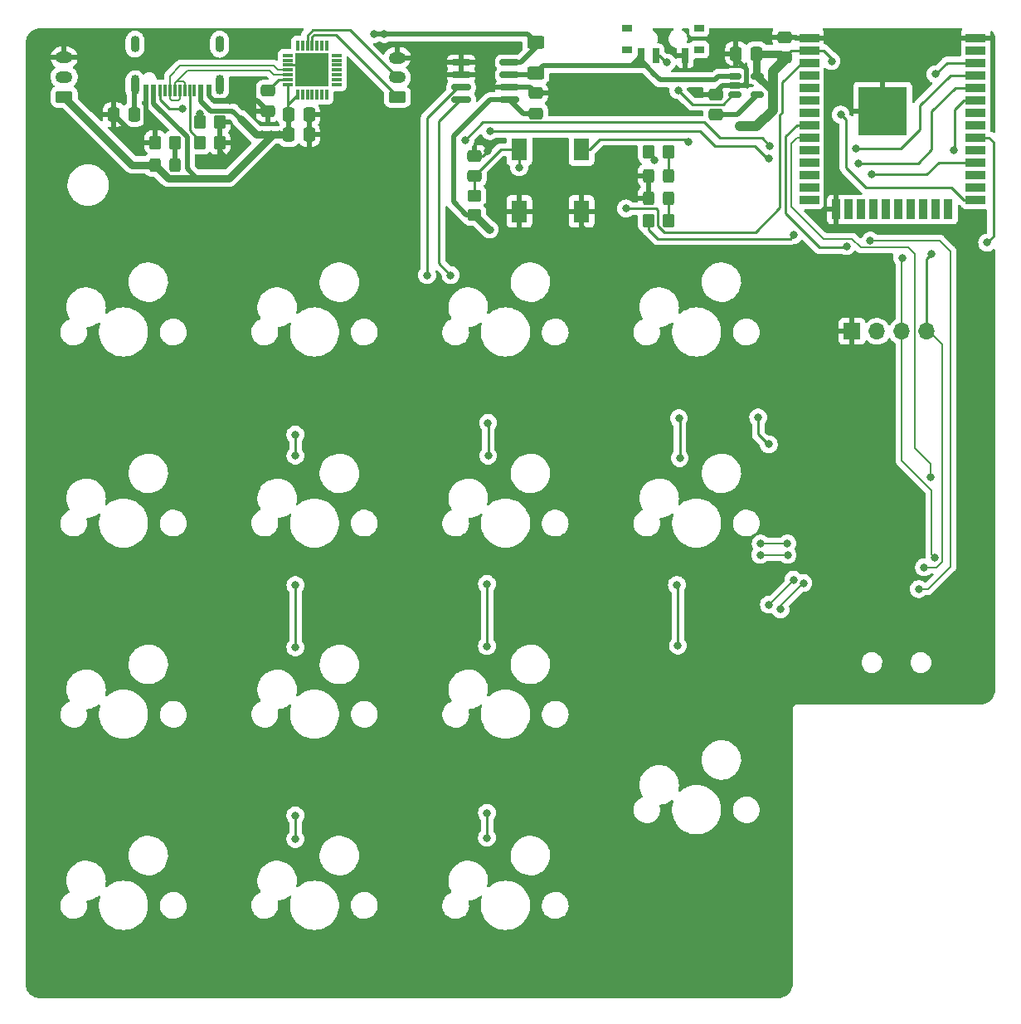
<source format=gbr>
%TF.GenerationSoftware,KiCad,Pcbnew,(6.0.7)*%
%TF.CreationDate,2022-10-16T13:30:07+08:00*%
%TF.ProjectId,numpad-test,6e756d70-6164-42d7-9465-73742e6b6963,rev?*%
%TF.SameCoordinates,Original*%
%TF.FileFunction,Copper,L1,Top*%
%TF.FilePolarity,Positive*%
%FSLAX46Y46*%
G04 Gerber Fmt 4.6, Leading zero omitted, Abs format (unit mm)*
G04 Created by KiCad (PCBNEW (6.0.7)) date 2022-10-16 13:30:07*
%MOMM*%
%LPD*%
G01*
G04 APERTURE LIST*
G04 Aperture macros list*
%AMRoundRect*
0 Rectangle with rounded corners*
0 $1 Rounding radius*
0 $2 $3 $4 $5 $6 $7 $8 $9 X,Y pos of 4 corners*
0 Add a 4 corners polygon primitive as box body*
4,1,4,$2,$3,$4,$5,$6,$7,$8,$9,$2,$3,0*
0 Add four circle primitives for the rounded corners*
1,1,$1+$1,$2,$3*
1,1,$1+$1,$4,$5*
1,1,$1+$1,$6,$7*
1,1,$1+$1,$8,$9*
0 Add four rect primitives between the rounded corners*
20,1,$1+$1,$2,$3,$4,$5,0*
20,1,$1+$1,$4,$5,$6,$7,0*
20,1,$1+$1,$6,$7,$8,$9,0*
20,1,$1+$1,$8,$9,$2,$3,0*%
G04 Aperture macros list end*
%TA.AperFunction,SMDPad,CuDef*%
%ADD10RoundRect,0.250000X0.350000X0.450000X-0.350000X0.450000X-0.350000X-0.450000X0.350000X-0.450000X0*%
%TD*%
%TA.AperFunction,SMDPad,CuDef*%
%ADD11RoundRect,0.250000X-0.350000X-0.450000X0.350000X-0.450000X0.350000X0.450000X-0.350000X0.450000X0*%
%TD*%
%TA.AperFunction,SMDPad,CuDef*%
%ADD12RoundRect,0.250000X0.337500X0.475000X-0.337500X0.475000X-0.337500X-0.475000X0.337500X-0.475000X0*%
%TD*%
%TA.AperFunction,ComponentPad*%
%ADD13RoundRect,0.250000X0.625000X-0.350000X0.625000X0.350000X-0.625000X0.350000X-0.625000X-0.350000X0*%
%TD*%
%TA.AperFunction,ComponentPad*%
%ADD14O,1.750000X1.200000*%
%TD*%
%TA.AperFunction,SMDPad,CuDef*%
%ADD15RoundRect,0.250000X0.450000X-0.350000X0.450000X0.350000X-0.450000X0.350000X-0.450000X-0.350000X0*%
%TD*%
%TA.AperFunction,SMDPad,CuDef*%
%ADD16RoundRect,0.250000X0.475000X-0.337500X0.475000X0.337500X-0.475000X0.337500X-0.475000X-0.337500X0*%
%TD*%
%TA.AperFunction,ComponentPad*%
%ADD17R,1.700000X1.700000*%
%TD*%
%TA.AperFunction,ComponentPad*%
%ADD18O,1.700000X1.700000*%
%TD*%
%TA.AperFunction,SMDPad,CuDef*%
%ADD19RoundRect,0.250000X-0.625000X0.400000X-0.625000X-0.400000X0.625000X-0.400000X0.625000X0.400000X0*%
%TD*%
%TA.AperFunction,SMDPad,CuDef*%
%ADD20R,1.000000X0.800000*%
%TD*%
%TA.AperFunction,SMDPad,CuDef*%
%ADD21R,0.700000X1.500000*%
%TD*%
%TA.AperFunction,SMDPad,CuDef*%
%ADD22R,1.597660X2.298700*%
%TD*%
%TA.AperFunction,SMDPad,CuDef*%
%ADD23R,0.600000X1.160000*%
%TD*%
%TA.AperFunction,SMDPad,CuDef*%
%ADD24R,0.300000X1.160000*%
%TD*%
%TA.AperFunction,ComponentPad*%
%ADD25O,0.900000X2.000000*%
%TD*%
%TA.AperFunction,ComponentPad*%
%ADD26O,0.900000X1.700000*%
%TD*%
%TA.AperFunction,SMDPad,CuDef*%
%ADD27RoundRect,0.250000X-0.337500X-0.475000X0.337500X-0.475000X0.337500X0.475000X-0.337500X0.475000X0*%
%TD*%
%TA.AperFunction,SMDPad,CuDef*%
%ADD28RoundRect,0.150000X-0.512500X-0.150000X0.512500X-0.150000X0.512500X0.150000X-0.512500X0.150000X0*%
%TD*%
%TA.AperFunction,SMDPad,CuDef*%
%ADD29RoundRect,0.250000X0.325000X0.450000X-0.325000X0.450000X-0.325000X-0.450000X0.325000X-0.450000X0*%
%TD*%
%TA.AperFunction,SMDPad,CuDef*%
%ADD30RoundRect,0.150000X-0.825000X-0.150000X0.825000X-0.150000X0.825000X0.150000X-0.825000X0.150000X0*%
%TD*%
%TA.AperFunction,SMDPad,CuDef*%
%ADD31R,2.000000X0.900000*%
%TD*%
%TA.AperFunction,SMDPad,CuDef*%
%ADD32R,0.900000X2.000000*%
%TD*%
%TA.AperFunction,SMDPad,CuDef*%
%ADD33R,5.000000X5.000000*%
%TD*%
%TA.AperFunction,SMDPad,CuDef*%
%ADD34RoundRect,0.250000X-0.325000X-0.450000X0.325000X-0.450000X0.325000X0.450000X-0.325000X0.450000X0*%
%TD*%
%TA.AperFunction,SMDPad,CuDef*%
%ADD35R,1.000000X0.300000*%
%TD*%
%TA.AperFunction,SMDPad,CuDef*%
%ADD36R,0.300000X1.000000*%
%TD*%
%TA.AperFunction,SMDPad,CuDef*%
%ADD37R,3.400000X3.400000*%
%TD*%
%TA.AperFunction,ViaPad*%
%ADD38C,0.800000*%
%TD*%
%TA.AperFunction,Conductor*%
%ADD39C,0.254000*%
%TD*%
%TA.AperFunction,Conductor*%
%ADD40C,0.762000*%
%TD*%
%TA.AperFunction,Conductor*%
%ADD41C,1.016000*%
%TD*%
%TA.AperFunction,Conductor*%
%ADD42C,0.508000*%
%TD*%
%TA.AperFunction,Conductor*%
%ADD43C,0.200000*%
%TD*%
G04 APERTURE END LIST*
D10*
%TO.P,R11,1*%
%TO.N,GND*%
X66800000Y-44600000D03*
%TO.P,R11,2*%
%TO.N,Net-(J4-PadB5)*%
X64800000Y-44600000D03*
%TD*%
D11*
%TO.P,R10,1*%
%TO.N,Net-(J4-PadA5)*%
X64800000Y-46700000D03*
%TO.P,R10,2*%
%TO.N,GND*%
X66800000Y-46700000D03*
%TD*%
D12*
%TO.P,C2,1*%
%TO.N,+3.3V*%
X121606000Y-37593000D03*
%TO.P,C2,2*%
%TO.N,GND*%
X119531000Y-37593000D03*
%TD*%
D13*
%TO.P,J1,1,Pin_1*%
%TO.N,LDO_IN+*%
X50950000Y-42000000D03*
D14*
%TO.P,J1,2,Pin_2*%
%TO.N,+3.3V*%
X50950000Y-40000000D03*
%TO.P,J1,3,Pin_3*%
%TO.N,GND*%
X50950000Y-38000000D03*
%TD*%
D15*
%TO.P,R9,1*%
%TO.N,+3.3V*%
X92837000Y-54070000D03*
%TO.P,R9,2*%
%TO.N,RST*%
X92837000Y-52070000D03*
%TD*%
D16*
%TO.P,C1,1*%
%TO.N,Net-(C1-Pad1)*%
X117430000Y-43825000D03*
%TO.P,C1,2*%
%TO.N,GND*%
X117430000Y-41750000D03*
%TD*%
%TO.P,C11,1*%
%TO.N,+3.3V*%
X99100000Y-43700000D03*
%TO.P,C11,2*%
%TO.N,GND*%
X99100000Y-41625000D03*
%TD*%
%TO.P,C3,1*%
%TO.N,+3.3V*%
X124460000Y-37973000D03*
%TO.P,C3,2*%
%TO.N,GND*%
X124460000Y-35898000D03*
%TD*%
D17*
%TO.P,J3,1,Pin_1*%
%TO.N,GND*%
X131380000Y-65935000D03*
D18*
%TO.P,J3,2,Pin_2*%
%TO.N,+3.3V*%
X133920000Y-65935000D03*
%TO.P,J3,3,Pin_3*%
%TO.N,I2C_SCL*%
X136460000Y-65935000D03*
%TO.P,J3,4,Pin_4*%
%TO.N,I2C_SDA*%
X139000000Y-65935000D03*
%TD*%
D10*
%TO.P,R8,1*%
%TO.N,Net-(D3-Pad2)*%
X112617000Y-54610000D03*
%TO.P,R8,2*%
%TO.N,LED_BLUE*%
X110617000Y-54610000D03*
%TD*%
D19*
%TO.P,R6,1*%
%TO.N,LDO_IN+*%
X99100000Y-36475000D03*
%TO.P,R6,2*%
%TO.N,LDO_IN-*%
X99100000Y-39575000D03*
%TD*%
D13*
%TO.P,J2,1,Pin_1*%
%TO.N,TXD*%
X84963000Y-42037000D03*
D14*
%TO.P,J2,2,Pin_2*%
%TO.N,RXD*%
X84963000Y-40037000D03*
%TO.P,J2,3,Pin_3*%
%TO.N,GND*%
X84963000Y-38037000D03*
%TD*%
D10*
%TO.P,R12,1*%
%TO.N,Net-(D4-Pad1)*%
X62250000Y-46650000D03*
%TO.P,R12,2*%
%TO.N,GND*%
X60250000Y-46650000D03*
%TD*%
D20*
%TO.P,SW1,*%
%TO.N,*%
X108450000Y-37180000D03*
X108450000Y-34970000D03*
X115750000Y-34970000D03*
X115750000Y-37180000D03*
D21*
%TO.P,SW1,1,A*%
%TO.N,GND*%
X114350000Y-37830000D03*
%TO.P,SW1,2,B*%
%TO.N,Net-(SW1-Pad2)*%
X111350000Y-37830000D03*
%TO.P,SW1,3,C*%
%TO.N,LDO_IN-*%
X109850000Y-37830000D03*
%TD*%
D22*
%TO.P,SW3,1,1*%
%TO.N,IO0*%
X103759000Y-47396400D03*
%TO.P,SW3,2,2*%
%TO.N,GND*%
X103759000Y-53695600D03*
%TD*%
D23*
%TO.P,J4,A1,GND*%
%TO.N,GND*%
X65700000Y-41385000D03*
%TO.P,J4,A4,VBUS*%
%TO.N,LDO_IN+*%
X64900000Y-41385000D03*
D24*
%TO.P,J4,A5,CC1*%
%TO.N,Net-(J4-PadA5)*%
X63750000Y-41385000D03*
%TO.P,J4,A6,D+*%
%TO.N,/TYPE-C CP2102 UART/TYPEC_D+*%
X62750000Y-41385000D03*
%TO.P,J4,A7,D-*%
%TO.N,/TYPE-C CP2102 UART/TYPEC_D-*%
X62250000Y-41385000D03*
%TO.P,J4,A8,SBU1*%
%TO.N,unconnected-(J4-PadA8)*%
X61250000Y-41385000D03*
D23*
%TO.P,J4,A9,VBUS*%
%TO.N,LDO_IN+*%
X60100000Y-41385000D03*
%TO.P,J4,A12,GND*%
%TO.N,GND*%
X59300000Y-41385000D03*
%TO.P,J4,B1,GND*%
X59300000Y-41385000D03*
%TO.P,J4,B4,VBUS*%
%TO.N,LDO_IN+*%
X60100000Y-41385000D03*
D24*
%TO.P,J4,B5,CC2*%
%TO.N,Net-(J4-PadB5)*%
X60750000Y-41385000D03*
%TO.P,J4,B6,D+*%
%TO.N,/TYPE-C CP2102 UART/TYPEC_D+*%
X61750000Y-41385000D03*
%TO.P,J4,B7,D-*%
%TO.N,/TYPE-C CP2102 UART/TYPEC_D-*%
X63250000Y-41385000D03*
%TO.P,J4,B8,SBU2*%
%TO.N,unconnected-(J4-PadB8)*%
X64250000Y-41385000D03*
D23*
%TO.P,J4,B9,VBUS*%
%TO.N,LDO_IN+*%
X64900000Y-41385000D03*
%TO.P,J4,B12,GND*%
%TO.N,GND*%
X65700000Y-41385000D03*
D25*
%TO.P,J4,S1,SHIELD*%
%TO.N,Net-(C6-Pad2)*%
X58180000Y-40805000D03*
D26*
X58180000Y-36635000D03*
D25*
X66820000Y-40805000D03*
D26*
X66820000Y-36635000D03*
%TD*%
D27*
%TO.P,C6,1*%
%TO.N,GND*%
X56007000Y-43815000D03*
%TO.P,C6,2*%
%TO.N,Net-(C6-Pad2)*%
X58082000Y-43815000D03*
%TD*%
D28*
%TO.P,U3,1,IN*%
%TO.N,LDO_IN-*%
X119437500Y-39900000D03*
%TO.P,U3,2,GND*%
%TO.N,GND*%
X119437500Y-40850000D03*
%TO.P,U3,3,EN*%
%TO.N,Net-(SW1-Pad2)*%
X119437500Y-41800000D03*
%TO.P,U3,4,BP*%
%TO.N,Net-(C1-Pad1)*%
X121712500Y-41800000D03*
%TO.P,U3,5,OUT*%
%TO.N,+3.3V*%
X121712500Y-39900000D03*
%TD*%
D16*
%TO.P,C5,1*%
%TO.N,RST*%
X92837000Y-50081000D03*
%TO.P,C5,2*%
%TO.N,GND*%
X92837000Y-48006000D03*
%TD*%
D29*
%TO.P,D4,1,K*%
%TO.N,Net-(D4-Pad1)*%
X62250000Y-48950000D03*
%TO.P,D4,2,A*%
%TO.N,LDO_IN+*%
X60200000Y-48950000D03*
%TD*%
D16*
%TO.P,C9,1*%
%TO.N,GND*%
X71755000Y-43455500D03*
%TO.P,C9,2*%
%TO.N,Net-(C9-Pad2)*%
X71755000Y-41380500D03*
%TD*%
D10*
%TO.P,R7,1*%
%TO.N,Net-(D2-Pad2)*%
X112617000Y-47625000D03*
%TO.P,R7,2*%
%TO.N,+3.3V*%
X110617000Y-47625000D03*
%TD*%
D27*
%TO.P,C8,1*%
%TO.N,LDO_IN+*%
X73871000Y-45868500D03*
%TO.P,C8,2*%
%TO.N,GND*%
X75946000Y-45868500D03*
%TD*%
%TO.P,C7,1*%
%TO.N,LDO_IN+*%
X73871000Y-43836500D03*
%TO.P,C7,2*%
%TO.N,GND*%
X75946000Y-43836500D03*
%TD*%
D22*
%TO.P,SW2,1,1*%
%TO.N,GND*%
X97409000Y-53695600D03*
%TO.P,SW2,2,2*%
%TO.N,RST*%
X97409000Y-47396400D03*
%TD*%
D30*
%TO.P,U2,1,A1*%
%TO.N,GND*%
X91475000Y-38495000D03*
%TO.P,U2,2,A0*%
X91475000Y-39765000D03*
%TO.P,U2,3,SDA*%
%TO.N,I2C_SDA*%
X91475000Y-41035000D03*
%TO.P,U2,4,SCL*%
%TO.N,I2C_SCL*%
X91475000Y-42305000D03*
%TO.P,U2,5,VS*%
%TO.N,+3.3V*%
X96425000Y-42305000D03*
%TO.P,U2,6,GND*%
%TO.N,GND*%
X96425000Y-41035000D03*
%TO.P,U2,7,IN-*%
%TO.N,LDO_IN-*%
X96425000Y-39765000D03*
%TO.P,U2,8,IN+*%
%TO.N,LDO_IN+*%
X96425000Y-38495000D03*
%TD*%
D31*
%TO.P,U4,1,GND*%
%TO.N,GND*%
X127000000Y-35995000D03*
%TO.P,U4,2,VDD*%
%TO.N,+3.3V*%
X127000000Y-37265000D03*
%TO.P,U4,3,EN*%
%TO.N,RST*%
X127000000Y-38535000D03*
%TO.P,U4,4,SENSOR_VP*%
%TO.N,unconnected-(U4-Pad4)*%
X127000000Y-39805000D03*
%TO.P,U4,5,SENSOR_VN*%
%TO.N,unconnected-(U4-Pad5)*%
X127000000Y-41075000D03*
%TO.P,U4,6,IO34*%
%TO.N,unconnected-(U4-Pad6)*%
X127000000Y-42345000D03*
%TO.P,U4,7,IO35*%
%TO.N,unconnected-(U4-Pad7)*%
X127000000Y-43615000D03*
%TO.P,U4,8,IO32*%
%TO.N,KEY_INT*%
X127000000Y-44885000D03*
%TO.P,U4,9,IO33*%
%TO.N,KEY_RST*%
X127000000Y-46155000D03*
%TO.P,U4,10,IO25*%
%TO.N,unconnected-(U4-Pad10)*%
X127000000Y-47425000D03*
%TO.P,U4,11,IO26*%
%TO.N,unconnected-(U4-Pad11)*%
X127000000Y-48695000D03*
%TO.P,U4,12,IO27*%
%TO.N,unconnected-(U4-Pad12)*%
X127000000Y-49965000D03*
%TO.P,U4,13,IO14*%
%TO.N,unconnected-(U4-Pad13)*%
X127000000Y-51235000D03*
%TO.P,U4,14,IO12*%
%TO.N,unconnected-(U4-Pad14)*%
X127000000Y-52505000D03*
D32*
%TO.P,U4,15,GND*%
%TO.N,GND*%
X129785000Y-53505000D03*
%TO.P,U4,16,IO13*%
%TO.N,unconnected-(U4-Pad16)*%
X131055000Y-53505000D03*
%TO.P,U4,17,SHD/SD2*%
%TO.N,unconnected-(U4-Pad17)*%
X132325000Y-53505000D03*
%TO.P,U4,18,SWP/SD3*%
%TO.N,unconnected-(U4-Pad18)*%
X133595000Y-53505000D03*
%TO.P,U4,19,SCS/CMD*%
%TO.N,unconnected-(U4-Pad19)*%
X134865000Y-53505000D03*
%TO.P,U4,20,SCK/CLK*%
%TO.N,unconnected-(U4-Pad20)*%
X136135000Y-53505000D03*
%TO.P,U4,21,SDO/SD0*%
%TO.N,unconnected-(U4-Pad21)*%
X137405000Y-53505000D03*
%TO.P,U4,22,SDI/SD1*%
%TO.N,unconnected-(U4-Pad22)*%
X138675000Y-53505000D03*
%TO.P,U4,23,IO15*%
%TO.N,unconnected-(U4-Pad23)*%
X139945000Y-53505000D03*
%TO.P,U4,24,IO2*%
%TO.N,unconnected-(U4-Pad24)*%
X141215000Y-53505000D03*
D31*
%TO.P,U4,25,IO0*%
%TO.N,IO0*%
X144000000Y-52505000D03*
%TO.P,U4,26,IO4*%
%TO.N,unconnected-(U4-Pad26)*%
X144000000Y-51235000D03*
%TO.P,U4,27,IO16*%
%TO.N,unconnected-(U4-Pad27)*%
X144000000Y-49965000D03*
%TO.P,U4,28,IO17*%
%TO.N,LED_BLUE*%
X144000000Y-48695000D03*
%TO.P,U4,29,IO5*%
%TO.N,unconnected-(U4-Pad29)*%
X144000000Y-47425000D03*
%TO.P,U4,30,IO18*%
%TO.N,LED_WS*%
X144000000Y-46155000D03*
%TO.P,U4,31,IO19*%
%TO.N,unconnected-(U4-Pad31)*%
X144000000Y-44885000D03*
%TO.P,U4,32,NC*%
%TO.N,unconnected-(U4-Pad32)*%
X144000000Y-43615000D03*
%TO.P,U4,33,IO21*%
%TO.N,I2C_SDA*%
X144000000Y-42345000D03*
%TO.P,U4,34,RXD0/IO3*%
%TO.N,RXD*%
X144000000Y-41075000D03*
%TO.P,U4,35,TXD0/IO1*%
%TO.N,TXD*%
X144000000Y-39805000D03*
%TO.P,U4,36,IO22*%
%TO.N,I2C_SCL*%
X144000000Y-38535000D03*
%TO.P,U4,37,IO23*%
%TO.N,unconnected-(U4-Pad37)*%
X144000000Y-37265000D03*
%TO.P,U4,38,GND*%
%TO.N,GND*%
X144000000Y-35995000D03*
D33*
%TO.P,U4,39,GND*%
X134500000Y-43495000D03*
%TD*%
D34*
%TO.P,D2,1,K*%
%TO.N,GND*%
X110599000Y-50038000D03*
%TO.P,D2,2,A*%
%TO.N,Net-(D2-Pad2)*%
X112649000Y-50038000D03*
%TD*%
%TO.P,D3,1,K*%
%TO.N,GND*%
X110599000Y-52324000D03*
%TO.P,D3,2,A*%
%TO.N,Net-(D3-Pad2)*%
X112649000Y-52324000D03*
%TD*%
D35*
%TO.P,U5,1,DCD*%
%TO.N,unconnected-(U5-Pad1)*%
X73770000Y-37775500D03*
%TO.P,U5,2,RI*%
%TO.N,unconnected-(U5-Pad2)*%
X73770000Y-38275500D03*
%TO.P,U5,3,GND*%
%TO.N,GND*%
X73770000Y-38775500D03*
%TO.P,U5,4,D+*%
%TO.N,/TYPE-C CP2102 UART/TYPEC_D+*%
X73770000Y-39275500D03*
%TO.P,U5,5,D-*%
%TO.N,/TYPE-C CP2102 UART/TYPEC_D-*%
X73770000Y-39775500D03*
%TO.P,U5,6,VDD*%
%TO.N,Net-(C9-Pad2)*%
X73770000Y-40275500D03*
%TO.P,U5,7,REGIN*%
%TO.N,LDO_IN+*%
X73770000Y-40775500D03*
D36*
%TO.P,U5,8,VBUS*%
X74770000Y-41775500D03*
%TO.P,U5,9,RST*%
%TO.N,/TYPE-C CP2102 UART/RST_2102*%
X75270000Y-41775500D03*
%TO.P,U5,10,NC*%
%TO.N,unconnected-(U5-Pad10)*%
X75770000Y-41775500D03*
%TO.P,U5,11,~{SUSPEND}*%
%TO.N,unconnected-(U5-Pad11)*%
X76270000Y-41775500D03*
%TO.P,U5,12,SUSPEND*%
%TO.N,/TYPE-C CP2102 UART/SUS_2102*%
X76770000Y-41775500D03*
%TO.P,U5,13,NC*%
%TO.N,unconnected-(U5-Pad13)*%
X77270000Y-41775500D03*
%TO.P,U5,14,NC*%
%TO.N,unconnected-(U5-Pad14)*%
X77770000Y-41775500D03*
D35*
%TO.P,U5,15,NC*%
%TO.N,unconnected-(U5-Pad15)*%
X78770000Y-40775500D03*
%TO.P,U5,16,NC*%
%TO.N,unconnected-(U5-Pad16)*%
X78770000Y-40275500D03*
%TO.P,U5,17,NC*%
%TO.N,unconnected-(U5-Pad17)*%
X78770000Y-39775500D03*
%TO.P,U5,18,NC*%
%TO.N,unconnected-(U5-Pad18)*%
X78770000Y-39275500D03*
%TO.P,U5,19,NC*%
%TO.N,unconnected-(U5-Pad19)*%
X78770000Y-38775500D03*
%TO.P,U5,20,NC*%
%TO.N,unconnected-(U5-Pad20)*%
X78770000Y-38275500D03*
%TO.P,U5,21,NC*%
%TO.N,unconnected-(U5-Pad21)*%
X78770000Y-37775500D03*
D36*
%TO.P,U5,22,NC*%
%TO.N,unconnected-(U5-Pad22)*%
X77770000Y-36775500D03*
%TO.P,U5,23,CTS*%
%TO.N,unconnected-(U5-Pad23)*%
X77270000Y-36775500D03*
%TO.P,U5,24,RTS*%
%TO.N,unconnected-(U5-Pad24)*%
X76770000Y-36775500D03*
%TO.P,U5,25,RXD*%
%TO.N,TXD*%
X76270000Y-36775500D03*
%TO.P,U5,26,TXD*%
%TO.N,RXD*%
X75770000Y-36775500D03*
%TO.P,U5,27,DSR*%
%TO.N,unconnected-(U5-Pad27)*%
X75270000Y-36775500D03*
%TO.P,U5,28,DTR*%
%TO.N,/TYPE-C CP2102 UART/DTR_2102*%
X74770000Y-36775500D03*
D37*
%TO.P,U5,29,GND_PAD*%
%TO.N,GND*%
X76270000Y-39275500D03*
%TD*%
D38*
%TO.N,GND*%
X51800000Y-46400000D03*
X93600000Y-39100000D03*
X83600000Y-53600000D03*
X86100000Y-52400000D03*
%TO.N,COL3*%
X113600000Y-98000000D03*
%TO.N,+3.3V*%
X119900000Y-44975000D03*
X111200000Y-48500000D03*
X129286000Y-38354000D03*
X94400000Y-55550000D03*
X121650000Y-44975000D03*
X120775000Y-44975000D03*
%TO.N,ROW0*%
X122875000Y-77450000D03*
X121790000Y-74710000D03*
%TO.N,COL0*%
X126400000Y-91625000D03*
X124075000Y-94300000D03*
%TO.N,GND*%
X134100000Y-42300000D03*
X53848000Y-56896000D03*
X135200000Y-43400000D03*
X136550000Y-86625000D03*
X66600000Y-54200000D03*
X129286000Y-36322000D03*
X107200000Y-51900000D03*
X112200000Y-43100000D03*
X74204000Y-56896000D03*
X67570000Y-48350000D03*
X110600000Y-41200000D03*
X124300000Y-59300000D03*
X58300000Y-54000000D03*
X57600000Y-45400000D03*
X91800000Y-37000000D03*
X108100000Y-43400000D03*
X75500000Y-38700000D03*
X86630000Y-49360000D03*
X77200000Y-39950000D03*
X86106000Y-56896000D03*
X67870000Y-42370000D03*
X58800000Y-45400000D03*
X133000000Y-43400000D03*
X97028000Y-56896000D03*
X86650000Y-47080000D03*
X100940000Y-47120000D03*
X48260000Y-56896000D03*
X58000000Y-51100000D03*
X65410000Y-48730000D03*
X135025000Y-86900000D03*
X134100000Y-43400000D03*
X102300000Y-50700000D03*
X140000000Y-100675000D03*
X75950000Y-39950000D03*
X68910000Y-42370000D03*
X73600000Y-48400000D03*
X62738000Y-56896000D03*
X94200000Y-47500000D03*
X76650000Y-38700000D03*
X133000000Y-42300000D03*
X129750000Y-76275000D03*
X142600000Y-58700000D03*
X135200000Y-42300000D03*
X105410000Y-56896000D03*
%TO.N,COL3*%
X124778500Y-87575000D03*
X113792000Y-78867000D03*
X122050000Y-87575000D03*
X113500000Y-91800000D03*
X113700000Y-74800000D03*
%TO.N,COL2*%
X124800000Y-88750000D03*
X94107000Y-91694000D03*
X122025000Y-88750000D03*
X94107000Y-115062000D03*
X94234000Y-78613000D03*
X94107000Y-117602000D03*
X94107000Y-98044000D03*
X94225000Y-75275000D03*
%TO.N,COL1*%
X74549000Y-98171000D03*
X74549000Y-115316000D03*
X74549000Y-117729000D03*
X74550000Y-76454000D03*
X122900000Y-93825000D03*
X74549000Y-91821000D03*
X125400000Y-91275000D03*
X74550000Y-78613000D03*
%TO.N,RST*%
X97400000Y-49200000D03*
X108300000Y-53400000D03*
%TO.N,LED_WS*%
X145162500Y-56887500D03*
%TO.N,LDO_IN+*%
X72971500Y-45868500D03*
X83630000Y-35600000D03*
X82620000Y-35600000D03*
X71181500Y-45868500D03*
X72051500Y-45868500D03*
%TO.N,RXD*%
X132000000Y-48800000D03*
X122875000Y-48275000D03*
X94425000Y-45500000D03*
%TO.N,TXD*%
X91900000Y-46425000D03*
X131800000Y-47300000D03*
X123000000Y-47025000D03*
%TO.N,I2C_SCL*%
X139900000Y-39700000D03*
X90400000Y-60200000D03*
X136475000Y-58425000D03*
X139825000Y-89025000D03*
%TO.N,I2C_SDA*%
X138725000Y-90000000D03*
X141725000Y-47475000D03*
X88000000Y-60200000D03*
X139475000Y-58050000D03*
%TO.N,Net-(J4-PadB5)*%
X64770000Y-43688000D03*
X62992000Y-43180000D03*
%TO.N,LED_BLUE*%
X125425000Y-56125000D03*
X133425000Y-49925000D03*
%TO.N,IO0*%
X114675000Y-46575000D03*
X130225000Y-43825000D03*
%TO.N,Net-(SW1-Pad2)*%
X112475000Y-38500000D03*
X113620000Y-41320000D03*
%TO.N,KEY_RST*%
X139419622Y-80805378D03*
%TO.N,KEY_INT*%
X133250000Y-56675500D03*
X130820000Y-57250000D03*
X138200000Y-92225000D03*
%TD*%
D39*
%TO.N,COL3*%
X113600000Y-91900000D02*
X113600000Y-98000000D01*
X113500000Y-91800000D02*
X113600000Y-91900000D01*
D40*
%TO.N,+3.3V*%
X121606000Y-39793500D02*
X123275000Y-41462500D01*
D41*
X123275000Y-41462500D02*
X123275000Y-43350000D01*
D40*
X94317000Y-55550000D02*
X92837000Y-54070000D01*
X121606000Y-37593000D02*
X124080000Y-37593000D01*
D42*
X124080000Y-37593000D02*
X124460000Y-37973000D01*
D39*
X125168000Y-37265000D02*
X124460000Y-37973000D01*
D41*
X121650000Y-44975000D02*
X121625000Y-45000000D01*
D42*
X94400000Y-55550000D02*
X94317000Y-55550000D01*
D41*
X124460000Y-38190000D02*
X123275000Y-39375000D01*
X123275000Y-43350000D02*
X121650000Y-44975000D01*
X123275000Y-39375000D02*
X123275000Y-41462500D01*
D39*
X110617000Y-47917000D02*
X110617000Y-47625000D01*
X111200000Y-48500000D02*
X110617000Y-47917000D01*
D42*
X94420000Y-42305000D02*
X90675000Y-46050000D01*
D39*
X128451000Y-37265000D02*
X129286000Y-38100000D01*
D40*
X124460000Y-37973000D02*
X124460000Y-38190000D01*
D42*
X99100000Y-43700000D02*
X97820000Y-43700000D01*
X90675000Y-46050000D02*
X90675000Y-52725000D01*
X90675000Y-52725000D02*
X92020000Y-54070000D01*
D39*
X127000000Y-37265000D02*
X128451000Y-37265000D01*
D42*
X96425000Y-42305000D02*
X94420000Y-42305000D01*
X92020000Y-54070000D02*
X92837000Y-54070000D01*
X97820000Y-43700000D02*
X96425000Y-42305000D01*
D41*
X121650000Y-44975000D02*
X120775000Y-44975000D01*
D39*
X129286000Y-38100000D02*
X129286000Y-38354000D01*
D41*
X120775000Y-44975000D02*
X119900000Y-44975000D01*
D39*
X127000000Y-37265000D02*
X125168000Y-37265000D01*
D40*
X121606000Y-37593000D02*
X121606000Y-39793500D01*
D42*
X121606000Y-39793500D02*
X121712500Y-39900000D01*
D39*
%TO.N,ROW0*%
X121790000Y-76451000D02*
X121790000Y-74710000D01*
X122789000Y-77450000D02*
X121790000Y-76451000D01*
X122875000Y-77450000D02*
X122789000Y-77450000D01*
D43*
%TO.N,COL0*%
X126375000Y-91625000D02*
X126400000Y-91625000D01*
X124075000Y-94300000D02*
X124075000Y-93925000D01*
X124075000Y-93925000D02*
X126375000Y-91625000D01*
D42*
%TO.N,GND*%
X66170000Y-42370000D02*
X65700000Y-41900000D01*
X57600000Y-45400000D02*
X57592000Y-45400000D01*
D39*
X92837000Y-48006000D02*
X93694000Y-48006000D01*
D42*
X65700000Y-41900000D02*
X65700000Y-41385000D01*
D39*
X75424500Y-38775500D02*
X75500000Y-38700000D01*
D42*
X119531000Y-37593000D02*
X119531000Y-38106000D01*
X57592000Y-45400000D02*
X56007000Y-43815000D01*
X103759000Y-55245000D02*
X105410000Y-56896000D01*
X98510000Y-41035000D02*
X99100000Y-41625000D01*
X118140000Y-40850000D02*
X119437500Y-40850000D01*
X103759000Y-53695600D02*
X103759000Y-55245000D01*
X59300000Y-44900000D02*
X58800000Y-45400000D01*
X119531000Y-38106000D02*
X120596000Y-39171000D01*
X68910000Y-42370000D02*
X67870000Y-42370000D01*
X59300000Y-41385000D02*
X59300000Y-44900000D01*
X120596000Y-40629000D02*
X120375000Y-40850000D01*
D39*
X93694000Y-48006000D02*
X94200000Y-47500000D01*
X127000000Y-35995000D02*
X128959000Y-35995000D01*
D42*
X66800000Y-47580000D02*
X67570000Y-48350000D01*
D39*
X128959000Y-35995000D02*
X129286000Y-36322000D01*
D42*
X120375000Y-40850000D02*
X119437500Y-40850000D01*
D39*
X73770000Y-38775500D02*
X75424500Y-38775500D01*
D42*
X67870000Y-42370000D02*
X66170000Y-42370000D01*
X117430000Y-41560000D02*
X118140000Y-40850000D01*
X120596000Y-39171000D02*
X120596000Y-40629000D01*
X97409000Y-53695600D02*
X97409000Y-56515000D01*
X68910000Y-42370000D02*
X70669500Y-42370000D01*
X97409000Y-56515000D02*
X97028000Y-56896000D01*
X117430000Y-41750000D02*
X117430000Y-41560000D01*
X96425000Y-41035000D02*
X98510000Y-41035000D01*
X70669500Y-42370000D02*
X71755000Y-43455500D01*
X58800000Y-45400000D02*
X57600000Y-45400000D01*
X66800000Y-46700000D02*
X66800000Y-47580000D01*
D39*
%TO.N,COL3*%
X113792000Y-74892000D02*
X113792000Y-78867000D01*
X113700000Y-74800000D02*
X113792000Y-74892000D01*
D43*
X122050000Y-87575000D02*
X124778500Y-87575000D01*
%TO.N,COL2*%
X124800000Y-88750000D02*
X122025000Y-88750000D01*
D39*
X94107000Y-91694000D02*
X94107000Y-98044000D01*
X94225000Y-75275000D02*
X94234000Y-75284000D01*
X94234000Y-75284000D02*
X94234000Y-78613000D01*
X94107000Y-115062000D02*
X94107000Y-117602000D01*
D43*
%TO.N,COL1*%
X125400000Y-91275000D02*
X125400000Y-91325000D01*
D39*
X74549000Y-91821000D02*
X74549000Y-98171000D01*
D43*
X125400000Y-91325000D02*
X122900000Y-93825000D01*
D39*
X74550000Y-76454000D02*
X74550000Y-78613000D01*
X74549000Y-115316000D02*
X74549000Y-117729000D01*
%TO.N,RST*%
X126265000Y-38535000D02*
X124275000Y-40525000D01*
X124275000Y-40525000D02*
X124275000Y-43579000D01*
X112190999Y-55800000D02*
X111544000Y-55153001D01*
X97409000Y-49191000D02*
X97400000Y-49200000D01*
X92837000Y-52070000D02*
X92837000Y-50081000D01*
X111544000Y-53544000D02*
X111400000Y-53400000D01*
X92837000Y-50081000D02*
X95521600Y-47396400D01*
X111400000Y-53400000D02*
X108300000Y-53400000D01*
X123975000Y-53325000D02*
X121500000Y-55800000D01*
X121500000Y-55800000D02*
X112190999Y-55800000D01*
X95521600Y-47396400D02*
X97409000Y-47396400D01*
X97409000Y-47396400D02*
X97409000Y-49191000D01*
X123975000Y-43879000D02*
X123975000Y-53325000D01*
X124275000Y-43579000D02*
X123975000Y-43879000D01*
X127000000Y-38535000D02*
X126265000Y-38535000D01*
X111544000Y-55153001D02*
X111544000Y-53544000D01*
%TO.N,LED_WS*%
X144000000Y-46155000D02*
X145355000Y-46155000D01*
X145800000Y-46600000D02*
X145800000Y-56250000D01*
X145800000Y-56250000D02*
X145162500Y-56887500D01*
X145355000Y-46155000D02*
X145800000Y-46600000D01*
%TO.N,Net-(D2-Pad2)*%
X112617000Y-50006000D02*
X112649000Y-50038000D01*
X112617000Y-47625000D02*
X112617000Y-50006000D01*
%TO.N,Net-(D3-Pad2)*%
X112649000Y-52324000D02*
X112649000Y-54578000D01*
X112649000Y-54578000D02*
X112617000Y-54610000D01*
D42*
%TO.N,Net-(D4-Pad1)*%
X62250000Y-46650000D02*
X62250000Y-48950000D01*
%TO.N,LDO_IN+*%
X63500000Y-46104394D02*
X60100000Y-42704394D01*
D40*
X63050000Y-50300000D02*
X67800000Y-50300000D01*
D42*
X68950000Y-44250000D02*
X68146000Y-43446000D01*
D40*
X71181500Y-45868500D02*
X72051500Y-45868500D01*
D39*
X73871000Y-42674500D02*
X74770000Y-41775500D01*
D40*
X72051500Y-45868500D02*
X72231500Y-45868500D01*
X72231500Y-45868500D02*
X72971500Y-45868500D01*
X72971500Y-45868500D02*
X73871000Y-45868500D01*
X63050000Y-50300000D02*
X61550000Y-50300000D01*
D42*
X99100000Y-36950000D02*
X97555000Y-38495000D01*
D40*
X67800000Y-50300000D02*
X72231500Y-45868500D01*
X70568500Y-45868500D02*
X71181500Y-45868500D01*
D42*
X73871000Y-43836500D02*
X73871000Y-45868500D01*
X82620000Y-35600000D02*
X83630000Y-35600000D01*
X64150000Y-50300000D02*
X64300000Y-50150000D01*
D40*
X68950000Y-44250000D02*
X70568500Y-45868500D01*
D39*
X73770000Y-40775500D02*
X73770000Y-43735500D01*
D42*
X83630000Y-35600000D02*
X98225000Y-35600000D01*
D40*
X50950000Y-42000000D02*
X57900000Y-48950000D01*
D42*
X99100000Y-36475000D02*
X99100000Y-36950000D01*
X98225000Y-35600000D02*
X99100000Y-36475000D01*
X64900000Y-42450000D02*
X64900000Y-41385000D01*
X64300000Y-50150000D02*
X63500000Y-49350000D01*
X60100000Y-42704394D02*
X60100000Y-41385000D01*
X63500000Y-49350000D02*
X63500000Y-46104394D01*
X68146000Y-43446000D02*
X65896000Y-43446000D01*
D40*
X57900000Y-48950000D02*
X60200000Y-48950000D01*
X61550000Y-50300000D02*
X60200000Y-48950000D01*
D42*
X65896000Y-43446000D02*
X64900000Y-42450000D01*
X63050000Y-50300000D02*
X64150000Y-50300000D01*
X97555000Y-38495000D02*
X96425000Y-38495000D01*
D39*
%TO.N,Net-(J4-PadA5)*%
X64800000Y-46512000D02*
X64800000Y-46700000D01*
X63750000Y-45462000D02*
X64800000Y-46512000D01*
X63750000Y-41385000D02*
X63750000Y-45462000D01*
D43*
%TO.N,/TYPE-C CP2102 UART/TYPEC_D+*%
X61750000Y-41385000D02*
X61750000Y-39900000D01*
X61750000Y-42215000D02*
X61885000Y-42350000D01*
X61885000Y-42350000D02*
X62615000Y-42350000D01*
X62615000Y-42350000D02*
X62750000Y-42215000D01*
X72725500Y-39275500D02*
X73770000Y-39275500D01*
X72300000Y-38850000D02*
X72725500Y-39275500D01*
X61750000Y-41385000D02*
X61750000Y-42215000D01*
X61750000Y-39900000D02*
X62800000Y-38850000D01*
X62750000Y-42215000D02*
X62750000Y-41385000D01*
X62800000Y-38850000D02*
X72300000Y-38850000D01*
%TO.N,/TYPE-C CP2102 UART/TYPEC_D-*%
X62250000Y-40555000D02*
X62355000Y-40450000D01*
X62250000Y-41385000D02*
X62250000Y-40555000D01*
X73770000Y-39775500D02*
X72375500Y-39775500D01*
X62250000Y-40555000D02*
X63505000Y-39300000D01*
X62355000Y-40450000D02*
X63145000Y-40450000D01*
X72375500Y-39775500D02*
X71900000Y-39300000D01*
X63505000Y-39300000D02*
X71900000Y-39300000D01*
X63250000Y-40555000D02*
X63250000Y-41385000D01*
X63145000Y-40450000D02*
X63250000Y-40555000D01*
D39*
%TO.N,RXD*%
X122700000Y-48275000D02*
X122875000Y-48275000D01*
X80100000Y-35200000D02*
X84937000Y-40037000D01*
X94425000Y-45500000D02*
X94450000Y-45525000D01*
X84937000Y-40037000D02*
X84963000Y-40037000D01*
X141925000Y-41075000D02*
X144000000Y-41075000D01*
X76300000Y-35200000D02*
X80100000Y-35200000D01*
X75770000Y-35730000D02*
X76300000Y-35200000D01*
X117375000Y-47050000D02*
X121475000Y-47050000D01*
X75770000Y-36775500D02*
X75770000Y-35730000D01*
X139500000Y-47400000D02*
X139500000Y-43500000D01*
X94450000Y-45525000D02*
X115850000Y-45525000D01*
X121475000Y-47050000D02*
X122700000Y-48275000D01*
X132000000Y-48800000D02*
X138100000Y-48800000D01*
X139500000Y-43500000D02*
X141925000Y-41075000D01*
X138100000Y-48800000D02*
X139500000Y-47400000D01*
X115850000Y-45525000D02*
X117375000Y-47050000D01*
%TO.N,TXD*%
X76270000Y-35872052D02*
X76488052Y-35654000D01*
X78654000Y-35654000D02*
X84963000Y-41963000D01*
X138300000Y-45349000D02*
X138300000Y-42900000D01*
X117900000Y-46200000D02*
X122175000Y-46200000D01*
X91900000Y-46425000D02*
X93710500Y-44614500D01*
X76270000Y-36775500D02*
X76270000Y-35872052D01*
X136349000Y-47300000D02*
X138300000Y-45349000D01*
X76488052Y-35654000D02*
X78654000Y-35654000D01*
X84963000Y-41963000D02*
X84963000Y-42037000D01*
X131800000Y-47300000D02*
X136349000Y-47300000D01*
X122175000Y-46200000D02*
X123000000Y-47025000D01*
X141395000Y-39805000D02*
X144000000Y-39805000D01*
X93710500Y-44614500D02*
X116314500Y-44614500D01*
X138300000Y-42900000D02*
X141395000Y-39805000D01*
X116314500Y-44614500D02*
X117900000Y-46200000D01*
D43*
%TO.N,I2C_SCL*%
X139500000Y-88700000D02*
X139500000Y-82175000D01*
D39*
X90400000Y-60200000D02*
X89200000Y-59000000D01*
X89200000Y-59000000D02*
X89200000Y-44500000D01*
X91395000Y-42305000D02*
X91475000Y-42305000D01*
D43*
X136460000Y-58440000D02*
X136460000Y-65935000D01*
X136460000Y-79135000D02*
X136460000Y-65935000D01*
D39*
X141065000Y-38535000D02*
X144000000Y-38535000D01*
D43*
X139500000Y-82175000D02*
X136460000Y-79135000D01*
X139825000Y-89025000D02*
X139500000Y-88700000D01*
D39*
X89200000Y-44500000D02*
X91395000Y-42305000D01*
X136475000Y-58425000D02*
X136460000Y-58440000D01*
X139900000Y-39700000D02*
X141065000Y-38535000D01*
%TO.N,I2C_SDA*%
X139475000Y-58050000D02*
X139000000Y-58525000D01*
X141825000Y-43266000D02*
X142746000Y-42345000D01*
X88000000Y-44130420D02*
X88000000Y-60200000D01*
X139000000Y-58525000D02*
X139000000Y-65935000D01*
X141825000Y-47375000D02*
X141825000Y-43266000D01*
X91475000Y-41035000D02*
X91095420Y-41035000D01*
D43*
X140000000Y-90000000D02*
X140575000Y-89425000D01*
X138725000Y-90000000D02*
X140000000Y-90000000D01*
D39*
X142746000Y-42345000D02*
X144000000Y-42345000D01*
X141725000Y-47475000D02*
X141825000Y-47375000D01*
D43*
X140575000Y-67275000D02*
X139235000Y-65935000D01*
X140575000Y-89425000D02*
X140575000Y-67275000D01*
X139235000Y-65935000D02*
X139000000Y-65935000D01*
D39*
X91095420Y-41035000D02*
X88000000Y-44130420D01*
%TO.N,Net-(J4-PadB5)*%
X60750000Y-41385000D02*
X60750000Y-42269000D01*
X64800000Y-44600000D02*
X64800000Y-43718000D01*
X61661000Y-43180000D02*
X62992000Y-43180000D01*
X64800000Y-43718000D02*
X64770000Y-43688000D01*
X60750000Y-42269000D02*
X61661000Y-43180000D01*
%TO.N,LED_BLUE*%
X125050000Y-56500000D02*
X111500000Y-56500000D01*
X142630000Y-48695000D02*
X144000000Y-48695000D01*
X140205000Y-48695000D02*
X142630000Y-48695000D01*
X111500000Y-56500000D02*
X110617000Y-55617000D01*
X141995000Y-48695000D02*
X142630000Y-48695000D01*
X133450000Y-49900000D02*
X139000000Y-49900000D01*
X133425000Y-49925000D02*
X133450000Y-49900000D01*
X110617000Y-55617000D02*
X110617000Y-54610000D01*
X139000000Y-49900000D02*
X140205000Y-48695000D01*
X142000000Y-48700000D02*
X141995000Y-48695000D01*
X125425000Y-56125000D02*
X125050000Y-56500000D01*
D42*
%TO.N,Net-(C6-Pad2)*%
X58082000Y-43815000D02*
X58082000Y-40903000D01*
X58082000Y-40903000D02*
X58180000Y-40805000D01*
D39*
%TO.N,IO0*%
X132800000Y-51275000D02*
X141516000Y-51275000D01*
X141516000Y-51275000D02*
X142746000Y-52505000D01*
X130750000Y-49225000D02*
X132800000Y-51275000D01*
X105650000Y-46325000D02*
X104578600Y-47396400D01*
X130750000Y-44350000D02*
X130750000Y-49225000D01*
X130225000Y-43825000D02*
X130750000Y-44350000D01*
X114675000Y-46575000D02*
X114425000Y-46325000D01*
X142746000Y-52505000D02*
X144000000Y-52505000D01*
X114425000Y-46325000D02*
X105650000Y-46325000D01*
X104578600Y-47396400D02*
X103759000Y-47396400D01*
%TO.N,Net-(SW1-Pad2)*%
X115060000Y-42760000D02*
X113620000Y-41320000D01*
X118210000Y-42760000D02*
X115060000Y-42760000D01*
X112475000Y-38500000D02*
X112400000Y-38500000D01*
X111730000Y-37830000D02*
X111350000Y-37830000D01*
X119437500Y-41800000D02*
X119170000Y-41800000D01*
X112400000Y-38500000D02*
X111730000Y-37830000D01*
X119170000Y-41800000D02*
X118210000Y-42760000D01*
D42*
%TO.N,LDO_IN-*%
X111152000Y-39640000D02*
X111152000Y-39642000D01*
X109850000Y-38338000D02*
X110456000Y-38944000D01*
X99875000Y-38800000D02*
X99100000Y-39575000D01*
X111800000Y-40290000D02*
X117368736Y-40290000D01*
X96425000Y-39765000D02*
X98910000Y-39765000D01*
X117758736Y-39900000D02*
X119437500Y-39900000D01*
X108880000Y-38800000D02*
X110312000Y-38800000D01*
X111152000Y-39642000D02*
X111800000Y-40290000D01*
X117368736Y-40290000D02*
X117758736Y-39900000D01*
X109850000Y-37830000D02*
X109850000Y-38338000D01*
X108880000Y-38800000D02*
X99875000Y-38800000D01*
X110312000Y-38800000D02*
X110456000Y-38944000D01*
X109850000Y-37830000D02*
X108880000Y-38800000D01*
X110456000Y-38944000D02*
X111152000Y-39640000D01*
X98910000Y-39765000D02*
X99100000Y-39575000D01*
%TO.N,Net-(C1-Pad1)*%
X119687500Y-43825000D02*
X117430000Y-43825000D01*
X121712500Y-41800000D02*
X119687500Y-43825000D01*
D43*
%TO.N,KEY_RST*%
X132275000Y-57375000D02*
X131390000Y-56490000D01*
X125175000Y-53200000D02*
X125175000Y-46780000D01*
X137800000Y-77850000D02*
X137800000Y-58025000D01*
X131390000Y-56490000D02*
X128465000Y-56490000D01*
X128465000Y-56490000D02*
X125175000Y-53200000D01*
X137150000Y-57375000D02*
X132275000Y-57375000D01*
X125175000Y-46780000D02*
X125800000Y-46155000D01*
X139419622Y-80805378D02*
X139419622Y-79469622D01*
X125800000Y-46155000D02*
X127000000Y-46155000D01*
X137800000Y-58025000D02*
X137150000Y-57375000D01*
X139419622Y-79469622D02*
X137800000Y-77850000D01*
%TO.N,KEY_INT*%
X141400000Y-89950000D02*
X139125000Y-92225000D01*
X133250500Y-56675000D02*
X140325000Y-56675000D01*
D39*
X124575000Y-53925000D02*
X124575000Y-46056000D01*
D43*
X139125000Y-92225000D02*
X138200000Y-92225000D01*
D39*
X124575000Y-46056000D02*
X125746000Y-44885000D01*
X128040000Y-57390000D02*
X124575000Y-53925000D01*
X125746000Y-44885000D02*
X127000000Y-44885000D01*
X130680000Y-57390000D02*
X128040000Y-57390000D01*
D43*
X140325000Y-56675000D02*
X141400000Y-57750000D01*
X133250000Y-56675500D02*
X133250500Y-56675000D01*
X141400000Y-57750000D02*
X141400000Y-89950000D01*
D39*
X130820000Y-57250000D02*
X130680000Y-57390000D01*
%TO.N,Net-(C9-Pad2)*%
X73770000Y-40275500D02*
X72860000Y-40275500D01*
X72860000Y-40275500D02*
X71755000Y-41380500D01*
%TD*%
%TA.AperFunction,Conductor*%
%TO.N,GND*%
G36*
X75356698Y-35028502D02*
G01*
X75403191Y-35082158D01*
X75413295Y-35152432D01*
X75383801Y-35217012D01*
X75377672Y-35223595D01*
X75376517Y-35224750D01*
X75368191Y-35232326D01*
X75361697Y-35236447D01*
X75318390Y-35282564D01*
X75314915Y-35286265D01*
X75312160Y-35289107D01*
X75292361Y-35308906D01*
X75289937Y-35312031D01*
X75289929Y-35312040D01*
X75289863Y-35312126D01*
X75282155Y-35321151D01*
X75251783Y-35353494D01*
X75247965Y-35360438D01*
X75247964Y-35360440D01*
X75241978Y-35371329D01*
X75231127Y-35387847D01*
X75218650Y-35403933D01*
X75201024Y-35444666D01*
X75195807Y-35455314D01*
X75174431Y-35494197D01*
X75172460Y-35501872D01*
X75172458Y-35501878D01*
X75169369Y-35513911D01*
X75162966Y-35532613D01*
X75154883Y-35551292D01*
X75149524Y-35585128D01*
X75147940Y-35595127D01*
X75145535Y-35606740D01*
X75134500Y-35649718D01*
X75134500Y-35657643D01*
X75134138Y-35660508D01*
X75105754Y-35725584D01*
X75046693Y-35764983D01*
X74995527Y-35769975D01*
X74971538Y-35767369D01*
X74971524Y-35767368D01*
X74968134Y-35767000D01*
X74571866Y-35767000D01*
X74509684Y-35773755D01*
X74373295Y-35824885D01*
X74256739Y-35912239D01*
X74169385Y-36028795D01*
X74118255Y-36165184D01*
X74111500Y-36227366D01*
X74111500Y-36991000D01*
X74091498Y-37059121D01*
X74037842Y-37105614D01*
X73985500Y-37117000D01*
X73221866Y-37117000D01*
X73159684Y-37123755D01*
X73023295Y-37174885D01*
X72906739Y-37262239D01*
X72819385Y-37378795D01*
X72768255Y-37515184D01*
X72761500Y-37577366D01*
X72761500Y-37973634D01*
X72761869Y-37977029D01*
X72761869Y-37977033D01*
X72765656Y-38011893D01*
X72765656Y-38039106D01*
X72761500Y-38077366D01*
X72761500Y-38193951D01*
X72741498Y-38262072D01*
X72687842Y-38308565D01*
X72617568Y-38318669D01*
X72587282Y-38310360D01*
X72586587Y-38310072D01*
X72458851Y-38257162D01*
X72450664Y-38256084D01*
X72450663Y-38256084D01*
X72439458Y-38254609D01*
X72386059Y-38247579D01*
X72339885Y-38241500D01*
X72339882Y-38241500D01*
X72339874Y-38241499D01*
X72308189Y-38237328D01*
X72300000Y-38236250D01*
X72268307Y-38240422D01*
X72251864Y-38241500D01*
X66928065Y-38241500D01*
X66859944Y-38221498D01*
X66820113Y-38175531D01*
X66805847Y-38202883D01*
X66744193Y-38238088D01*
X66715071Y-38241500D01*
X62848136Y-38241500D01*
X62831690Y-38240422D01*
X62819939Y-38238875D01*
X62800000Y-38236250D01*
X62781617Y-38238670D01*
X62760129Y-38241499D01*
X62760120Y-38241500D01*
X62760115Y-38241500D01*
X62641150Y-38257162D01*
X62633521Y-38260322D01*
X62610089Y-38270028D01*
X62568364Y-38287311D01*
X62493124Y-38318476D01*
X62486573Y-38323503D01*
X62486571Y-38323504D01*
X62443522Y-38356537D01*
X62397928Y-38391523D01*
X62397925Y-38391526D01*
X62366013Y-38416013D01*
X62360983Y-38422568D01*
X62346548Y-38441379D01*
X62335681Y-38453770D01*
X61353766Y-39435685D01*
X61341375Y-39446552D01*
X61316013Y-39466013D01*
X61291526Y-39497925D01*
X61291523Y-39497928D01*
X61287022Y-39503794D01*
X61226627Y-39582502D01*
X61218476Y-39593124D01*
X61200109Y-39637466D01*
X61172074Y-39705150D01*
X61160129Y-39733987D01*
X61157162Y-39741150D01*
X61141500Y-39860115D01*
X61141500Y-39860120D01*
X61136250Y-39900000D01*
X61137399Y-39908724D01*
X61140422Y-39931690D01*
X61141500Y-39948136D01*
X61141500Y-40173709D01*
X61121498Y-40241830D01*
X61067842Y-40288323D01*
X61029109Y-40298972D01*
X61013606Y-40300656D01*
X60986394Y-40300656D01*
X60970891Y-40298972D01*
X60951533Y-40296869D01*
X60951529Y-40296869D01*
X60948134Y-40296500D01*
X60551866Y-40296500D01*
X60547201Y-40297007D01*
X60546906Y-40296954D01*
X60545074Y-40297053D01*
X60545051Y-40296621D01*
X60477320Y-40284484D01*
X60425300Y-40236167D01*
X60408276Y-40184917D01*
X60405372Y-40157288D01*
X60405372Y-40157286D01*
X60404636Y-40150288D01*
X60346182Y-39978579D01*
X60251138Y-39824088D01*
X60246207Y-39819053D01*
X60246205Y-39819050D01*
X60129157Y-39699525D01*
X60129156Y-39699524D01*
X60124229Y-39694493D01*
X59971762Y-39596235D01*
X59965142Y-39593826D01*
X59965139Y-39593824D01*
X59807934Y-39536606D01*
X59807933Y-39536606D01*
X59801315Y-39534197D01*
X59661231Y-39516500D01*
X59564390Y-39516500D01*
X59429745Y-39531603D01*
X59423092Y-39533920D01*
X59423091Y-39533920D01*
X59265106Y-39588936D01*
X59265103Y-39588938D01*
X59258448Y-39591255D01*
X59252469Y-39594991D01*
X59243246Y-39600754D01*
X59104624Y-39687374D01*
X59103777Y-39686018D01*
X59045774Y-39709489D01*
X58976011Y-39696312D01*
X58937663Y-39666103D01*
X58848560Y-39562145D01*
X58844409Y-39557302D01*
X58836244Y-39550968D01*
X58720241Y-39460987D01*
X58690547Y-39437954D01*
X58684824Y-39435138D01*
X58684821Y-39435136D01*
X58521556Y-39354800D01*
X58515829Y-39351982D01*
X58509651Y-39350373D01*
X58509649Y-39350372D01*
X58333575Y-39304508D01*
X58333572Y-39304508D01*
X58327393Y-39302898D01*
X58243403Y-39298496D01*
X58139317Y-39293041D01*
X58139313Y-39293041D01*
X58132936Y-39292707D01*
X57977587Y-39316201D01*
X57946715Y-39320870D01*
X57946714Y-39320870D01*
X57940401Y-39321825D01*
X57934415Y-39324028D01*
X57934409Y-39324029D01*
X57763640Y-39386860D01*
X57763635Y-39386862D01*
X57757654Y-39389063D01*
X57683346Y-39435136D01*
X57600668Y-39486399D01*
X57592160Y-39491674D01*
X57587527Y-39496055D01*
X57587526Y-39496056D01*
X57517263Y-39562500D01*
X57450678Y-39625466D01*
X57447016Y-39630696D01*
X57447015Y-39630697D01*
X57398489Y-39700000D01*
X57338989Y-39784975D01*
X57322063Y-39824088D01*
X57266884Y-39951601D01*
X57261655Y-39963684D01*
X57260350Y-39969931D01*
X57260349Y-39969934D01*
X57224064Y-40143624D01*
X57221835Y-40154293D01*
X57221500Y-40160685D01*
X57221500Y-41403663D01*
X57221823Y-41406842D01*
X57234418Y-41530834D01*
X57236235Y-41548727D01*
X57294465Y-41734541D01*
X57297563Y-41740130D01*
X57303702Y-41751205D01*
X57319500Y-41812291D01*
X57319500Y-42642580D01*
X57299498Y-42710701D01*
X57273415Y-42739502D01*
X57270152Y-42741522D01*
X57145195Y-42866697D01*
X57142398Y-42871235D01*
X57085147Y-42911824D01*
X57014224Y-42915054D01*
X56952813Y-42879428D01*
X56945438Y-42870932D01*
X56937402Y-42860793D01*
X56822671Y-42746261D01*
X56811260Y-42737249D01*
X56673257Y-42652184D01*
X56660076Y-42646037D01*
X56505790Y-42594862D01*
X56492414Y-42591995D01*
X56398062Y-42582328D01*
X56391645Y-42582000D01*
X56279115Y-42582000D01*
X56263876Y-42586475D01*
X56262671Y-42587865D01*
X56261000Y-42595548D01*
X56261000Y-45029884D01*
X56265475Y-45045123D01*
X56266865Y-45046328D01*
X56274548Y-45047999D01*
X56391595Y-45047999D01*
X56398114Y-45047662D01*
X56493706Y-45037743D01*
X56507100Y-45034851D01*
X56661284Y-44983412D01*
X56674462Y-44977239D01*
X56812307Y-44891937D01*
X56823708Y-44882901D01*
X56938238Y-44768172D01*
X56945294Y-44759238D01*
X57003212Y-44718177D01*
X57074135Y-44714947D01*
X57135546Y-44750574D01*
X57142346Y-44758407D01*
X57146022Y-44764348D01*
X57151204Y-44769521D01*
X57176884Y-44795156D01*
X57271197Y-44889305D01*
X57277427Y-44893145D01*
X57277428Y-44893146D01*
X57414788Y-44977816D01*
X57421762Y-44982115D01*
X57484632Y-45002968D01*
X57583111Y-45035632D01*
X57583113Y-45035632D01*
X57589639Y-45037797D01*
X57596475Y-45038497D01*
X57596478Y-45038498D01*
X57633793Y-45042321D01*
X57694100Y-45048500D01*
X58469900Y-45048500D01*
X58473146Y-45048163D01*
X58473150Y-45048163D01*
X58568808Y-45038238D01*
X58568812Y-45038237D01*
X58575666Y-45037526D01*
X58582202Y-45035345D01*
X58582204Y-45035345D01*
X58714306Y-44991272D01*
X58743446Y-44981550D01*
X58893848Y-44888478D01*
X59018805Y-44763303D01*
X59022646Y-44757072D01*
X59107775Y-44618968D01*
X59107776Y-44618966D01*
X59111615Y-44612738D01*
X59144350Y-44514044D01*
X59165132Y-44451389D01*
X59165132Y-44451387D01*
X59167297Y-44444861D01*
X59178000Y-44340400D01*
X59178000Y-43289600D01*
X59177331Y-43283148D01*
X59167738Y-43190692D01*
X59167737Y-43190688D01*
X59167026Y-43183834D01*
X59161845Y-43168303D01*
X59113368Y-43023002D01*
X59111050Y-43016054D01*
X59017978Y-42865652D01*
X58964288Y-42812055D01*
X58935813Y-42783630D01*
X58892803Y-42740695D01*
X58891134Y-42739666D01*
X58851345Y-42683544D01*
X58844500Y-42642581D01*
X58844500Y-42599000D01*
X58864502Y-42530879D01*
X58918158Y-42484386D01*
X58970500Y-42473000D01*
X59027885Y-42473000D01*
X59043124Y-42468525D01*
X59044329Y-42467135D01*
X59046000Y-42459452D01*
X59046000Y-42079792D01*
X59066002Y-42011671D01*
X59119658Y-41965178D01*
X59189932Y-41955074D01*
X59254512Y-41984568D01*
X59292896Y-42044294D01*
X59297263Y-42066185D01*
X59298255Y-42075316D01*
X59301027Y-42082709D01*
X59301027Y-42082711D01*
X59329482Y-42158614D01*
X59337500Y-42202843D01*
X59337500Y-42637018D01*
X59336067Y-42655968D01*
X59333876Y-42670367D01*
X59333876Y-42670373D01*
X59332776Y-42677602D01*
X59333369Y-42684894D01*
X59333369Y-42684897D01*
X59337085Y-42730577D01*
X59337500Y-42740792D01*
X59337500Y-42748919D01*
X59340811Y-42777318D01*
X59341238Y-42781638D01*
X59347191Y-42854820D01*
X59349447Y-42861782D01*
X59350643Y-42867770D01*
X59352051Y-42873727D01*
X59352899Y-42881001D01*
X59355397Y-42887883D01*
X59355398Y-42887887D01*
X59377945Y-42950001D01*
X59379355Y-42954105D01*
X59401987Y-43023969D01*
X59405787Y-43030232D01*
X59408325Y-43035774D01*
X59411067Y-43041250D01*
X59413566Y-43048135D01*
X59417581Y-43054259D01*
X59453815Y-43109526D01*
X59456130Y-43113194D01*
X59494227Y-43175975D01*
X59497941Y-43180180D01*
X59497943Y-43180183D01*
X59501667Y-43184399D01*
X59501638Y-43184425D01*
X59504238Y-43187356D01*
X59507042Y-43190710D01*
X59511054Y-43196829D01*
X59564910Y-43247847D01*
X59567586Y-43250382D01*
X59570028Y-43252760D01*
X61619707Y-45302439D01*
X61653733Y-45364751D01*
X61648668Y-45435566D01*
X61606121Y-45492402D01*
X61584061Y-45505636D01*
X61583003Y-45506132D01*
X61576054Y-45508450D01*
X61425652Y-45601522D01*
X61420479Y-45606704D01*
X61338862Y-45688463D01*
X61276579Y-45722542D01*
X61205759Y-45717539D01*
X61160671Y-45688618D01*
X61078171Y-45606261D01*
X61066760Y-45597249D01*
X60928757Y-45512184D01*
X60915576Y-45506037D01*
X60761290Y-45454862D01*
X60747914Y-45451995D01*
X60653562Y-45442328D01*
X60647145Y-45442000D01*
X60522115Y-45442000D01*
X60506876Y-45446475D01*
X60505671Y-45447865D01*
X60504000Y-45455548D01*
X60504000Y-46778000D01*
X60483998Y-46846121D01*
X60430342Y-46892614D01*
X60378000Y-46904000D01*
X59160116Y-46904000D01*
X59144877Y-46908475D01*
X59143672Y-46909865D01*
X59142001Y-46917548D01*
X59142001Y-47147095D01*
X59142338Y-47153614D01*
X59152257Y-47249206D01*
X59155149Y-47262600D01*
X59206588Y-47416784D01*
X59212761Y-47429962D01*
X59298063Y-47567807D01*
X59307099Y-47579208D01*
X59427009Y-47698910D01*
X59425384Y-47700538D01*
X59460017Y-47749389D01*
X59463245Y-47820312D01*
X59427618Y-47881722D01*
X59407161Y-47897494D01*
X59406881Y-47897667D01*
X59406879Y-47897669D01*
X59400652Y-47901522D01*
X59395479Y-47906704D01*
X59278868Y-48023518D01*
X59216585Y-48057597D01*
X59189695Y-48060500D01*
X58320633Y-48060500D01*
X58252512Y-48040498D01*
X58231538Y-48023595D01*
X56585828Y-46377885D01*
X59142000Y-46377885D01*
X59146475Y-46393124D01*
X59147865Y-46394329D01*
X59155548Y-46396000D01*
X59977885Y-46396000D01*
X59993124Y-46391525D01*
X59994329Y-46390135D01*
X59996000Y-46382452D01*
X59996000Y-45460116D01*
X59991525Y-45444877D01*
X59990135Y-45443672D01*
X59982452Y-45442001D01*
X59852905Y-45442001D01*
X59846386Y-45442338D01*
X59750794Y-45452257D01*
X59737400Y-45455149D01*
X59583216Y-45506588D01*
X59570038Y-45512761D01*
X59432193Y-45598063D01*
X59420792Y-45607099D01*
X59306261Y-45721829D01*
X59297249Y-45733240D01*
X59212184Y-45871243D01*
X59206037Y-45884424D01*
X59154862Y-46038710D01*
X59151995Y-46052086D01*
X59142328Y-46146438D01*
X59142000Y-46152855D01*
X59142000Y-46377885D01*
X56585828Y-46377885D01*
X55465038Y-45257095D01*
X55431012Y-45194783D01*
X55436077Y-45123968D01*
X55478624Y-45067132D01*
X55545144Y-45042321D01*
X55566974Y-45042656D01*
X55615935Y-45047672D01*
X55622354Y-45048000D01*
X55734885Y-45048000D01*
X55750124Y-45043525D01*
X55751329Y-45042135D01*
X55753000Y-45034452D01*
X55753000Y-44087115D01*
X55748525Y-44071876D01*
X55747135Y-44070671D01*
X55739452Y-44069000D01*
X54929616Y-44069000D01*
X54914377Y-44073475D01*
X54913172Y-44074865D01*
X54911501Y-44082548D01*
X54911501Y-44337095D01*
X54911838Y-44343611D01*
X54916905Y-44392441D01*
X54904041Y-44462262D01*
X54855470Y-44514044D01*
X54786614Y-44531347D01*
X54719334Y-44508677D01*
X54702483Y-44494540D01*
X53750828Y-43542885D01*
X54911500Y-43542885D01*
X54915975Y-43558124D01*
X54917365Y-43559329D01*
X54925048Y-43561000D01*
X55734885Y-43561000D01*
X55750124Y-43556525D01*
X55751329Y-43555135D01*
X55753000Y-43547452D01*
X55753000Y-42600116D01*
X55748525Y-42584877D01*
X55747135Y-42583672D01*
X55739452Y-42582001D01*
X55622405Y-42582001D01*
X55615886Y-42582338D01*
X55520294Y-42592257D01*
X55506900Y-42595149D01*
X55352716Y-42646588D01*
X55339538Y-42652761D01*
X55201693Y-42738063D01*
X55190292Y-42747099D01*
X55075761Y-42861829D01*
X55066749Y-42873240D01*
X54981684Y-43011243D01*
X54975537Y-43024424D01*
X54924362Y-43178710D01*
X54921495Y-43192086D01*
X54911828Y-43286438D01*
X54911500Y-43292855D01*
X54911500Y-43542885D01*
X53750828Y-43542885D01*
X52370405Y-42162462D01*
X52336379Y-42100150D01*
X52333500Y-42073367D01*
X52333500Y-41599600D01*
X52332792Y-41592775D01*
X52323238Y-41500692D01*
X52323237Y-41500688D01*
X52322526Y-41493834D01*
X52309713Y-41455427D01*
X52268868Y-41333002D01*
X52266550Y-41326054D01*
X52173478Y-41175652D01*
X52048303Y-41050695D01*
X51996764Y-41018925D01*
X51949271Y-40966154D01*
X51937847Y-40896082D01*
X51966121Y-40830958D01*
X51985045Y-40812582D01*
X51992920Y-40806396D01*
X51996852Y-40801865D01*
X51996855Y-40801862D01*
X52127621Y-40651167D01*
X52131552Y-40646637D01*
X52134552Y-40641451D01*
X52134555Y-40641447D01*
X52234467Y-40468742D01*
X52237473Y-40463546D01*
X52306861Y-40263729D01*
X52308560Y-40252010D01*
X52336352Y-40060336D01*
X52336352Y-40060333D01*
X52337213Y-40054396D01*
X52327433Y-39843101D01*
X52292057Y-39696312D01*
X52279281Y-39643299D01*
X52279280Y-39643297D01*
X52277875Y-39637466D01*
X52274798Y-39630697D01*
X52202897Y-39472561D01*
X52190326Y-39444913D01*
X52067946Y-39272389D01*
X51930762Y-39141064D01*
X51919480Y-39130264D01*
X51915150Y-39126119D01*
X51910119Y-39122870D01*
X51910112Y-39122865D01*
X51882393Y-39104967D01*
X51836016Y-39051211D01*
X51826063Y-38980915D01*
X51855696Y-38916398D01*
X51872909Y-38900030D01*
X51987857Y-38809738D01*
X51996506Y-38801501D01*
X52127212Y-38650877D01*
X52134147Y-38641153D01*
X52234010Y-38468533D01*
X52238984Y-38457669D01*
X52304407Y-38269273D01*
X52304648Y-38268284D01*
X52303180Y-38257992D01*
X52289615Y-38254000D01*
X49614598Y-38254000D01*
X49601067Y-38257973D01*
X49599712Y-38267399D01*
X49621194Y-38356537D01*
X49625083Y-38367832D01*
X49707629Y-38549382D01*
X49713576Y-38559724D01*
X49828968Y-38722397D01*
X49836761Y-38731425D01*
X49980831Y-38869342D01*
X49990200Y-38876741D01*
X50017577Y-38894418D01*
X50063955Y-38948172D01*
X50073909Y-39018468D01*
X50044278Y-39082985D01*
X50027063Y-39099356D01*
X49907080Y-39193604D01*
X49903148Y-39198135D01*
X49903145Y-39198138D01*
X49820793Y-39293041D01*
X49768448Y-39353363D01*
X49765448Y-39358549D01*
X49765445Y-39358553D01*
X49679841Y-39506525D01*
X49662527Y-39536454D01*
X49593139Y-39736271D01*
X49592278Y-39742206D01*
X49592278Y-39742208D01*
X49565267Y-39928502D01*
X49562787Y-39945604D01*
X49572567Y-40156899D01*
X49573971Y-40162724D01*
X49573971Y-40162725D01*
X49610664Y-40314976D01*
X49622125Y-40362534D01*
X49624607Y-40367992D01*
X49624608Y-40367996D01*
X49674185Y-40477033D01*
X49709674Y-40555087D01*
X49800861Y-40683637D01*
X49816414Y-40705562D01*
X49832054Y-40727611D01*
X49836381Y-40731753D01*
X49836386Y-40731759D01*
X49927317Y-40818806D01*
X49962694Y-40880361D01*
X49959175Y-40951270D01*
X49917879Y-41009021D01*
X49906496Y-41016965D01*
X49850652Y-41051522D01*
X49725695Y-41176697D01*
X49721855Y-41182927D01*
X49721854Y-41182928D01*
X49641408Y-41313436D01*
X49632885Y-41327262D01*
X49577203Y-41495139D01*
X49576503Y-41501975D01*
X49576502Y-41501978D01*
X49573546Y-41530834D01*
X49566500Y-41599600D01*
X49566500Y-42400400D01*
X49566837Y-42403646D01*
X49566837Y-42403650D01*
X49575467Y-42486819D01*
X49577474Y-42506166D01*
X49579655Y-42512702D01*
X49579655Y-42512704D01*
X49615601Y-42620446D01*
X49633450Y-42673946D01*
X49726522Y-42824348D01*
X49731704Y-42829521D01*
X49781698Y-42879428D01*
X49851697Y-42949305D01*
X49857927Y-42953145D01*
X49857928Y-42953146D01*
X49995202Y-43037763D01*
X50002262Y-43042115D01*
X50054716Y-43059513D01*
X50163611Y-43095632D01*
X50163613Y-43095632D01*
X50170139Y-43097797D01*
X50176975Y-43098497D01*
X50176978Y-43098498D01*
X50220031Y-43102909D01*
X50274600Y-43108500D01*
X50748367Y-43108500D01*
X50816488Y-43128502D01*
X50837462Y-43145405D01*
X57214511Y-49522454D01*
X57227348Y-49537482D01*
X57235331Y-49548470D01*
X57240233Y-49552883D01*
X57240234Y-49552885D01*
X57285063Y-49593249D01*
X57289847Y-49597790D01*
X57303994Y-49611937D01*
X57306552Y-49614009D01*
X57306556Y-49614012D01*
X57319561Y-49624543D01*
X57324576Y-49628827D01*
X57374285Y-49673585D01*
X57386044Y-49680374D01*
X57402329Y-49691567D01*
X57407262Y-49695561D01*
X57412875Y-49700106D01*
X57418759Y-49703104D01*
X57418762Y-49703106D01*
X57472481Y-49730478D01*
X57478276Y-49733624D01*
X57536215Y-49767075D01*
X57542499Y-49769117D01*
X57542504Y-49769119D01*
X57549121Y-49771269D01*
X57567385Y-49778834D01*
X57573587Y-49781994D01*
X57579475Y-49784994D01*
X57644101Y-49802310D01*
X57650408Y-49804178D01*
X57714044Y-49824855D01*
X57720610Y-49825545D01*
X57720614Y-49825546D01*
X57727544Y-49826275D01*
X57746977Y-49829876D01*
X57751965Y-49831212D01*
X57760085Y-49833388D01*
X57766678Y-49833734D01*
X57766681Y-49833734D01*
X57826880Y-49836889D01*
X57833455Y-49837406D01*
X57853380Y-49839500D01*
X57873414Y-49839500D01*
X57880008Y-49839673D01*
X57940218Y-49842829D01*
X57940223Y-49842829D01*
X57946810Y-49843174D01*
X57953325Y-49842142D01*
X57953327Y-49842142D01*
X57960214Y-49841051D01*
X57979925Y-49839500D01*
X59189486Y-49839500D01*
X59257607Y-49859502D01*
X59278504Y-49876327D01*
X59312236Y-49910000D01*
X59401697Y-49999305D01*
X59407927Y-50003145D01*
X59407928Y-50003146D01*
X59543700Y-50086837D01*
X59552262Y-50092115D01*
X59597525Y-50107128D01*
X59713611Y-50145632D01*
X59713613Y-50145632D01*
X59720139Y-50147797D01*
X59726975Y-50148497D01*
X59726978Y-50148498D01*
X59770031Y-50152909D01*
X59824600Y-50158500D01*
X60098367Y-50158500D01*
X60166488Y-50178502D01*
X60187462Y-50195405D01*
X60864511Y-50872454D01*
X60877348Y-50887482D01*
X60885331Y-50898470D01*
X60890233Y-50902883D01*
X60890234Y-50902885D01*
X60935063Y-50943249D01*
X60939847Y-50947790D01*
X60953994Y-50961937D01*
X60956552Y-50964009D01*
X60956556Y-50964012D01*
X60969561Y-50974543D01*
X60974576Y-50978827D01*
X61017866Y-51017805D01*
X61024285Y-51023585D01*
X61036044Y-51030374D01*
X61052329Y-51041567D01*
X61057740Y-51045948D01*
X61062875Y-51050106D01*
X61068759Y-51053104D01*
X61068762Y-51053106D01*
X61122481Y-51080478D01*
X61128276Y-51083624D01*
X61186215Y-51117075D01*
X61192497Y-51119116D01*
X61192504Y-51119119D01*
X61199121Y-51121269D01*
X61217385Y-51128834D01*
X61217393Y-51128838D01*
X61229475Y-51134994D01*
X61294101Y-51152310D01*
X61300408Y-51154178D01*
X61364044Y-51174855D01*
X61370610Y-51175545D01*
X61370614Y-51175546D01*
X61377544Y-51176275D01*
X61396977Y-51179876D01*
X61401464Y-51181078D01*
X61410085Y-51183388D01*
X61416678Y-51183734D01*
X61416681Y-51183734D01*
X61476880Y-51186889D01*
X61483455Y-51187406D01*
X61503380Y-51189500D01*
X61523414Y-51189500D01*
X61530008Y-51189673D01*
X61590218Y-51192829D01*
X61590223Y-51192829D01*
X61596810Y-51193174D01*
X61603325Y-51192142D01*
X61603327Y-51192142D01*
X61610214Y-51191051D01*
X61629925Y-51189500D01*
X67720075Y-51189500D01*
X67739786Y-51191051D01*
X67746673Y-51192142D01*
X67746675Y-51192142D01*
X67753190Y-51193174D01*
X67759778Y-51192829D01*
X67759782Y-51192829D01*
X67819999Y-51189673D01*
X67826593Y-51189500D01*
X67846620Y-51189500D01*
X67849891Y-51189156D01*
X67849895Y-51189156D01*
X67866539Y-51187407D01*
X67873113Y-51186890D01*
X67933316Y-51183735D01*
X67933318Y-51183735D01*
X67939915Y-51183389D01*
X67946297Y-51181679D01*
X67949121Y-51180922D01*
X67953028Y-51179875D01*
X67972470Y-51176272D01*
X67973712Y-51176142D01*
X67979385Y-51175546D01*
X67979389Y-51175545D01*
X67985956Y-51174855D01*
X68049585Y-51154181D01*
X68055906Y-51152309D01*
X68063359Y-51150312D01*
X68120524Y-51134994D01*
X68132616Y-51128833D01*
X68150875Y-51121270D01*
X68163785Y-51117075D01*
X68221724Y-51083624D01*
X68227520Y-51080477D01*
X68234381Y-51076981D01*
X68287125Y-51050107D01*
X68297671Y-51041567D01*
X68313955Y-51030375D01*
X68320002Y-51026884D01*
X68320005Y-51026881D01*
X68325715Y-51023585D01*
X68330615Y-51019173D01*
X68330619Y-51019170D01*
X68375425Y-50978825D01*
X68380446Y-50974537D01*
X68393441Y-50964014D01*
X68393443Y-50964012D01*
X68396006Y-50961937D01*
X68410153Y-50947790D01*
X68414937Y-50943249D01*
X68459766Y-50902885D01*
X68459767Y-50902883D01*
X68464669Y-50898470D01*
X68472652Y-50887482D01*
X68485489Y-50872454D01*
X72563038Y-46794905D01*
X72625350Y-46760879D01*
X72652133Y-46758000D01*
X72773381Y-46758000D01*
X72799577Y-46760753D01*
X72864972Y-46774653D01*
X72927445Y-46808382D01*
X72933012Y-46814599D01*
X72935022Y-46817848D01*
X73060197Y-46942805D01*
X73066427Y-46946645D01*
X73066428Y-46946646D01*
X73203788Y-47031316D01*
X73210762Y-47035615D01*
X73290505Y-47062064D01*
X73372111Y-47089132D01*
X73372113Y-47089132D01*
X73378639Y-47091297D01*
X73385475Y-47091997D01*
X73385478Y-47091998D01*
X73428531Y-47096409D01*
X73483100Y-47102000D01*
X74258900Y-47102000D01*
X74262146Y-47101663D01*
X74262150Y-47101663D01*
X74357808Y-47091738D01*
X74357812Y-47091737D01*
X74364666Y-47091026D01*
X74371202Y-47088845D01*
X74371204Y-47088845D01*
X74503306Y-47044772D01*
X74532446Y-47035050D01*
X74682848Y-46941978D01*
X74807805Y-46816803D01*
X74810602Y-46812265D01*
X74867853Y-46771676D01*
X74938776Y-46768446D01*
X75000187Y-46804072D01*
X75007562Y-46812568D01*
X75015598Y-46822707D01*
X75130329Y-46937239D01*
X75141740Y-46946251D01*
X75279743Y-47031316D01*
X75292924Y-47037463D01*
X75447210Y-47088638D01*
X75460586Y-47091505D01*
X75554938Y-47101172D01*
X75561354Y-47101500D01*
X75673885Y-47101500D01*
X75689124Y-47097025D01*
X75690329Y-47095635D01*
X75692000Y-47087952D01*
X75692000Y-47083384D01*
X76200000Y-47083384D01*
X76204475Y-47098623D01*
X76205865Y-47099828D01*
X76213548Y-47101499D01*
X76330595Y-47101499D01*
X76337114Y-47101162D01*
X76432706Y-47091243D01*
X76446100Y-47088351D01*
X76600284Y-47036912D01*
X76613462Y-47030739D01*
X76751307Y-46945437D01*
X76762708Y-46936401D01*
X76877239Y-46821671D01*
X76886251Y-46810260D01*
X76971316Y-46672257D01*
X76977463Y-46659076D01*
X77028638Y-46504790D01*
X77031505Y-46491414D01*
X77041172Y-46397062D01*
X77041500Y-46390646D01*
X77041500Y-46140615D01*
X77037025Y-46125376D01*
X77035635Y-46124171D01*
X77027952Y-46122500D01*
X76218115Y-46122500D01*
X76202876Y-46126975D01*
X76201671Y-46128365D01*
X76200000Y-46136048D01*
X76200000Y-47083384D01*
X75692000Y-47083384D01*
X75692000Y-45596385D01*
X76200000Y-45596385D01*
X76204475Y-45611624D01*
X76205865Y-45612829D01*
X76213548Y-45614500D01*
X77023384Y-45614500D01*
X77038623Y-45610025D01*
X77039828Y-45608635D01*
X77041499Y-45600952D01*
X77041499Y-45346405D01*
X77041162Y-45339886D01*
X77031243Y-45244294D01*
X77028351Y-45230900D01*
X76976912Y-45076716D01*
X76970739Y-45063538D01*
X76881583Y-44919465D01*
X76884214Y-44917837D01*
X76862804Y-44864918D01*
X76875985Y-44795156D01*
X76882708Y-44784675D01*
X76882410Y-44784491D01*
X76971316Y-44640257D01*
X76977463Y-44627076D01*
X77028638Y-44472790D01*
X77031505Y-44459414D01*
X77041172Y-44365062D01*
X77041500Y-44358646D01*
X77041500Y-44108615D01*
X77037025Y-44093376D01*
X77035635Y-44092171D01*
X77027952Y-44090500D01*
X76218115Y-44090500D01*
X76202876Y-44094975D01*
X76201671Y-44096365D01*
X76200000Y-44104048D01*
X76200000Y-45596385D01*
X75692000Y-45596385D01*
X75692000Y-43708500D01*
X75712002Y-43640379D01*
X75765658Y-43593886D01*
X75818000Y-43582500D01*
X77023384Y-43582500D01*
X77038623Y-43578025D01*
X77039828Y-43576635D01*
X77041499Y-43568952D01*
X77041499Y-43314405D01*
X77041162Y-43307886D01*
X77031243Y-43212294D01*
X77028351Y-43198900D01*
X76976912Y-43044716D01*
X76970741Y-43031542D01*
X76935020Y-42973819D01*
X76916182Y-42905367D01*
X76937343Y-42837597D01*
X76991783Y-42792026D01*
X77055768Y-42782252D01*
X77068096Y-42783590D01*
X77071866Y-42784000D01*
X77468134Y-42784000D01*
X77471529Y-42783631D01*
X77471533Y-42783631D01*
X77497531Y-42780807D01*
X77506394Y-42779844D01*
X77533606Y-42779844D01*
X77542469Y-42780807D01*
X77568467Y-42783631D01*
X77568471Y-42783631D01*
X77571866Y-42784000D01*
X77968134Y-42784000D01*
X78030316Y-42777245D01*
X78166705Y-42726115D01*
X78283261Y-42638761D01*
X78370615Y-42522205D01*
X78421745Y-42385816D01*
X78428500Y-42323634D01*
X78428500Y-41560000D01*
X78448502Y-41491879D01*
X78502158Y-41445386D01*
X78554500Y-41434000D01*
X79318134Y-41434000D01*
X79380316Y-41427245D01*
X79516705Y-41376115D01*
X79633261Y-41288761D01*
X79720615Y-41172205D01*
X79771745Y-41035816D01*
X79778500Y-40973634D01*
X79778500Y-40577366D01*
X79778077Y-40573467D01*
X79774344Y-40539107D01*
X79774344Y-40511893D01*
X79778131Y-40477033D01*
X79778131Y-40477029D01*
X79778500Y-40473634D01*
X79778500Y-40077366D01*
X79776071Y-40055000D01*
X79774344Y-40039107D01*
X79774344Y-40011893D01*
X79778131Y-39977033D01*
X79778131Y-39977029D01*
X79778500Y-39973634D01*
X79778500Y-39577366D01*
X79775633Y-39550968D01*
X79774344Y-39539107D01*
X79774344Y-39511893D01*
X79778131Y-39477033D01*
X79778131Y-39477029D01*
X79778500Y-39473634D01*
X79778500Y-39077366D01*
X79774344Y-39039106D01*
X79774344Y-39011893D01*
X79778131Y-38977033D01*
X79778131Y-38977029D01*
X79778500Y-38973634D01*
X79778500Y-38577366D01*
X79774344Y-38539106D01*
X79774344Y-38511893D01*
X79778131Y-38477033D01*
X79778131Y-38477029D01*
X79778500Y-38473634D01*
X79778500Y-38077366D01*
X79774344Y-38039106D01*
X79774344Y-38011893D01*
X79778133Y-37977016D01*
X79778133Y-37977009D01*
X79778500Y-37973634D01*
X79778500Y-37973596D01*
X79801943Y-37907266D01*
X79858036Y-37863744D01*
X79928754Y-37857457D01*
X79993195Y-37891927D01*
X83551864Y-41450596D01*
X83585890Y-41512908D01*
X83588113Y-41552533D01*
X83583291Y-41599600D01*
X83579500Y-41636600D01*
X83579500Y-42437400D01*
X83579837Y-42440646D01*
X83579837Y-42440650D01*
X83589154Y-42530440D01*
X83590474Y-42543166D01*
X83592655Y-42549702D01*
X83592655Y-42549704D01*
X83624162Y-42644142D01*
X83646450Y-42710946D01*
X83739522Y-42861348D01*
X83864697Y-42986305D01*
X83870927Y-42990145D01*
X83870928Y-42990146D01*
X84008090Y-43074694D01*
X84015262Y-43079115D01*
X84038489Y-43086819D01*
X84176611Y-43132632D01*
X84176613Y-43132632D01*
X84183139Y-43134797D01*
X84189975Y-43135497D01*
X84189978Y-43135498D01*
X84233031Y-43139909D01*
X84287600Y-43145500D01*
X85638400Y-43145500D01*
X85641646Y-43145163D01*
X85641650Y-43145163D01*
X85737308Y-43135238D01*
X85737312Y-43135237D01*
X85744166Y-43134526D01*
X85750702Y-43132345D01*
X85750704Y-43132345D01*
X85887161Y-43086819D01*
X85911946Y-43078550D01*
X86062348Y-42985478D01*
X86187305Y-42860303D01*
X86197888Y-42843134D01*
X86276275Y-42715968D01*
X86276276Y-42715966D01*
X86280115Y-42709738D01*
X86318122Y-42595149D01*
X86333632Y-42548389D01*
X86333632Y-42548387D01*
X86335797Y-42541861D01*
X86338673Y-42513797D01*
X86342535Y-42476100D01*
X86346500Y-42437400D01*
X86346500Y-41636600D01*
X86345552Y-41627460D01*
X86336238Y-41537692D01*
X86336237Y-41537688D01*
X86335526Y-41530834D01*
X86329546Y-41512908D01*
X86284959Y-41379267D01*
X86279550Y-41363054D01*
X86186478Y-41212652D01*
X86061303Y-41087695D01*
X86009764Y-41055925D01*
X85962271Y-41003154D01*
X85950847Y-40933082D01*
X85979121Y-40867958D01*
X85998045Y-40849582D01*
X86005920Y-40843396D01*
X86009852Y-40838865D01*
X86009855Y-40838862D01*
X86140621Y-40688167D01*
X86144552Y-40683637D01*
X86147552Y-40678451D01*
X86147555Y-40678447D01*
X86247467Y-40505742D01*
X86250473Y-40500546D01*
X86319861Y-40300729D01*
X86322214Y-40284500D01*
X86349352Y-40097336D01*
X86349352Y-40097333D01*
X86350213Y-40091396D01*
X86340433Y-39880101D01*
X86290875Y-39674466D01*
X86270975Y-39630697D01*
X86232484Y-39546042D01*
X86203326Y-39481913D01*
X86090403Y-39322721D01*
X86084412Y-39314275D01*
X86084411Y-39314274D01*
X86080946Y-39309389D01*
X85943640Y-39177947D01*
X85932480Y-39167264D01*
X85928150Y-39163119D01*
X85923119Y-39159870D01*
X85923112Y-39159865D01*
X85895393Y-39141967D01*
X85849016Y-39088211D01*
X85839063Y-39017915D01*
X85868696Y-38953398D01*
X85885909Y-38937030D01*
X86000857Y-38846738D01*
X86009506Y-38838501D01*
X86076870Y-38760871D01*
X89998456Y-38760871D01*
X90039107Y-38900790D01*
X90045352Y-38915221D01*
X90121912Y-39044678D01*
X90128189Y-39052770D01*
X90154139Y-39118854D01*
X90140241Y-39188477D01*
X90128189Y-39207230D01*
X90121912Y-39215322D01*
X90045352Y-39344779D01*
X90039107Y-39359210D01*
X90000061Y-39493605D01*
X90000101Y-39507706D01*
X90007370Y-39511000D01*
X91202885Y-39511000D01*
X91218124Y-39506525D01*
X91219329Y-39505135D01*
X91221000Y-39497452D01*
X91221000Y-39492885D01*
X91729000Y-39492885D01*
X91733475Y-39508124D01*
X91734865Y-39509329D01*
X91742548Y-39511000D01*
X92936878Y-39511000D01*
X92950409Y-39507027D01*
X92951544Y-39499129D01*
X92910893Y-39359210D01*
X92904648Y-39344779D01*
X92828088Y-39215322D01*
X92821811Y-39207230D01*
X92795861Y-39141146D01*
X92809759Y-39071523D01*
X92821811Y-39052770D01*
X92828088Y-39044678D01*
X92904648Y-38915221D01*
X92910893Y-38900790D01*
X92949939Y-38766395D01*
X92949899Y-38752294D01*
X92942630Y-38749000D01*
X91747115Y-38749000D01*
X91731876Y-38753475D01*
X91730671Y-38754865D01*
X91729000Y-38762548D01*
X91729000Y-39492885D01*
X91221000Y-39492885D01*
X91221000Y-38767115D01*
X91216525Y-38751876D01*
X91215135Y-38750671D01*
X91207452Y-38749000D01*
X90013122Y-38749000D01*
X89999591Y-38752973D01*
X89998456Y-38760871D01*
X86076870Y-38760871D01*
X86140212Y-38687877D01*
X86147147Y-38678153D01*
X86247010Y-38505533D01*
X86251984Y-38494669D01*
X86317407Y-38306273D01*
X86317648Y-38305284D01*
X86316180Y-38294992D01*
X86302615Y-38291000D01*
X84835000Y-38291000D01*
X84766879Y-38270998D01*
X84725813Y-38223605D01*
X90000061Y-38223605D01*
X90000101Y-38237706D01*
X90007370Y-38241000D01*
X91202885Y-38241000D01*
X91218124Y-38236525D01*
X91219329Y-38235135D01*
X91221000Y-38227452D01*
X91221000Y-38222885D01*
X91729000Y-38222885D01*
X91733475Y-38238124D01*
X91734865Y-38239329D01*
X91742548Y-38241000D01*
X92936878Y-38241000D01*
X92950409Y-38237027D01*
X92951544Y-38229129D01*
X92910893Y-38089210D01*
X92904648Y-38074779D01*
X92828089Y-37945322D01*
X92818449Y-37932896D01*
X92712104Y-37826551D01*
X92699678Y-37816911D01*
X92570221Y-37740352D01*
X92555790Y-37734107D01*
X92409935Y-37691731D01*
X92397333Y-37689430D01*
X92368916Y-37687193D01*
X92363986Y-37687000D01*
X91747115Y-37687000D01*
X91731876Y-37691475D01*
X91730671Y-37692865D01*
X91729000Y-37700548D01*
X91729000Y-38222885D01*
X91221000Y-38222885D01*
X91221000Y-37705116D01*
X91216525Y-37689877D01*
X91215135Y-37688672D01*
X91207452Y-37687001D01*
X90586017Y-37687001D01*
X90581080Y-37687195D01*
X90552664Y-37689430D01*
X90540069Y-37691730D01*
X90394210Y-37734107D01*
X90379779Y-37740352D01*
X90250322Y-37816911D01*
X90237896Y-37826551D01*
X90131551Y-37932896D01*
X90121911Y-37945322D01*
X90045352Y-38074779D01*
X90039107Y-38089210D01*
X90000061Y-38223605D01*
X84725813Y-38223605D01*
X84720386Y-38217342D01*
X84709000Y-38165000D01*
X84709000Y-37764885D01*
X85217000Y-37764885D01*
X85221475Y-37780124D01*
X85222865Y-37781329D01*
X85230548Y-37783000D01*
X86298402Y-37783000D01*
X86311933Y-37779027D01*
X86313288Y-37769601D01*
X86291806Y-37680463D01*
X86287917Y-37669168D01*
X86205371Y-37487618D01*
X86199424Y-37477276D01*
X86084032Y-37314603D01*
X86076239Y-37305575D01*
X85932169Y-37167658D01*
X85922804Y-37160262D01*
X85755259Y-37052079D01*
X85744655Y-37046583D01*
X85559688Y-36972039D01*
X85548230Y-36968645D01*
X85351072Y-36930143D01*
X85342209Y-36929066D01*
X85339500Y-36929000D01*
X85235115Y-36929000D01*
X85219876Y-36933475D01*
X85218671Y-36934865D01*
X85217000Y-36942548D01*
X85217000Y-37764885D01*
X84709000Y-37764885D01*
X84709000Y-36947115D01*
X84704525Y-36931876D01*
X84703135Y-36930671D01*
X84695452Y-36929000D01*
X84638168Y-36929000D01*
X84632192Y-36929285D01*
X84483506Y-36943471D01*
X84471772Y-36945730D01*
X84280401Y-37001872D01*
X84269325Y-37006302D01*
X84092022Y-37097619D01*
X84081976Y-37104069D01*
X83925143Y-37227262D01*
X83916494Y-37235499D01*
X83785788Y-37386123D01*
X83778853Y-37395847D01*
X83678990Y-37568467D01*
X83674013Y-37579337D01*
X83663687Y-37609072D01*
X83622445Y-37666861D01*
X83556507Y-37693180D01*
X83486807Y-37679671D01*
X83455565Y-37656833D01*
X82522327Y-36723595D01*
X82488301Y-36661283D01*
X82493366Y-36590468D01*
X82535913Y-36533632D01*
X82602433Y-36508821D01*
X82611422Y-36508500D01*
X82715487Y-36508500D01*
X82721939Y-36507128D01*
X82721944Y-36507128D01*
X82819647Y-36486360D01*
X82902288Y-36468794D01*
X82917162Y-36462172D01*
X83052328Y-36401992D01*
X83073751Y-36392454D01*
X83144118Y-36383020D01*
X83176248Y-36392454D01*
X83197672Y-36401992D01*
X83332839Y-36462172D01*
X83347712Y-36468794D01*
X83430353Y-36486360D01*
X83528056Y-36507128D01*
X83528061Y-36507128D01*
X83534513Y-36508500D01*
X83725487Y-36508500D01*
X83731939Y-36507128D01*
X83731944Y-36507128D01*
X83829647Y-36486360D01*
X83912288Y-36468794D01*
X83918319Y-36466109D01*
X84080722Y-36393803D01*
X84080724Y-36393802D01*
X84086752Y-36391118D01*
X84093020Y-36386564D01*
X84093646Y-36386340D01*
X84097811Y-36383936D01*
X84098251Y-36384698D01*
X84159887Y-36362706D01*
X84167081Y-36362500D01*
X97590500Y-36362500D01*
X97658621Y-36382502D01*
X97705114Y-36436158D01*
X97716500Y-36488500D01*
X97716500Y-36925400D01*
X97716837Y-36928646D01*
X97716837Y-36928650D01*
X97716880Y-36929066D01*
X97727474Y-37031166D01*
X97756113Y-37117007D01*
X97758699Y-37187954D01*
X97725685Y-37245977D01*
X97322067Y-37649595D01*
X97259755Y-37683621D01*
X97232972Y-37686500D01*
X95533498Y-37686500D01*
X95531050Y-37686693D01*
X95531042Y-37686693D01*
X95502579Y-37688933D01*
X95502574Y-37688934D01*
X95496169Y-37689438D01*
X95438484Y-37706197D01*
X95344012Y-37733643D01*
X95344010Y-37733644D01*
X95336399Y-37735855D01*
X95329572Y-37739892D01*
X95329573Y-37739892D01*
X95200020Y-37816509D01*
X95200017Y-37816511D01*
X95193193Y-37820547D01*
X95075547Y-37938193D01*
X95071511Y-37945017D01*
X95071509Y-37945020D01*
X95018960Y-38033876D01*
X94990855Y-38081399D01*
X94988644Y-38089010D01*
X94988643Y-38089012D01*
X94977187Y-38128444D01*
X94944438Y-38241169D01*
X94943934Y-38247574D01*
X94943933Y-38247579D01*
X94941693Y-38276042D01*
X94941500Y-38278498D01*
X94941500Y-38711502D01*
X94941693Y-38713950D01*
X94941693Y-38713958D01*
X94943057Y-38731279D01*
X94944438Y-38748831D01*
X94967971Y-38829834D01*
X94988586Y-38900790D01*
X94990855Y-38908601D01*
X95075547Y-39051807D01*
X95078229Y-39054489D01*
X95103502Y-39118861D01*
X95089600Y-39188484D01*
X95079428Y-39204312D01*
X95075547Y-39208193D01*
X94990855Y-39351399D01*
X94988644Y-39359010D01*
X94988643Y-39359012D01*
X94985801Y-39368794D01*
X94944438Y-39511169D01*
X94943934Y-39517574D01*
X94943933Y-39517579D01*
X94941693Y-39546042D01*
X94941500Y-39548498D01*
X94941500Y-39981502D01*
X94941693Y-39983950D01*
X94941693Y-39983958D01*
X94943892Y-40011893D01*
X94944438Y-40018831D01*
X94961270Y-40076767D01*
X94988586Y-40170790D01*
X94990855Y-40178601D01*
X95005553Y-40203454D01*
X95061313Y-40297738D01*
X95075547Y-40321807D01*
X95078487Y-40324747D01*
X95103820Y-40389266D01*
X95089921Y-40458889D01*
X95077874Y-40477636D01*
X95071910Y-40485324D01*
X94995352Y-40614779D01*
X94989107Y-40629210D01*
X94950061Y-40763605D01*
X94950101Y-40777706D01*
X94957370Y-40781000D01*
X96553000Y-40781000D01*
X96621121Y-40801002D01*
X96667614Y-40854658D01*
X96679000Y-40907000D01*
X96679000Y-41163000D01*
X96658998Y-41231121D01*
X96605342Y-41277614D01*
X96553000Y-41289000D01*
X94963122Y-41289000D01*
X94949591Y-41292973D01*
X94948456Y-41300870D01*
X94971837Y-41381346D01*
X94971635Y-41452342D01*
X94933081Y-41511959D01*
X94868417Y-41541268D01*
X94850840Y-41542500D01*
X94487376Y-41542500D01*
X94468426Y-41541067D01*
X94454027Y-41538876D01*
X94454021Y-41538876D01*
X94446792Y-41537776D01*
X94439500Y-41538369D01*
X94439497Y-41538369D01*
X94393817Y-41542085D01*
X94383602Y-41542500D01*
X94375475Y-41542500D01*
X94371839Y-41542924D01*
X94371837Y-41542924D01*
X94368385Y-41543327D01*
X94347076Y-41545811D01*
X94342756Y-41546238D01*
X94269574Y-41552191D01*
X94262612Y-41554447D01*
X94256624Y-41555643D01*
X94250667Y-41557051D01*
X94243393Y-41557899D01*
X94236511Y-41560397D01*
X94236507Y-41560398D01*
X94174393Y-41582945D01*
X94170289Y-41584355D01*
X94100425Y-41606987D01*
X94094162Y-41610787D01*
X94088620Y-41613325D01*
X94083144Y-41616067D01*
X94076259Y-41618566D01*
X94070135Y-41622581D01*
X94014868Y-41658815D01*
X94011200Y-41661130D01*
X93948419Y-41699227D01*
X93944214Y-41702941D01*
X93944211Y-41702943D01*
X93939995Y-41706667D01*
X93939969Y-41706638D01*
X93937038Y-41709238D01*
X93933684Y-41712042D01*
X93927565Y-41716054D01*
X93874012Y-41772586D01*
X93871634Y-41775028D01*
X93173595Y-42473067D01*
X93111283Y-42507093D01*
X93040468Y-42502028D01*
X92983632Y-42459481D01*
X92958821Y-42392961D01*
X92958500Y-42383972D01*
X92958500Y-42088498D01*
X92957463Y-42075316D01*
X92956067Y-42057579D01*
X92956066Y-42057574D01*
X92955562Y-42051169D01*
X92909145Y-41891399D01*
X92824453Y-41748193D01*
X92821771Y-41745511D01*
X92796498Y-41681139D01*
X92810400Y-41611516D01*
X92820572Y-41595688D01*
X92824453Y-41591807D01*
X92909145Y-41448601D01*
X92915350Y-41427245D01*
X92937780Y-41350038D01*
X92955562Y-41288831D01*
X92957471Y-41264586D01*
X92958307Y-41253958D01*
X92958307Y-41253950D01*
X92958500Y-41251502D01*
X92958500Y-40818498D01*
X92957697Y-40808292D01*
X92956067Y-40787579D01*
X92956066Y-40787574D01*
X92955562Y-40781169D01*
X92922427Y-40667115D01*
X92911357Y-40629012D01*
X92911356Y-40629010D01*
X92909145Y-40621399D01*
X92841660Y-40507288D01*
X92828493Y-40485024D01*
X92828492Y-40485023D01*
X92824453Y-40478193D01*
X92821513Y-40475253D01*
X92796180Y-40410734D01*
X92810079Y-40341111D01*
X92822126Y-40322364D01*
X92828090Y-40314676D01*
X92904648Y-40185221D01*
X92910893Y-40170790D01*
X92949939Y-40036395D01*
X92949899Y-40022294D01*
X92942630Y-40019000D01*
X90013122Y-40019000D01*
X89999591Y-40022973D01*
X89998456Y-40030871D01*
X90039107Y-40170790D01*
X90045352Y-40185221D01*
X90121911Y-40314677D01*
X90127871Y-40322360D01*
X90153820Y-40388444D01*
X90139922Y-40458067D01*
X90129579Y-40474161D01*
X90125547Y-40478193D01*
X90040855Y-40621399D01*
X90038644Y-40629010D01*
X90038643Y-40629012D01*
X90027573Y-40667115D01*
X89994438Y-40781169D01*
X89993934Y-40787574D01*
X89993933Y-40787579D01*
X89992303Y-40808292D01*
X89991500Y-40818498D01*
X89991500Y-41187998D01*
X89971498Y-41256119D01*
X89954595Y-41277093D01*
X88775422Y-42456265D01*
X87606517Y-43625170D01*
X87598191Y-43632746D01*
X87591697Y-43636867D01*
X87586274Y-43642642D01*
X87544915Y-43686685D01*
X87542160Y-43689527D01*
X87522361Y-43709326D01*
X87519937Y-43712451D01*
X87519929Y-43712460D01*
X87519863Y-43712546D01*
X87512155Y-43721571D01*
X87481783Y-43753914D01*
X87477965Y-43760858D01*
X87477964Y-43760860D01*
X87471978Y-43771749D01*
X87461127Y-43788267D01*
X87448650Y-43804353D01*
X87431024Y-43845086D01*
X87425807Y-43855734D01*
X87404431Y-43894617D01*
X87402460Y-43902292D01*
X87402458Y-43902298D01*
X87399369Y-43914331D01*
X87392966Y-43933033D01*
X87384883Y-43951712D01*
X87380612Y-43978679D01*
X87377940Y-43995547D01*
X87375535Y-44007160D01*
X87364500Y-44050138D01*
X87364500Y-44070485D01*
X87362949Y-44090196D01*
X87359765Y-44110299D01*
X87360511Y-44118191D01*
X87363941Y-44154476D01*
X87364500Y-44166334D01*
X87364500Y-59499697D01*
X87344498Y-59567818D01*
X87332136Y-59584006D01*
X87260960Y-59663056D01*
X87165473Y-59828444D01*
X87106458Y-60010072D01*
X87086496Y-60200000D01*
X87087186Y-60206565D01*
X87096778Y-60297824D01*
X87106458Y-60389928D01*
X87165473Y-60571556D01*
X87260960Y-60736944D01*
X87265378Y-60741851D01*
X87265379Y-60741852D01*
X87366472Y-60854127D01*
X87388747Y-60878866D01*
X87543248Y-60991118D01*
X87549276Y-60993802D01*
X87549278Y-60993803D01*
X87711681Y-61066109D01*
X87717712Y-61068794D01*
X87811112Y-61088647D01*
X87898056Y-61107128D01*
X87898061Y-61107128D01*
X87904513Y-61108500D01*
X88095487Y-61108500D01*
X88101939Y-61107128D01*
X88101944Y-61107128D01*
X88188888Y-61088647D01*
X88282288Y-61068794D01*
X88288319Y-61066109D01*
X88450722Y-60993803D01*
X88450724Y-60993802D01*
X88456752Y-60991118D01*
X88611253Y-60878866D01*
X88633528Y-60854127D01*
X88734621Y-60741852D01*
X88734622Y-60741851D01*
X88739040Y-60736944D01*
X88834527Y-60571556D01*
X88893542Y-60389928D01*
X88903223Y-60297824D01*
X88912814Y-60206565D01*
X88913504Y-60200000D01*
X88893542Y-60010072D01*
X88854633Y-59890323D01*
X88852605Y-59819357D01*
X88889268Y-59758559D01*
X88952980Y-59727234D01*
X89023514Y-59735326D01*
X89063561Y-59762293D01*
X89453210Y-60151942D01*
X89487236Y-60214254D01*
X89489425Y-60227865D01*
X89506458Y-60389928D01*
X89565473Y-60571556D01*
X89660960Y-60736944D01*
X89665378Y-60741851D01*
X89665379Y-60741852D01*
X89766472Y-60854127D01*
X89788747Y-60878866D01*
X89943248Y-60991118D01*
X89949276Y-60993802D01*
X89949278Y-60993803D01*
X90111681Y-61066109D01*
X90117712Y-61068794D01*
X90211112Y-61088647D01*
X90298056Y-61107128D01*
X90298061Y-61107128D01*
X90304513Y-61108500D01*
X90495487Y-61108500D01*
X90501939Y-61107128D01*
X90501944Y-61107128D01*
X90588888Y-61088647D01*
X90682288Y-61068794D01*
X90688319Y-61066109D01*
X90850722Y-60993803D01*
X90850724Y-60993802D01*
X90856752Y-60991118D01*
X91011253Y-60878866D01*
X91033528Y-60854127D01*
X91037484Y-60849733D01*
X96527822Y-60849733D01*
X96527975Y-60854121D01*
X96527975Y-60854127D01*
X96535520Y-61070166D01*
X96537625Y-61130458D01*
X96538387Y-61134781D01*
X96538388Y-61134788D01*
X96562164Y-61269624D01*
X96586402Y-61407087D01*
X96673203Y-61674235D01*
X96675131Y-61678188D01*
X96675133Y-61678193D01*
X96677121Y-61682269D01*
X96796340Y-61926702D01*
X96798795Y-61930341D01*
X96798798Y-61930347D01*
X96851753Y-62008856D01*
X96953415Y-62159576D01*
X97141371Y-62368322D01*
X97356550Y-62548879D01*
X97594764Y-62697731D01*
X97851375Y-62811982D01*
X98121390Y-62889407D01*
X98125740Y-62890018D01*
X98125743Y-62890019D01*
X98228690Y-62904487D01*
X98399552Y-62928500D01*
X98610146Y-62928500D01*
X98612332Y-62928347D01*
X98612336Y-62928347D01*
X98815827Y-62914118D01*
X98815832Y-62914117D01*
X98820212Y-62913811D01*
X99094970Y-62855409D01*
X99099099Y-62853906D01*
X99099103Y-62853905D01*
X99354781Y-62760846D01*
X99354785Y-62760844D01*
X99358926Y-62759337D01*
X99606942Y-62627464D01*
X99675876Y-62577381D01*
X99830629Y-62464947D01*
X99830632Y-62464944D01*
X99834192Y-62462358D01*
X99839482Y-62457250D01*
X99966988Y-62334118D01*
X100036252Y-62267231D01*
X100209188Y-62045882D01*
X100211384Y-62042078D01*
X100211389Y-62042071D01*
X100347435Y-61806431D01*
X100349636Y-61802619D01*
X100454862Y-61542176D01*
X100455928Y-61537901D01*
X100521753Y-61273893D01*
X100521754Y-61273888D01*
X100522817Y-61269624D01*
X100539752Y-61108500D01*
X100551719Y-60994636D01*
X100551719Y-60994633D01*
X100552178Y-60990267D01*
X100552025Y-60985873D01*
X100547271Y-60849733D01*
X116027822Y-60849733D01*
X116027975Y-60854121D01*
X116027975Y-60854127D01*
X116035520Y-61070166D01*
X116037625Y-61130458D01*
X116038387Y-61134781D01*
X116038388Y-61134788D01*
X116062164Y-61269624D01*
X116086402Y-61407087D01*
X116173203Y-61674235D01*
X116175131Y-61678188D01*
X116175133Y-61678193D01*
X116177121Y-61682269D01*
X116296340Y-61926702D01*
X116298795Y-61930341D01*
X116298798Y-61930347D01*
X116351753Y-62008856D01*
X116453415Y-62159576D01*
X116641371Y-62368322D01*
X116856550Y-62548879D01*
X117094764Y-62697731D01*
X117351375Y-62811982D01*
X117621390Y-62889407D01*
X117625740Y-62890018D01*
X117625743Y-62890019D01*
X117728690Y-62904487D01*
X117899552Y-62928500D01*
X118110146Y-62928500D01*
X118112332Y-62928347D01*
X118112336Y-62928347D01*
X118315827Y-62914118D01*
X118315832Y-62914117D01*
X118320212Y-62913811D01*
X118594970Y-62855409D01*
X118599099Y-62853906D01*
X118599103Y-62853905D01*
X118854781Y-62760846D01*
X118854785Y-62760844D01*
X118858926Y-62759337D01*
X119106942Y-62627464D01*
X119175876Y-62577381D01*
X119330629Y-62464947D01*
X119330632Y-62464944D01*
X119334192Y-62462358D01*
X119339482Y-62457250D01*
X119466988Y-62334118D01*
X119536252Y-62267231D01*
X119709188Y-62045882D01*
X119711384Y-62042078D01*
X119711389Y-62042071D01*
X119847435Y-61806431D01*
X119849636Y-61802619D01*
X119954862Y-61542176D01*
X119955928Y-61537901D01*
X120021753Y-61273893D01*
X120021754Y-61273888D01*
X120022817Y-61269624D01*
X120039752Y-61108500D01*
X120051719Y-60994636D01*
X120051719Y-60994633D01*
X120052178Y-60990267D01*
X120052025Y-60985873D01*
X120042529Y-60713939D01*
X120042528Y-60713933D01*
X120042375Y-60709542D01*
X120018608Y-60574749D01*
X119994360Y-60437236D01*
X119993598Y-60432913D01*
X119906797Y-60165765D01*
X119783660Y-59913298D01*
X119781205Y-59909659D01*
X119781202Y-59909653D01*
X119681806Y-59762293D01*
X119626585Y-59680424D01*
X119438629Y-59471678D01*
X119223450Y-59291121D01*
X118985236Y-59142269D01*
X118728625Y-59028018D01*
X118458610Y-58950593D01*
X118454260Y-58949982D01*
X118454257Y-58949981D01*
X118327025Y-58932100D01*
X118180448Y-58911500D01*
X117969854Y-58911500D01*
X117967668Y-58911653D01*
X117967664Y-58911653D01*
X117764173Y-58925882D01*
X117764168Y-58925883D01*
X117759788Y-58926189D01*
X117485030Y-58984591D01*
X117480901Y-58986094D01*
X117480897Y-58986095D01*
X117225219Y-59079154D01*
X117225215Y-59079156D01*
X117221074Y-59080663D01*
X116973058Y-59212536D01*
X116969499Y-59215122D01*
X116969497Y-59215123D01*
X116864373Y-59291500D01*
X116745808Y-59377642D01*
X116742644Y-59380698D01*
X116742641Y-59380700D01*
X116716238Y-59406197D01*
X116543748Y-59572769D01*
X116370812Y-59794118D01*
X116368616Y-59797922D01*
X116368611Y-59797929D01*
X116254794Y-59995068D01*
X116230364Y-60037381D01*
X116125138Y-60297824D01*
X116124073Y-60302097D01*
X116124072Y-60302099D01*
X116058456Y-60565271D01*
X116057183Y-60570376D01*
X116056724Y-60574744D01*
X116056723Y-60574749D01*
X116028281Y-60845364D01*
X116027822Y-60849733D01*
X100547271Y-60849733D01*
X100542529Y-60713939D01*
X100542528Y-60713933D01*
X100542375Y-60709542D01*
X100518608Y-60574749D01*
X100494360Y-60437236D01*
X100493598Y-60432913D01*
X100406797Y-60165765D01*
X100283660Y-59913298D01*
X100281205Y-59909659D01*
X100281202Y-59909653D01*
X100181806Y-59762293D01*
X100126585Y-59680424D01*
X99938629Y-59471678D01*
X99723450Y-59291121D01*
X99485236Y-59142269D01*
X99228625Y-59028018D01*
X98958610Y-58950593D01*
X98954260Y-58949982D01*
X98954257Y-58949981D01*
X98827025Y-58932100D01*
X98680448Y-58911500D01*
X98469854Y-58911500D01*
X98467668Y-58911653D01*
X98467664Y-58911653D01*
X98264173Y-58925882D01*
X98264168Y-58925883D01*
X98259788Y-58926189D01*
X97985030Y-58984591D01*
X97980901Y-58986094D01*
X97980897Y-58986095D01*
X97725219Y-59079154D01*
X97725215Y-59079156D01*
X97721074Y-59080663D01*
X97473058Y-59212536D01*
X97469499Y-59215122D01*
X97469497Y-59215123D01*
X97364373Y-59291500D01*
X97245808Y-59377642D01*
X97242644Y-59380698D01*
X97242641Y-59380700D01*
X97216238Y-59406197D01*
X97043748Y-59572769D01*
X96870812Y-59794118D01*
X96868616Y-59797922D01*
X96868611Y-59797929D01*
X96754794Y-59995067D01*
X96730364Y-60037381D01*
X96625138Y-60297824D01*
X96624073Y-60302097D01*
X96624072Y-60302099D01*
X96558456Y-60565271D01*
X96557183Y-60570376D01*
X96556724Y-60574744D01*
X96556723Y-60574749D01*
X96528281Y-60845364D01*
X96527822Y-60849733D01*
X91037484Y-60849733D01*
X91134621Y-60741852D01*
X91134622Y-60741851D01*
X91139040Y-60736944D01*
X91234527Y-60571556D01*
X91293542Y-60389928D01*
X91303223Y-60297824D01*
X91312814Y-60206565D01*
X91313504Y-60200000D01*
X91293542Y-60010072D01*
X91234527Y-59828444D01*
X91139040Y-59663056D01*
X91053288Y-59567818D01*
X91015675Y-59526045D01*
X91015674Y-59526044D01*
X91011253Y-59521134D01*
X90856752Y-59408882D01*
X90850724Y-59406198D01*
X90850722Y-59406197D01*
X90688319Y-59333891D01*
X90688318Y-59333891D01*
X90682288Y-59331206D01*
X90588887Y-59311353D01*
X90501944Y-59292872D01*
X90501939Y-59292872D01*
X90495487Y-59291500D01*
X90442423Y-59291500D01*
X90374302Y-59271498D01*
X90353328Y-59254595D01*
X89872405Y-58773672D01*
X89838379Y-58711360D01*
X89835500Y-58684577D01*
X89835500Y-53261932D01*
X89855502Y-53193811D01*
X89909158Y-53147318D01*
X89979432Y-53137214D01*
X90044012Y-53166708D01*
X90061933Y-53188044D01*
X90062991Y-53187265D01*
X90066314Y-53191781D01*
X90069227Y-53196581D01*
X90072941Y-53200786D01*
X90072943Y-53200789D01*
X90076667Y-53205005D01*
X90076638Y-53205031D01*
X90079238Y-53207962D01*
X90082042Y-53211316D01*
X90086054Y-53217435D01*
X90118450Y-53248124D01*
X90142586Y-53270988D01*
X90145028Y-53273366D01*
X91433190Y-54561528D01*
X91445577Y-54575941D01*
X91458546Y-54593564D01*
X91464129Y-54598307D01*
X91499055Y-54627979D01*
X91506571Y-54634909D01*
X91512315Y-54640653D01*
X91515189Y-54642927D01*
X91515196Y-54642933D01*
X91534711Y-54658372D01*
X91538115Y-54661163D01*
X91588472Y-54703945D01*
X91588476Y-54703948D01*
X91594051Y-54708684D01*
X91600568Y-54712012D01*
X91605632Y-54715389D01*
X91610856Y-54718616D01*
X91616600Y-54723160D01*
X91623231Y-54726259D01*
X91623234Y-54726261D01*
X91675409Y-54750646D01*
X91729203Y-54798491D01*
X91788522Y-54894348D01*
X91913697Y-55019305D01*
X92064262Y-55112115D01*
X92110933Y-55127595D01*
X92225611Y-55165632D01*
X92225613Y-55165632D01*
X92232139Y-55167797D01*
X92238975Y-55168497D01*
X92238978Y-55168498D01*
X92280197Y-55172721D01*
X92336600Y-55178500D01*
X92635367Y-55178500D01*
X92703488Y-55198502D01*
X92724462Y-55215405D01*
X93720994Y-56211937D01*
X93723569Y-56214022D01*
X93824742Y-56295951D01*
X93824746Y-56295953D01*
X93829875Y-56300107D01*
X93835752Y-56303102D01*
X93835756Y-56303104D01*
X93973529Y-56373302D01*
X93996476Y-56384994D01*
X94104212Y-56413862D01*
X94110520Y-56415731D01*
X94111674Y-56416106D01*
X94117712Y-56418794D01*
X94138210Y-56423151D01*
X94144621Y-56424690D01*
X94169169Y-56431267D01*
X94177085Y-56433388D01*
X94183680Y-56433734D01*
X94190198Y-56434766D01*
X94190174Y-56434919D01*
X94199105Y-56436095D01*
X94298056Y-56457128D01*
X94298060Y-56457128D01*
X94304513Y-56458500D01*
X94495487Y-56458500D01*
X94501939Y-56457128D01*
X94501944Y-56457128D01*
X94588888Y-56438647D01*
X94682288Y-56418794D01*
X94689168Y-56415731D01*
X94850722Y-56343803D01*
X94850724Y-56343802D01*
X94856752Y-56341118D01*
X95011253Y-56228866D01*
X95026496Y-56211937D01*
X95134621Y-56091852D01*
X95134622Y-56091851D01*
X95139040Y-56086944D01*
X95234527Y-55921556D01*
X95293542Y-55739928D01*
X95313504Y-55550000D01*
X95293542Y-55360072D01*
X95234527Y-55178444D01*
X95226477Y-55164500D01*
X95183950Y-55090842D01*
X95139040Y-55013056D01*
X95118171Y-54989878D01*
X95027897Y-54889619D01*
X96102171Y-54889619D01*
X96102541Y-54896440D01*
X96108065Y-54947302D01*
X96111691Y-54962554D01*
X96156846Y-55083004D01*
X96165384Y-55098599D01*
X96241885Y-55200674D01*
X96254446Y-55213235D01*
X96356521Y-55289736D01*
X96372116Y-55298274D01*
X96492564Y-55343428D01*
X96507819Y-55347055D01*
X96558684Y-55352581D01*
X96565498Y-55352950D01*
X97136885Y-55352950D01*
X97152124Y-55348475D01*
X97153329Y-55347085D01*
X97155000Y-55339402D01*
X97155000Y-55334834D01*
X97663000Y-55334834D01*
X97667475Y-55350073D01*
X97668865Y-55351278D01*
X97676548Y-55352949D01*
X98252499Y-55352949D01*
X98259320Y-55352579D01*
X98310182Y-55347055D01*
X98325434Y-55343429D01*
X98445884Y-55298274D01*
X98461479Y-55289736D01*
X98563554Y-55213235D01*
X98576115Y-55200674D01*
X98652616Y-55098599D01*
X98661154Y-55083004D01*
X98706308Y-54962556D01*
X98709935Y-54947301D01*
X98715461Y-54896436D01*
X98715830Y-54889622D01*
X98715830Y-54889619D01*
X102452171Y-54889619D01*
X102452541Y-54896440D01*
X102458065Y-54947302D01*
X102461691Y-54962554D01*
X102506846Y-55083004D01*
X102515384Y-55098599D01*
X102591885Y-55200674D01*
X102604446Y-55213235D01*
X102706521Y-55289736D01*
X102722116Y-55298274D01*
X102842564Y-55343428D01*
X102857819Y-55347055D01*
X102908684Y-55352581D01*
X102915498Y-55352950D01*
X103486885Y-55352950D01*
X103502124Y-55348475D01*
X103503329Y-55347085D01*
X103505000Y-55339402D01*
X103505000Y-55334834D01*
X104013000Y-55334834D01*
X104017475Y-55350073D01*
X104018865Y-55351278D01*
X104026548Y-55352949D01*
X104602499Y-55352949D01*
X104609320Y-55352579D01*
X104660182Y-55347055D01*
X104675434Y-55343429D01*
X104795884Y-55298274D01*
X104811479Y-55289736D01*
X104913554Y-55213235D01*
X104926115Y-55200674D01*
X105002616Y-55098599D01*
X105011154Y-55083004D01*
X105056308Y-54962556D01*
X105059935Y-54947301D01*
X105065461Y-54896436D01*
X105065830Y-54889622D01*
X105065830Y-53967715D01*
X105061355Y-53952476D01*
X105059965Y-53951271D01*
X105052282Y-53949600D01*
X104031115Y-53949600D01*
X104015876Y-53954075D01*
X104014671Y-53955465D01*
X104013000Y-53963148D01*
X104013000Y-55334834D01*
X103505000Y-55334834D01*
X103505000Y-53967715D01*
X103500525Y-53952476D01*
X103499135Y-53951271D01*
X103491452Y-53949600D01*
X102470286Y-53949600D01*
X102455047Y-53954075D01*
X102453842Y-53955465D01*
X102452171Y-53963148D01*
X102452171Y-54889619D01*
X98715830Y-54889619D01*
X98715830Y-53967715D01*
X98711355Y-53952476D01*
X98709965Y-53951271D01*
X98702282Y-53949600D01*
X97681115Y-53949600D01*
X97665876Y-53954075D01*
X97664671Y-53955465D01*
X97663000Y-53963148D01*
X97663000Y-55334834D01*
X97155000Y-55334834D01*
X97155000Y-53967715D01*
X97150525Y-53952476D01*
X97149135Y-53951271D01*
X97141452Y-53949600D01*
X96120286Y-53949600D01*
X96105047Y-53954075D01*
X96103842Y-53955465D01*
X96102171Y-53963148D01*
X96102171Y-54889619D01*
X95027897Y-54889619D01*
X95015675Y-54876045D01*
X95015674Y-54876044D01*
X95011253Y-54871134D01*
X94856752Y-54758882D01*
X94850724Y-54756198D01*
X94850722Y-54756197D01*
X94746629Y-54709852D01*
X94708783Y-54683840D01*
X94082405Y-54057462D01*
X94048379Y-53995150D01*
X94045500Y-53968367D01*
X94045500Y-53669600D01*
X94037885Y-53596206D01*
X94035238Y-53570692D01*
X94035237Y-53570688D01*
X94034526Y-53563834D01*
X93987702Y-53423485D01*
X96102170Y-53423485D01*
X96106645Y-53438724D01*
X96108035Y-53439929D01*
X96115718Y-53441600D01*
X97136885Y-53441600D01*
X97152124Y-53437125D01*
X97153329Y-53435735D01*
X97155000Y-53428052D01*
X97155000Y-53423485D01*
X97663000Y-53423485D01*
X97667475Y-53438724D01*
X97668865Y-53439929D01*
X97676548Y-53441600D01*
X98697714Y-53441600D01*
X98712953Y-53437125D01*
X98714158Y-53435735D01*
X98715829Y-53428052D01*
X98715829Y-53423485D01*
X102452170Y-53423485D01*
X102456645Y-53438724D01*
X102458035Y-53439929D01*
X102465718Y-53441600D01*
X103486885Y-53441600D01*
X103502124Y-53437125D01*
X103503329Y-53435735D01*
X103505000Y-53428052D01*
X103505000Y-53423485D01*
X104013000Y-53423485D01*
X104017475Y-53438724D01*
X104018865Y-53439929D01*
X104026548Y-53441600D01*
X105047714Y-53441600D01*
X105062953Y-53437125D01*
X105064158Y-53435735D01*
X105065829Y-53428052D01*
X105065829Y-52501581D01*
X105065459Y-52494760D01*
X105059935Y-52443898D01*
X105056309Y-52428646D01*
X105011154Y-52308196D01*
X105002616Y-52292601D01*
X104926115Y-52190526D01*
X104913554Y-52177965D01*
X104811479Y-52101464D01*
X104795884Y-52092926D01*
X104686407Y-52051885D01*
X109516000Y-52051885D01*
X109520475Y-52067124D01*
X109521865Y-52068329D01*
X109529548Y-52070000D01*
X110326885Y-52070000D01*
X110342124Y-52065525D01*
X110343329Y-52064135D01*
X110345000Y-52056452D01*
X110345000Y-50310115D01*
X110340525Y-50294876D01*
X110339135Y-50293671D01*
X110331452Y-50292000D01*
X109534116Y-50292000D01*
X109518877Y-50296475D01*
X109517672Y-50297865D01*
X109516001Y-50305548D01*
X109516001Y-50535095D01*
X109516338Y-50541614D01*
X109526257Y-50637206D01*
X109529149Y-50650600D01*
X109580588Y-50804784D01*
X109586761Y-50817962D01*
X109672063Y-50955807D01*
X109681099Y-50967208D01*
X109795827Y-51081737D01*
X109796317Y-51082124D01*
X109796565Y-51082474D01*
X109801009Y-51086910D01*
X109800250Y-51087671D01*
X109837380Y-51140041D01*
X109840613Y-51210964D01*
X109804989Y-51272376D01*
X109796490Y-51279753D01*
X109794793Y-51281098D01*
X109680261Y-51395829D01*
X109671249Y-51407240D01*
X109586184Y-51545243D01*
X109580037Y-51558424D01*
X109528862Y-51712710D01*
X109525995Y-51726086D01*
X109516328Y-51820438D01*
X109516000Y-51826855D01*
X109516000Y-52051885D01*
X104686407Y-52051885D01*
X104675436Y-52047772D01*
X104660181Y-52044145D01*
X104609316Y-52038619D01*
X104602502Y-52038250D01*
X104031115Y-52038250D01*
X104015876Y-52042725D01*
X104014671Y-52044115D01*
X104013000Y-52051798D01*
X104013000Y-53423485D01*
X103505000Y-53423485D01*
X103505000Y-52056366D01*
X103500525Y-52041127D01*
X103499135Y-52039922D01*
X103491452Y-52038251D01*
X102915501Y-52038251D01*
X102908680Y-52038621D01*
X102857818Y-52044145D01*
X102842566Y-52047771D01*
X102722116Y-52092926D01*
X102706521Y-52101464D01*
X102604446Y-52177965D01*
X102591885Y-52190526D01*
X102515384Y-52292601D01*
X102506846Y-52308196D01*
X102461692Y-52428644D01*
X102458065Y-52443899D01*
X102452539Y-52494764D01*
X102452170Y-52501578D01*
X102452170Y-53423485D01*
X98715829Y-53423485D01*
X98715829Y-52501581D01*
X98715459Y-52494760D01*
X98709935Y-52443898D01*
X98706309Y-52428646D01*
X98661154Y-52308196D01*
X98652616Y-52292601D01*
X98576115Y-52190526D01*
X98563554Y-52177965D01*
X98461479Y-52101464D01*
X98445884Y-52092926D01*
X98325436Y-52047772D01*
X98310181Y-52044145D01*
X98259316Y-52038619D01*
X98252502Y-52038250D01*
X97681115Y-52038250D01*
X97665876Y-52042725D01*
X97664671Y-52044115D01*
X97663000Y-52051798D01*
X97663000Y-53423485D01*
X97155000Y-53423485D01*
X97155000Y-52056366D01*
X97150525Y-52041127D01*
X97149135Y-52039922D01*
X97141452Y-52038251D01*
X96565501Y-52038251D01*
X96558680Y-52038621D01*
X96507818Y-52044145D01*
X96492566Y-52047771D01*
X96372116Y-52092926D01*
X96356521Y-52101464D01*
X96254446Y-52177965D01*
X96241885Y-52190526D01*
X96165384Y-52292601D01*
X96156846Y-52308196D01*
X96111692Y-52428644D01*
X96108065Y-52443899D01*
X96102539Y-52494764D01*
X96102170Y-52501578D01*
X96102170Y-53423485D01*
X93987702Y-53423485D01*
X93978550Y-53396054D01*
X93885478Y-53245652D01*
X93798891Y-53159216D01*
X93764812Y-53096934D01*
X93769815Y-53026114D01*
X93798736Y-52981025D01*
X93881134Y-52898483D01*
X93886305Y-52893303D01*
X93909739Y-52855287D01*
X93975275Y-52748968D01*
X93975276Y-52748966D01*
X93979115Y-52742738D01*
X94023513Y-52608882D01*
X94032632Y-52581389D01*
X94032632Y-52581387D01*
X94034797Y-52574861D01*
X94045500Y-52470400D01*
X94045500Y-51669600D01*
X94034526Y-51563834D01*
X94001045Y-51463478D01*
X93980868Y-51403002D01*
X93978550Y-51396054D01*
X93885478Y-51245652D01*
X93861744Y-51221959D01*
X93810663Y-51170967D01*
X93776584Y-51108684D01*
X93781587Y-51037864D01*
X93810508Y-50992776D01*
X93906134Y-50896983D01*
X93911305Y-50891803D01*
X93915146Y-50885572D01*
X94000275Y-50747468D01*
X94000276Y-50747466D01*
X94004115Y-50741238D01*
X94046039Y-50614841D01*
X94057632Y-50579889D01*
X94057632Y-50579887D01*
X94059797Y-50573361D01*
X94060568Y-50565842D01*
X94067118Y-50501906D01*
X94070500Y-50468900D01*
X94070500Y-49798422D01*
X94090502Y-49730301D01*
X94107405Y-49709327D01*
X95747928Y-48068805D01*
X95810240Y-48034779D01*
X95837023Y-48031900D01*
X95975670Y-48031900D01*
X96043791Y-48051902D01*
X96090284Y-48105558D01*
X96101670Y-48157900D01*
X96101670Y-48593884D01*
X96108425Y-48656066D01*
X96159555Y-48792455D01*
X96246909Y-48909011D01*
X96363465Y-48996365D01*
X96371874Y-48999517D01*
X96371875Y-48999518D01*
X96411154Y-49014243D01*
X96467919Y-49056884D01*
X96492619Y-49123446D01*
X96492235Y-49145395D01*
X96487218Y-49193134D01*
X96486496Y-49200000D01*
X96487186Y-49206565D01*
X96503745Y-49364112D01*
X96506458Y-49389928D01*
X96565473Y-49571556D01*
X96568776Y-49577278D01*
X96568777Y-49577279D01*
X96587438Y-49609600D01*
X96660960Y-49736944D01*
X96665378Y-49741851D01*
X96665379Y-49741852D01*
X96784325Y-49873955D01*
X96788747Y-49878866D01*
X96943248Y-49991118D01*
X96949276Y-49993802D01*
X96949278Y-49993803D01*
X97111681Y-50066109D01*
X97117712Y-50068794D01*
X97202597Y-50086837D01*
X97298056Y-50107128D01*
X97298061Y-50107128D01*
X97304513Y-50108500D01*
X97495487Y-50108500D01*
X97501939Y-50107128D01*
X97501944Y-50107128D01*
X97597403Y-50086837D01*
X97682288Y-50068794D01*
X97688319Y-50066109D01*
X97850722Y-49993803D01*
X97850724Y-49993802D01*
X97856752Y-49991118D01*
X98011253Y-49878866D01*
X98015675Y-49873955D01*
X98134621Y-49741852D01*
X98134622Y-49741851D01*
X98139040Y-49736944D01*
X98212562Y-49609600D01*
X98231223Y-49577279D01*
X98231224Y-49577278D01*
X98234527Y-49571556D01*
X98293542Y-49389928D01*
X98296256Y-49364112D01*
X98312814Y-49206565D01*
X98313504Y-49200000D01*
X98308447Y-49151887D01*
X98321219Y-49082050D01*
X98369721Y-49030203D01*
X98389528Y-49020735D01*
X98446125Y-48999518D01*
X98446126Y-48999517D01*
X98454535Y-48996365D01*
X98571091Y-48909011D01*
X98658445Y-48792455D01*
X98709575Y-48656066D01*
X98716330Y-48593884D01*
X98716330Y-46286500D01*
X98736332Y-46218379D01*
X98789988Y-46171886D01*
X98842330Y-46160500D01*
X102325670Y-46160500D01*
X102393791Y-46180502D01*
X102440284Y-46234158D01*
X102451670Y-46286500D01*
X102451670Y-48593884D01*
X102458425Y-48656066D01*
X102509555Y-48792455D01*
X102596909Y-48909011D01*
X102713465Y-48996365D01*
X102849854Y-49047495D01*
X102912036Y-49054250D01*
X104605964Y-49054250D01*
X104668146Y-49047495D01*
X104804535Y-48996365D01*
X104921091Y-48909011D01*
X105008445Y-48792455D01*
X105059575Y-48656066D01*
X105066330Y-48593884D01*
X105066330Y-47859592D01*
X105086332Y-47791471D01*
X105103235Y-47770497D01*
X105876327Y-46997405D01*
X105938639Y-46963379D01*
X105965422Y-46960500D01*
X109385744Y-46960500D01*
X109453865Y-46980502D01*
X109500358Y-47034158D01*
X109511088Y-47099343D01*
X109508500Y-47124600D01*
X109508500Y-48125400D01*
X109508837Y-48128646D01*
X109508837Y-48128650D01*
X109517306Y-48210268D01*
X109519474Y-48231166D01*
X109521655Y-48237702D01*
X109521655Y-48237704D01*
X109525295Y-48248614D01*
X109575450Y-48398946D01*
X109668522Y-48549348D01*
X109793697Y-48674305D01*
X109799927Y-48678145D01*
X109799928Y-48678146D01*
X109878678Y-48726688D01*
X109926171Y-48779460D01*
X109937595Y-48849532D01*
X109909321Y-48914656D01*
X109878865Y-48941092D01*
X109806193Y-48986063D01*
X109794792Y-48995099D01*
X109680261Y-49109829D01*
X109671249Y-49121240D01*
X109586184Y-49259243D01*
X109580037Y-49272424D01*
X109528862Y-49426710D01*
X109525995Y-49440086D01*
X109516328Y-49534438D01*
X109516000Y-49540855D01*
X109516000Y-49765885D01*
X109520475Y-49781124D01*
X109521865Y-49782329D01*
X109529548Y-49784000D01*
X110727000Y-49784000D01*
X110795121Y-49804002D01*
X110841614Y-49857658D01*
X110853000Y-49910000D01*
X110853000Y-52452000D01*
X110832998Y-52520121D01*
X110779342Y-52566614D01*
X110727000Y-52578000D01*
X109534116Y-52578000D01*
X109518877Y-52582475D01*
X109517672Y-52583865D01*
X109516001Y-52591548D01*
X109516001Y-52638500D01*
X109495999Y-52706621D01*
X109442343Y-52753114D01*
X109390001Y-52764500D01*
X109006399Y-52764500D01*
X108938278Y-52744498D01*
X108921092Y-52729891D01*
X108920580Y-52730460D01*
X108915668Y-52726037D01*
X108911253Y-52721134D01*
X108787093Y-52630926D01*
X108762094Y-52612763D01*
X108762093Y-52612762D01*
X108756752Y-52608882D01*
X108750724Y-52606198D01*
X108750722Y-52606197D01*
X108588319Y-52533891D01*
X108588318Y-52533891D01*
X108582288Y-52531206D01*
X108488888Y-52511353D01*
X108401944Y-52492872D01*
X108401939Y-52492872D01*
X108395487Y-52491500D01*
X108204513Y-52491500D01*
X108198061Y-52492872D01*
X108198056Y-52492872D01*
X108111113Y-52511353D01*
X108017712Y-52531206D01*
X108011682Y-52533891D01*
X108011681Y-52533891D01*
X107849278Y-52606197D01*
X107849276Y-52606198D01*
X107843248Y-52608882D01*
X107837907Y-52612762D01*
X107837906Y-52612763D01*
X107816352Y-52628423D01*
X107688747Y-52721134D01*
X107684326Y-52726044D01*
X107684325Y-52726045D01*
X107565738Y-52857750D01*
X107560960Y-52863056D01*
X107517898Y-52937641D01*
X107478125Y-53006531D01*
X107465473Y-53028444D01*
X107406458Y-53210072D01*
X107405768Y-53216633D01*
X107405768Y-53216635D01*
X107395842Y-53311081D01*
X107386496Y-53400000D01*
X107387186Y-53406565D01*
X107403386Y-53560695D01*
X107406458Y-53589928D01*
X107465473Y-53771556D01*
X107560960Y-53936944D01*
X107565378Y-53941851D01*
X107565379Y-53941852D01*
X107573860Y-53951271D01*
X107688747Y-54078866D01*
X107843248Y-54191118D01*
X107849276Y-54193802D01*
X107849278Y-54193803D01*
X108011681Y-54266109D01*
X108017712Y-54268794D01*
X108085788Y-54283264D01*
X108198056Y-54307128D01*
X108198061Y-54307128D01*
X108204513Y-54308500D01*
X108395487Y-54308500D01*
X108401939Y-54307128D01*
X108401944Y-54307128D01*
X108514212Y-54283264D01*
X108582288Y-54268794D01*
X108588319Y-54266109D01*
X108750722Y-54193803D01*
X108750724Y-54193802D01*
X108756752Y-54191118D01*
X108911253Y-54078866D01*
X108915668Y-54073963D01*
X108920580Y-54069540D01*
X108922221Y-54071362D01*
X108973210Y-54039950D01*
X109006399Y-54035500D01*
X109382500Y-54035500D01*
X109450621Y-54055502D01*
X109497114Y-54109158D01*
X109508500Y-54161500D01*
X109508500Y-55110400D01*
X109508837Y-55113646D01*
X109508837Y-55113650D01*
X109517867Y-55200674D01*
X109519474Y-55216166D01*
X109575450Y-55383946D01*
X109668522Y-55534348D01*
X109793697Y-55659305D01*
X109799927Y-55663145D01*
X109799928Y-55663146D01*
X109938030Y-55748274D01*
X109938033Y-55748275D01*
X109944262Y-55752115D01*
X109950471Y-55754175D01*
X110003516Y-55800881D01*
X110017978Y-55833004D01*
X110029131Y-55871393D01*
X110033169Y-55878220D01*
X110033170Y-55878223D01*
X110039488Y-55888906D01*
X110048188Y-55906664D01*
X110052761Y-55918215D01*
X110052765Y-55918221D01*
X110055681Y-55925588D01*
X110079576Y-55958476D01*
X110081764Y-55961488D01*
X110088281Y-55971410D01*
X110106826Y-56002768D01*
X110106829Y-56002772D01*
X110110866Y-56009598D01*
X110125250Y-56023982D01*
X110138091Y-56039016D01*
X110150058Y-56055487D01*
X110178367Y-56078906D01*
X110184250Y-56083773D01*
X110193031Y-56091763D01*
X110994755Y-56893488D01*
X111002325Y-56901807D01*
X111006447Y-56908303D01*
X111012225Y-56913729D01*
X111012226Y-56913730D01*
X111056265Y-56955085D01*
X111059107Y-56957840D01*
X111078906Y-56977639D01*
X111082037Y-56980068D01*
X111082042Y-56980072D01*
X111082128Y-56980139D01*
X111091153Y-56987847D01*
X111123494Y-57018217D01*
X111130439Y-57022035D01*
X111130443Y-57022038D01*
X111141334Y-57028026D01*
X111157855Y-57038878D01*
X111173934Y-57051350D01*
X111214655Y-57068971D01*
X111225311Y-57074192D01*
X111257245Y-57091748D01*
X111257251Y-57091750D01*
X111264197Y-57095569D01*
X111271872Y-57097540D01*
X111271878Y-57097542D01*
X111283911Y-57100631D01*
X111302613Y-57107034D01*
X111321292Y-57115117D01*
X111329118Y-57116357D01*
X111329123Y-57116358D01*
X111365120Y-57122060D01*
X111376740Y-57124466D01*
X111412037Y-57133528D01*
X111419718Y-57135500D01*
X111440066Y-57135500D01*
X111459778Y-57137051D01*
X111479880Y-57140235D01*
X111524055Y-57136059D01*
X111535914Y-57135500D01*
X124970980Y-57135500D01*
X124982214Y-57136030D01*
X124989719Y-57137708D01*
X125058012Y-57135562D01*
X125061969Y-57135500D01*
X125089983Y-57135500D01*
X125093908Y-57135004D01*
X125093909Y-57135004D01*
X125094004Y-57134992D01*
X125105849Y-57134059D01*
X125135670Y-57133122D01*
X125142282Y-57132914D01*
X125142283Y-57132914D01*
X125150205Y-57132665D01*
X125169749Y-57126987D01*
X125189112Y-57122977D01*
X125201440Y-57121420D01*
X125201442Y-57121420D01*
X125209299Y-57120427D01*
X125216663Y-57117511D01*
X125216668Y-57117510D01*
X125250556Y-57104093D01*
X125261785Y-57100248D01*
X125278465Y-57095402D01*
X125304393Y-57087869D01*
X125311220Y-57083831D01*
X125311223Y-57083830D01*
X125321906Y-57077512D01*
X125339664Y-57068812D01*
X125351213Y-57064239D01*
X125351214Y-57064238D01*
X125358588Y-57061319D01*
X125365003Y-57056658D01*
X125371947Y-57052841D01*
X125372908Y-57054590D01*
X125437818Y-57033500D01*
X125520487Y-57033500D01*
X125526939Y-57032128D01*
X125526944Y-57032128D01*
X125617910Y-57012792D01*
X125707288Y-56993794D01*
X125713319Y-56991109D01*
X125875722Y-56918803D01*
X125875724Y-56918802D01*
X125881752Y-56916118D01*
X125892509Y-56908303D01*
X125937157Y-56875864D01*
X126036253Y-56803866D01*
X126126051Y-56704135D01*
X126159621Y-56666852D01*
X126159622Y-56666851D01*
X126164040Y-56661944D01*
X126173140Y-56646182D01*
X126224521Y-56597189D01*
X126294235Y-56583752D01*
X126360146Y-56610139D01*
X126371354Y-56620087D01*
X127534750Y-57783483D01*
X127542326Y-57791809D01*
X127546447Y-57798303D01*
X127583904Y-57833477D01*
X127596265Y-57845085D01*
X127599107Y-57847840D01*
X127618906Y-57867639D01*
X127622031Y-57870063D01*
X127622040Y-57870071D01*
X127622126Y-57870137D01*
X127631151Y-57877845D01*
X127663494Y-57908217D01*
X127670438Y-57912035D01*
X127670440Y-57912036D01*
X127681329Y-57918022D01*
X127697847Y-57928873D01*
X127713933Y-57941350D01*
X127754666Y-57958976D01*
X127765314Y-57964193D01*
X127773905Y-57968916D01*
X127804197Y-57985569D01*
X127811872Y-57987540D01*
X127811878Y-57987542D01*
X127823911Y-57990631D01*
X127842613Y-57997034D01*
X127861292Y-58005117D01*
X127895128Y-58010476D01*
X127905127Y-58012060D01*
X127916740Y-58014465D01*
X127959718Y-58025500D01*
X127980065Y-58025500D01*
X127999777Y-58027051D01*
X128019879Y-58030235D01*
X128027771Y-58029489D01*
X128064056Y-58026059D01*
X128075914Y-58025500D01*
X130303815Y-58025500D01*
X130363126Y-58041392D01*
X130363248Y-58041118D01*
X130364981Y-58041890D01*
X130364983Y-58041891D01*
X130369275Y-58043801D01*
X130369276Y-58043802D01*
X130531681Y-58116109D01*
X130537712Y-58118794D01*
X130631112Y-58138647D01*
X130718056Y-58157128D01*
X130718061Y-58157128D01*
X130724513Y-58158500D01*
X130915487Y-58158500D01*
X130921939Y-58157128D01*
X130921944Y-58157128D01*
X131008888Y-58138647D01*
X131102288Y-58118794D01*
X131108319Y-58116109D01*
X131270722Y-58043803D01*
X131270724Y-58043802D01*
X131276752Y-58041118D01*
X131296114Y-58027051D01*
X131381962Y-57964678D01*
X131431253Y-57928866D01*
X131448525Y-57909684D01*
X131554621Y-57791852D01*
X131554622Y-57791851D01*
X131559040Y-57786944D01*
X131562339Y-57781231D01*
X131562342Y-57781226D01*
X131574796Y-57759654D01*
X131626179Y-57710661D01*
X131695892Y-57697225D01*
X131761803Y-57723612D01*
X131773010Y-57733559D01*
X131810685Y-57771234D01*
X131821552Y-57783625D01*
X131841013Y-57808987D01*
X131847563Y-57814013D01*
X131872925Y-57833474D01*
X131872928Y-57833477D01*
X131959561Y-57899953D01*
X131968124Y-57906524D01*
X132116149Y-57967838D01*
X132124336Y-57968916D01*
X132124337Y-57968916D01*
X132135542Y-57970391D01*
X132166738Y-57974498D01*
X132235115Y-57983500D01*
X132235118Y-57983500D01*
X132235126Y-57983501D01*
X132266811Y-57987672D01*
X132275000Y-57988750D01*
X132306693Y-57984578D01*
X132323136Y-57983500D01*
X135489775Y-57983500D01*
X135557896Y-58003502D01*
X135604389Y-58057158D01*
X135614493Y-58127432D01*
X135609608Y-58148436D01*
X135581458Y-58235072D01*
X135561496Y-58425000D01*
X135562186Y-58431565D01*
X135579033Y-58591852D01*
X135581458Y-58614928D01*
X135640473Y-58796556D01*
X135735960Y-58961944D01*
X135740378Y-58966851D01*
X135740379Y-58966852D01*
X135819136Y-59054320D01*
X135849853Y-59118328D01*
X135851500Y-59138631D01*
X135851500Y-64643678D01*
X135831498Y-64711799D01*
X135783683Y-64755439D01*
X135733607Y-64781507D01*
X135729474Y-64784610D01*
X135729471Y-64784612D01*
X135646450Y-64846946D01*
X135554965Y-64915635D01*
X135533544Y-64938051D01*
X135442330Y-65033501D01*
X135400629Y-65077138D01*
X135293201Y-65234621D01*
X135238293Y-65279621D01*
X135167768Y-65287792D01*
X135104021Y-65256538D01*
X135083324Y-65232054D01*
X135002822Y-65107617D01*
X135002820Y-65107614D01*
X135000014Y-65103277D01*
X134849670Y-64938051D01*
X134845619Y-64934852D01*
X134845615Y-64934848D01*
X134678414Y-64802800D01*
X134678410Y-64802798D01*
X134674359Y-64799598D01*
X134669831Y-64797098D01*
X134594370Y-64755442D01*
X134478789Y-64691638D01*
X134473920Y-64689914D01*
X134473916Y-64689912D01*
X134273087Y-64618795D01*
X134273083Y-64618794D01*
X134268212Y-64617069D01*
X134263119Y-64616162D01*
X134263116Y-64616161D01*
X134053373Y-64578800D01*
X134053367Y-64578799D01*
X134048284Y-64577894D01*
X133974452Y-64576992D01*
X133830081Y-64575228D01*
X133830079Y-64575228D01*
X133824911Y-64575165D01*
X133604091Y-64608955D01*
X133391756Y-64678357D01*
X133361443Y-64694137D01*
X133232029Y-64761506D01*
X133193607Y-64781507D01*
X133189474Y-64784610D01*
X133189471Y-64784612D01*
X133106450Y-64846946D01*
X133014965Y-64915635D01*
X133011393Y-64919373D01*
X132933898Y-65000466D01*
X132872374Y-65035895D01*
X132801462Y-65032438D01*
X132743676Y-64991192D01*
X132724823Y-64957644D01*
X132683324Y-64846946D01*
X132674786Y-64831351D01*
X132598285Y-64729276D01*
X132585724Y-64716715D01*
X132483649Y-64640214D01*
X132468054Y-64631676D01*
X132347606Y-64586522D01*
X132332351Y-64582895D01*
X132281486Y-64577369D01*
X132274672Y-64577000D01*
X131652115Y-64577000D01*
X131636876Y-64581475D01*
X131635671Y-64582865D01*
X131634000Y-64590548D01*
X131634000Y-67274884D01*
X131638475Y-67290123D01*
X131639865Y-67291328D01*
X131647548Y-67292999D01*
X132274669Y-67292999D01*
X132281490Y-67292629D01*
X132332352Y-67287105D01*
X132347604Y-67283479D01*
X132468054Y-67238324D01*
X132483649Y-67229786D01*
X132585724Y-67153285D01*
X132598285Y-67140724D01*
X132674786Y-67038649D01*
X132683324Y-67023054D01*
X132724225Y-66913952D01*
X132766867Y-66857188D01*
X132833428Y-66832488D01*
X132902777Y-66847696D01*
X132937444Y-66875684D01*
X132962865Y-66905031D01*
X132962869Y-66905035D01*
X132966250Y-66908938D01*
X133138126Y-67051632D01*
X133331000Y-67164338D01*
X133335825Y-67166180D01*
X133335826Y-67166181D01*
X133381688Y-67183694D01*
X133539692Y-67244030D01*
X133544760Y-67245061D01*
X133544763Y-67245062D01*
X133652017Y-67266883D01*
X133758597Y-67288567D01*
X133763772Y-67288757D01*
X133763774Y-67288757D01*
X133976673Y-67296564D01*
X133976677Y-67296564D01*
X133981837Y-67296753D01*
X133986957Y-67296097D01*
X133986959Y-67296097D01*
X134198288Y-67269025D01*
X134198289Y-67269025D01*
X134203416Y-67268368D01*
X134208366Y-67266883D01*
X134412429Y-67205661D01*
X134412434Y-67205659D01*
X134417384Y-67204174D01*
X134617994Y-67105896D01*
X134799860Y-66976173D01*
X134958096Y-66818489D01*
X135088453Y-66637077D01*
X135089776Y-66638028D01*
X135136645Y-66594857D01*
X135206580Y-66582625D01*
X135272026Y-66610144D01*
X135299875Y-66641994D01*
X135359987Y-66740088D01*
X135506250Y-66908938D01*
X135678126Y-67051632D01*
X135770988Y-67105896D01*
X135789070Y-67116462D01*
X135837794Y-67168100D01*
X135851500Y-67225250D01*
X135851500Y-79086864D01*
X135850422Y-79103307D01*
X135846250Y-79135000D01*
X135851500Y-79174880D01*
X135851500Y-79174885D01*
X135860363Y-79242205D01*
X135867162Y-79293851D01*
X135928476Y-79441876D01*
X135933503Y-79448427D01*
X135933504Y-79448429D01*
X136001520Y-79537069D01*
X136001526Y-79537075D01*
X136026013Y-79568987D01*
X136032568Y-79574017D01*
X136051379Y-79588452D01*
X136063770Y-79599319D01*
X138854595Y-82390144D01*
X138888621Y-82452456D01*
X138891500Y-82479239D01*
X138891500Y-88651864D01*
X138890422Y-88668307D01*
X138886250Y-88700000D01*
X138891500Y-88739880D01*
X138891500Y-88739885D01*
X138904032Y-88835072D01*
X138907162Y-88858851D01*
X138910321Y-88866477D01*
X138912303Y-88871262D01*
X138921202Y-88932646D01*
X138916365Y-88978670D01*
X138889352Y-89044327D01*
X138831131Y-89084957D01*
X138791055Y-89091500D01*
X138629513Y-89091500D01*
X138623061Y-89092872D01*
X138623056Y-89092872D01*
X138536112Y-89111353D01*
X138442712Y-89131206D01*
X138436682Y-89133891D01*
X138436681Y-89133891D01*
X138274278Y-89206197D01*
X138274276Y-89206198D01*
X138268248Y-89208882D01*
X138113747Y-89321134D01*
X138109326Y-89326044D01*
X138109325Y-89326045D01*
X138013249Y-89432749D01*
X137985960Y-89463056D01*
X137940891Y-89541118D01*
X137897595Y-89616109D01*
X137890473Y-89628444D01*
X137831458Y-89810072D01*
X137811496Y-90000000D01*
X137812186Y-90006565D01*
X137822937Y-90108851D01*
X137831458Y-90189928D01*
X137890473Y-90371556D01*
X137985960Y-90536944D01*
X137990378Y-90541851D01*
X137990379Y-90541852D01*
X138039255Y-90596134D01*
X138113747Y-90678866D01*
X138190128Y-90734360D01*
X138260516Y-90785500D01*
X138268248Y-90791118D01*
X138274276Y-90793802D01*
X138274278Y-90793803D01*
X138436681Y-90866109D01*
X138442712Y-90868794D01*
X138536112Y-90888647D01*
X138623056Y-90907128D01*
X138623061Y-90907128D01*
X138629513Y-90908500D01*
X138820487Y-90908500D01*
X138826939Y-90907128D01*
X138826944Y-90907128D01*
X138913888Y-90888647D01*
X139007288Y-90868794D01*
X139013319Y-90866109D01*
X139175722Y-90793803D01*
X139175724Y-90793802D01*
X139181752Y-90791118D01*
X139189485Y-90785500D01*
X139314671Y-90694546D01*
X139336253Y-90678866D01*
X139362074Y-90650189D01*
X139422520Y-90612950D01*
X139455710Y-90608500D01*
X139576761Y-90608500D01*
X139644882Y-90628502D01*
X139691375Y-90682158D01*
X139701479Y-90752432D01*
X139671985Y-90817012D01*
X139665856Y-90823595D01*
X138963838Y-91525613D01*
X138901526Y-91559639D01*
X138830711Y-91554574D01*
X138800682Y-91538454D01*
X138662094Y-91437763D01*
X138662093Y-91437762D01*
X138656752Y-91433882D01*
X138650724Y-91431198D01*
X138650722Y-91431197D01*
X138488319Y-91358891D01*
X138488318Y-91358891D01*
X138482288Y-91356206D01*
X138388888Y-91336353D01*
X138301944Y-91317872D01*
X138301939Y-91317872D01*
X138295487Y-91316500D01*
X138104513Y-91316500D01*
X138098061Y-91317872D01*
X138098056Y-91317872D01*
X138011112Y-91336353D01*
X137917712Y-91356206D01*
X137911682Y-91358891D01*
X137911681Y-91358891D01*
X137749278Y-91431197D01*
X137749276Y-91431198D01*
X137743248Y-91433882D01*
X137588747Y-91546134D01*
X137584326Y-91551044D01*
X137584325Y-91551045D01*
X137512269Y-91631072D01*
X137460960Y-91688056D01*
X137453738Y-91700565D01*
X137384205Y-91821000D01*
X137365473Y-91853444D01*
X137306458Y-92035072D01*
X137305768Y-92041633D01*
X137305768Y-92041635D01*
X137289906Y-92192556D01*
X137286496Y-92225000D01*
X137287186Y-92231565D01*
X137302455Y-92376837D01*
X137306458Y-92414928D01*
X137365473Y-92596556D01*
X137368776Y-92602278D01*
X137368777Y-92602279D01*
X137397733Y-92652432D01*
X137460960Y-92761944D01*
X137588747Y-92903866D01*
X137743248Y-93016118D01*
X137749276Y-93018802D01*
X137749278Y-93018803D01*
X137911681Y-93091109D01*
X137917712Y-93093794D01*
X138011112Y-93113647D01*
X138098056Y-93132128D01*
X138098061Y-93132128D01*
X138104513Y-93133500D01*
X138295487Y-93133500D01*
X138301939Y-93132128D01*
X138301944Y-93132128D01*
X138388887Y-93113647D01*
X138482288Y-93093794D01*
X138488319Y-93091109D01*
X138650722Y-93018803D01*
X138650724Y-93018802D01*
X138656752Y-93016118D01*
X138739214Y-92956206D01*
X138797826Y-92913621D01*
X138811253Y-92903866D01*
X138837074Y-92875189D01*
X138897520Y-92837950D01*
X138930710Y-92833500D01*
X139076864Y-92833500D01*
X139093307Y-92834578D01*
X139125000Y-92838750D01*
X139133189Y-92837672D01*
X139164874Y-92833501D01*
X139164884Y-92833500D01*
X139164885Y-92833500D01*
X139264457Y-92820391D01*
X139275664Y-92818916D01*
X139275666Y-92818915D01*
X139283851Y-92817838D01*
X139431876Y-92756524D01*
X139527072Y-92683477D01*
X139527075Y-92683474D01*
X139558987Y-92658987D01*
X139564017Y-92652432D01*
X139578452Y-92633621D01*
X139589319Y-92621230D01*
X141796234Y-90414315D01*
X141808625Y-90403448D01*
X141827437Y-90389013D01*
X141833987Y-90383987D01*
X141858474Y-90352075D01*
X141858478Y-90352071D01*
X141931524Y-90256876D01*
X141992838Y-90108851D01*
X141995391Y-90089457D01*
X142008500Y-89989885D01*
X142008500Y-89989880D01*
X142013750Y-89950000D01*
X142009578Y-89918307D01*
X142008500Y-89901864D01*
X142008500Y-57798144D01*
X142009578Y-57781698D01*
X142012673Y-57758188D01*
X142013751Y-57750000D01*
X141992838Y-57591149D01*
X141989152Y-57582249D01*
X141979415Y-57558742D01*
X141931524Y-57443124D01*
X141858478Y-57347929D01*
X141858474Y-57347925D01*
X141858471Y-57347921D01*
X141839016Y-57322566D01*
X141839013Y-57322563D01*
X141833987Y-57316013D01*
X141817683Y-57303502D01*
X141808621Y-57296548D01*
X141796230Y-57285681D01*
X140789315Y-56278766D01*
X140778448Y-56266375D01*
X140764013Y-56247563D01*
X140758987Y-56241013D01*
X140727075Y-56216526D01*
X140727072Y-56216523D01*
X140631876Y-56143476D01*
X140483851Y-56082162D01*
X140475664Y-56081084D01*
X140475663Y-56081084D01*
X140459118Y-56078906D01*
X140364885Y-56066500D01*
X140364876Y-56066499D01*
X140333190Y-56062328D01*
X140333189Y-56062328D01*
X140325000Y-56061250D01*
X140293307Y-56065422D01*
X140276864Y-56066500D01*
X133980260Y-56066500D01*
X133912139Y-56046498D01*
X133886624Y-56024811D01*
X133865668Y-56001537D01*
X133865666Y-56001536D01*
X133861253Y-55996634D01*
X133825777Y-55970859D01*
X133712094Y-55888263D01*
X133712093Y-55888262D01*
X133706752Y-55884382D01*
X133700724Y-55881698D01*
X133700722Y-55881697D01*
X133538319Y-55809391D01*
X133538318Y-55809391D01*
X133532288Y-55806706D01*
X133438888Y-55786853D01*
X133351944Y-55768372D01*
X133351939Y-55768372D01*
X133345487Y-55767000D01*
X133154513Y-55767000D01*
X133148061Y-55768372D01*
X133148056Y-55768372D01*
X133061112Y-55786853D01*
X132967712Y-55806706D01*
X132961682Y-55809391D01*
X132961681Y-55809391D01*
X132799278Y-55881697D01*
X132799276Y-55881698D01*
X132793248Y-55884382D01*
X132787907Y-55888262D01*
X132787906Y-55888263D01*
X132750733Y-55915271D01*
X132638747Y-55996634D01*
X132634326Y-56001544D01*
X132634325Y-56001545D01*
X132548934Y-56096382D01*
X132510960Y-56138556D01*
X132507659Y-56144274D01*
X132430010Y-56278766D01*
X132415473Y-56303944D01*
X132413432Y-56310226D01*
X132392937Y-56373302D01*
X132352863Y-56431907D01*
X132287466Y-56459544D01*
X132217509Y-56447437D01*
X132184009Y-56423460D01*
X131854315Y-56093766D01*
X131843448Y-56081375D01*
X131829013Y-56062563D01*
X131823987Y-56056013D01*
X131792075Y-56031526D01*
X131792072Y-56031523D01*
X131741544Y-55992751D01*
X131703429Y-55963504D01*
X131703427Y-55963503D01*
X131696876Y-55958476D01*
X131548851Y-55897162D01*
X131540664Y-55896084D01*
X131540663Y-55896084D01*
X131529458Y-55894609D01*
X131498262Y-55890502D01*
X131429885Y-55881500D01*
X131429882Y-55881500D01*
X131429874Y-55881499D01*
X131398189Y-55877328D01*
X131390000Y-55876250D01*
X131358307Y-55880422D01*
X131341864Y-55881500D01*
X128769239Y-55881500D01*
X128701118Y-55861498D01*
X128680144Y-55844595D01*
X127385218Y-54549669D01*
X128827001Y-54549669D01*
X128827371Y-54556490D01*
X128832895Y-54607352D01*
X128836521Y-54622604D01*
X128881676Y-54743054D01*
X128890214Y-54758649D01*
X128966715Y-54860724D01*
X128979276Y-54873285D01*
X129081351Y-54949786D01*
X129096946Y-54958324D01*
X129217394Y-55003478D01*
X129232649Y-55007105D01*
X129283514Y-55012631D01*
X129290328Y-55013000D01*
X129512885Y-55013000D01*
X129528124Y-55008525D01*
X129529329Y-55007135D01*
X129531000Y-54999452D01*
X129531000Y-53777115D01*
X129526525Y-53761876D01*
X129525135Y-53760671D01*
X129517452Y-53759000D01*
X128845116Y-53759000D01*
X128829877Y-53763475D01*
X128828672Y-53764865D01*
X128827001Y-53772548D01*
X128827001Y-54549669D01*
X127385218Y-54549669D01*
X126514144Y-53678595D01*
X126480118Y-53616283D01*
X126485183Y-53545468D01*
X126527730Y-53488632D01*
X126594250Y-53463821D01*
X126603239Y-53463500D01*
X128048134Y-53463500D01*
X128110316Y-53456745D01*
X128246705Y-53405615D01*
X128363261Y-53318261D01*
X128427247Y-53232885D01*
X128827000Y-53232885D01*
X128831475Y-53248124D01*
X128832865Y-53249329D01*
X128840548Y-53251000D01*
X129512885Y-53251000D01*
X129528124Y-53246525D01*
X129529329Y-53245135D01*
X129531000Y-53237452D01*
X129531000Y-52015116D01*
X129526525Y-51999877D01*
X129525135Y-51998672D01*
X129517452Y-51997001D01*
X129290331Y-51997001D01*
X129283510Y-51997371D01*
X129232648Y-52002895D01*
X129217396Y-52006521D01*
X129096946Y-52051676D01*
X129081351Y-52060214D01*
X128979276Y-52136715D01*
X128966715Y-52149276D01*
X128890214Y-52251351D01*
X128881676Y-52266946D01*
X128836522Y-52387394D01*
X128832895Y-52402649D01*
X128827369Y-52453514D01*
X128827000Y-52460328D01*
X128827000Y-53232885D01*
X128427247Y-53232885D01*
X128450615Y-53201705D01*
X128501745Y-53065316D01*
X128508500Y-53003134D01*
X128508500Y-52006866D01*
X128501745Y-51944684D01*
X128490328Y-51914229D01*
X128485145Y-51843423D01*
X128490326Y-51825776D01*
X128501745Y-51795316D01*
X128508500Y-51733134D01*
X128508500Y-50736866D01*
X128501745Y-50674684D01*
X128490328Y-50644229D01*
X128485145Y-50573423D01*
X128490326Y-50555776D01*
X128501745Y-50525316D01*
X128508500Y-50463134D01*
X128508500Y-49466866D01*
X128501745Y-49404684D01*
X128490328Y-49374229D01*
X128485145Y-49303423D01*
X128490326Y-49285776D01*
X128501745Y-49255316D01*
X128508500Y-49193134D01*
X128508500Y-48196866D01*
X128501745Y-48134684D01*
X128490328Y-48104229D01*
X128485145Y-48033423D01*
X128490326Y-48015776D01*
X128501745Y-47985316D01*
X128508500Y-47923134D01*
X128508500Y-46926866D01*
X128501745Y-46864684D01*
X128490328Y-46834229D01*
X128485145Y-46763423D01*
X128490326Y-46745776D01*
X128501745Y-46715316D01*
X128508500Y-46653134D01*
X128508500Y-45656866D01*
X128501745Y-45594684D01*
X128490328Y-45564229D01*
X128485145Y-45493423D01*
X128490326Y-45475776D01*
X128501745Y-45445316D01*
X128508500Y-45383134D01*
X128508500Y-44386866D01*
X128501745Y-44324684D01*
X128490328Y-44294229D01*
X128485145Y-44223423D01*
X128490326Y-44205776D01*
X128501745Y-44175316D01*
X128508500Y-44113134D01*
X128508500Y-43116866D01*
X128501745Y-43054684D01*
X128490328Y-43024229D01*
X128485145Y-42953423D01*
X128490326Y-42935776D01*
X128501745Y-42905316D01*
X128508500Y-42843134D01*
X128508500Y-41846866D01*
X128501745Y-41784684D01*
X128490328Y-41754229D01*
X128485145Y-41683423D01*
X128490326Y-41665776D01*
X128501745Y-41635316D01*
X128508500Y-41573134D01*
X128508500Y-40576866D01*
X128501745Y-40514684D01*
X128490328Y-40484229D01*
X128485145Y-40413423D01*
X128490326Y-40395776D01*
X128501745Y-40365316D01*
X128508500Y-40303134D01*
X128508500Y-39306866D01*
X128501745Y-39244684D01*
X128490328Y-39214229D01*
X128485145Y-39143423D01*
X128490329Y-39125768D01*
X128499068Y-39102458D01*
X128541710Y-39045695D01*
X128608272Y-39020996D01*
X128677621Y-39036204D01*
X128691105Y-39044751D01*
X128755715Y-39091693D01*
X128823381Y-39140855D01*
X128829248Y-39145118D01*
X128835276Y-39147802D01*
X128835278Y-39147803D01*
X128991992Y-39217576D01*
X129003712Y-39222794D01*
X129071901Y-39237288D01*
X129184056Y-39261128D01*
X129184061Y-39261128D01*
X129190513Y-39262500D01*
X129381487Y-39262500D01*
X129387939Y-39261128D01*
X129387944Y-39261128D01*
X129500099Y-39237288D01*
X129568288Y-39222794D01*
X129580008Y-39217576D01*
X129736722Y-39147803D01*
X129736724Y-39147802D01*
X129742752Y-39145118D01*
X129748620Y-39140855D01*
X129816285Y-39091693D01*
X129897253Y-39032866D01*
X129953663Y-38970216D01*
X130020621Y-38895852D01*
X130020622Y-38895851D01*
X130025040Y-38890944D01*
X130099507Y-38761963D01*
X130117223Y-38731279D01*
X130117224Y-38731278D01*
X130120527Y-38725556D01*
X130179542Y-38543928D01*
X130183578Y-38505533D01*
X130198814Y-38360565D01*
X130199504Y-38354000D01*
X130187281Y-38237706D01*
X130180232Y-38170635D01*
X130180232Y-38170633D01*
X130179542Y-38164072D01*
X130120527Y-37982444D01*
X130025040Y-37817056D01*
X130008176Y-37798326D01*
X129901675Y-37680045D01*
X129901674Y-37680044D01*
X129897253Y-37675134D01*
X129765400Y-37579337D01*
X129748094Y-37566763D01*
X129748093Y-37566762D01*
X129742752Y-37562882D01*
X129736724Y-37560198D01*
X129736722Y-37560197D01*
X129592595Y-37496028D01*
X129554749Y-37470016D01*
X128956250Y-36871517D01*
X128948674Y-36863191D01*
X128944553Y-36856697D01*
X128894734Y-36809914D01*
X128891893Y-36807160D01*
X128872094Y-36787361D01*
X128868969Y-36784937D01*
X128868960Y-36784929D01*
X128868874Y-36784863D01*
X128859849Y-36777155D01*
X128833285Y-36752210D01*
X128827506Y-36746783D01*
X128809669Y-36736977D01*
X128793153Y-36726127D01*
X128777067Y-36713650D01*
X128736334Y-36696024D01*
X128725686Y-36690807D01*
X128694239Y-36673519D01*
X128686803Y-36669431D01*
X128679128Y-36667460D01*
X128679122Y-36667458D01*
X128667089Y-36664369D01*
X128648387Y-36657966D01*
X128629708Y-36649883D01*
X128621882Y-36648643D01*
X128621877Y-36648642D01*
X128611821Y-36647049D01*
X128547669Y-36616635D01*
X128510143Y-36556366D01*
X128506272Y-36508991D01*
X128507631Y-36496481D01*
X128508000Y-36489672D01*
X128508000Y-36267115D01*
X128503525Y-36251876D01*
X128502135Y-36250671D01*
X128494452Y-36249000D01*
X125569485Y-36249000D01*
X125501364Y-36228998D01*
X125454871Y-36175342D01*
X125448589Y-36158498D01*
X125447526Y-36154876D01*
X125446135Y-36153671D01*
X125438452Y-36152000D01*
X123245116Y-36152000D01*
X123229877Y-36156475D01*
X123228672Y-36157865D01*
X123227001Y-36165548D01*
X123227001Y-36282595D01*
X123227338Y-36289114D01*
X123237257Y-36384706D01*
X123240149Y-36398100D01*
X123286697Y-36537624D01*
X123289281Y-36608574D01*
X123253097Y-36669658D01*
X123189633Y-36701482D01*
X123167173Y-36703500D01*
X122649215Y-36703500D01*
X122581094Y-36683498D01*
X122552267Y-36654113D01*
X122550375Y-36655612D01*
X122545832Y-36649880D01*
X122541978Y-36643652D01*
X122529059Y-36630755D01*
X122421983Y-36523866D01*
X122416803Y-36518695D01*
X122406837Y-36512552D01*
X122272468Y-36429725D01*
X122272466Y-36429724D01*
X122266238Y-36425885D01*
X122161418Y-36391118D01*
X122104889Y-36372368D01*
X122104887Y-36372368D01*
X122098361Y-36370203D01*
X122091525Y-36369503D01*
X122091522Y-36369502D01*
X122048469Y-36365091D01*
X121993900Y-36359500D01*
X121218100Y-36359500D01*
X121214854Y-36359837D01*
X121214850Y-36359837D01*
X121119192Y-36369762D01*
X121119188Y-36369763D01*
X121112334Y-36370474D01*
X121105798Y-36372655D01*
X121105796Y-36372655D01*
X121006362Y-36405829D01*
X120944554Y-36426450D01*
X120794152Y-36519522D01*
X120669195Y-36644697D01*
X120666398Y-36649235D01*
X120609147Y-36689824D01*
X120538224Y-36693054D01*
X120476813Y-36657428D01*
X120469438Y-36648932D01*
X120461402Y-36638793D01*
X120346671Y-36524261D01*
X120335260Y-36515249D01*
X120197257Y-36430184D01*
X120184076Y-36424037D01*
X120029790Y-36372862D01*
X120016414Y-36369995D01*
X119922062Y-36360328D01*
X119915645Y-36360000D01*
X119803115Y-36360000D01*
X119787876Y-36364475D01*
X119786671Y-36365865D01*
X119785000Y-36373548D01*
X119785000Y-38807884D01*
X119789475Y-38823123D01*
X119790865Y-38824328D01*
X119798548Y-38825999D01*
X119915595Y-38825999D01*
X119922114Y-38825662D01*
X120017706Y-38815743D01*
X120031100Y-38812851D01*
X120185284Y-38761412D01*
X120198462Y-38755239D01*
X120336307Y-38669937D01*
X120347708Y-38660901D01*
X120462238Y-38546172D01*
X120469294Y-38537238D01*
X120527212Y-38496177D01*
X120598135Y-38492947D01*
X120659546Y-38528574D01*
X120666346Y-38536407D01*
X120670022Y-38542348D01*
X120675203Y-38547520D01*
X120679516Y-38551825D01*
X120713596Y-38614106D01*
X120716500Y-38641000D01*
X120716500Y-39250050D01*
X120696498Y-39318171D01*
X120685942Y-39331270D01*
X120686012Y-39331324D01*
X120681157Y-39337583D01*
X120675547Y-39343193D01*
X120673294Y-39347002D01*
X120617004Y-39387655D01*
X120546112Y-39391506D01*
X120484391Y-39356418D01*
X120477724Y-39348724D01*
X120474453Y-39343193D01*
X120356807Y-39225547D01*
X120349983Y-39221511D01*
X120349980Y-39221509D01*
X120224947Y-39147565D01*
X120213601Y-39140855D01*
X120205990Y-39138644D01*
X120205988Y-39138643D01*
X120137872Y-39118854D01*
X120053831Y-39094438D01*
X120047426Y-39093934D01*
X120047421Y-39093933D01*
X120018958Y-39091693D01*
X120018950Y-39091693D01*
X120016502Y-39091500D01*
X118858498Y-39091500D01*
X118856050Y-39091693D01*
X118856042Y-39091693D01*
X118827579Y-39093933D01*
X118827574Y-39093934D01*
X118821169Y-39094438D01*
X118697854Y-39130264D01*
X118690168Y-39132497D01*
X118655015Y-39137500D01*
X117826104Y-39137500D01*
X117807156Y-39136067D01*
X117799769Y-39134943D01*
X117792760Y-39133877D01*
X117792758Y-39133877D01*
X117785528Y-39132777D01*
X117778236Y-39133370D01*
X117778233Y-39133370D01*
X117732561Y-39137085D01*
X117722347Y-39137500D01*
X117714211Y-39137500D01*
X117710576Y-39137924D01*
X117710573Y-39137924D01*
X117692571Y-39140023D01*
X117685820Y-39140810D01*
X117681449Y-39141243D01*
X117672542Y-39141967D01*
X117615608Y-39146597D01*
X117615605Y-39146598D01*
X117608309Y-39147191D01*
X117601347Y-39149446D01*
X117595343Y-39150646D01*
X117589396Y-39152052D01*
X117582129Y-39152899D01*
X117524122Y-39173955D01*
X117513124Y-39177947D01*
X117508963Y-39179375D01*
X117446127Y-39199731D01*
X117446125Y-39199732D01*
X117439161Y-39201988D01*
X117432904Y-39205785D01*
X117427323Y-39208340D01*
X117421870Y-39211071D01*
X117414995Y-39213566D01*
X117353571Y-39253837D01*
X117349891Y-39256158D01*
X117291961Y-39291310D01*
X117291956Y-39291314D01*
X117287155Y-39294227D01*
X117282952Y-39297939D01*
X117282948Y-39297942D01*
X117278730Y-39301668D01*
X117278705Y-39301640D01*
X117275769Y-39304242D01*
X117272420Y-39307042D01*
X117266301Y-39311054D01*
X117261266Y-39316369D01*
X117261265Y-39316370D01*
X117212772Y-39367561D01*
X117210394Y-39370004D01*
X117089803Y-39490595D01*
X117027491Y-39524621D01*
X117000708Y-39527500D01*
X112991185Y-39527500D01*
X112923064Y-39507498D01*
X112876571Y-39453842D01*
X112866467Y-39383568D01*
X112895961Y-39318988D01*
X112927327Y-39293088D01*
X112931752Y-39291118D01*
X112937094Y-39287236D01*
X112937097Y-39287235D01*
X113023903Y-39224166D01*
X113086253Y-39178866D01*
X113090675Y-39173955D01*
X113209621Y-39041852D01*
X113209622Y-39041851D01*
X113214040Y-39036944D01*
X113289527Y-38906197D01*
X113306223Y-38877279D01*
X113306224Y-38877278D01*
X113309527Y-38871556D01*
X113318569Y-38843728D01*
X113358640Y-38785125D01*
X113424036Y-38757487D01*
X113493993Y-38769592D01*
X113548920Y-38822154D01*
X113555212Y-38833646D01*
X113631715Y-38935724D01*
X113644276Y-38948285D01*
X113746351Y-39024786D01*
X113761946Y-39033324D01*
X113882394Y-39078478D01*
X113897649Y-39082105D01*
X113948514Y-39087631D01*
X113955328Y-39088000D01*
X114077885Y-39088000D01*
X114093124Y-39083525D01*
X114094329Y-39082135D01*
X114096000Y-39074452D01*
X114096000Y-38102115D01*
X114091525Y-38086876D01*
X114090135Y-38085671D01*
X114082452Y-38084000D01*
X113510116Y-38084000D01*
X113494876Y-38088475D01*
X113485665Y-38099105D01*
X113425938Y-38137488D01*
X113354942Y-38137488D01*
X113295216Y-38099104D01*
X113281322Y-38079592D01*
X113281191Y-38079365D01*
X113214040Y-37963056D01*
X113197801Y-37945020D01*
X113090675Y-37826045D01*
X113090674Y-37826044D01*
X113086253Y-37821134D01*
X112974768Y-37740135D01*
X112937094Y-37712763D01*
X112937093Y-37712762D01*
X112931752Y-37708882D01*
X112925724Y-37706198D01*
X112925722Y-37706197D01*
X112763319Y-37633891D01*
X112763318Y-37633891D01*
X112757288Y-37631206D01*
X112663887Y-37611353D01*
X112576944Y-37592872D01*
X112576939Y-37592872D01*
X112570487Y-37591500D01*
X112442423Y-37591500D01*
X112374302Y-37571498D01*
X112353328Y-37554595D01*
X112245405Y-37446672D01*
X112211379Y-37384360D01*
X112208500Y-37357577D01*
X112208500Y-37031866D01*
X112201745Y-36969684D01*
X112150615Y-36833295D01*
X112063261Y-36716739D01*
X111946705Y-36629385D01*
X111810316Y-36578255D01*
X111748134Y-36571500D01*
X111622008Y-36571500D01*
X111553887Y-36551498D01*
X111507394Y-36497842D01*
X111497290Y-36427568D01*
X111502622Y-36406634D01*
X111503018Y-36405829D01*
X111504625Y-36399659D01*
X111504627Y-36399654D01*
X111550492Y-36223575D01*
X111550492Y-36223572D01*
X111552102Y-36217393D01*
X111559313Y-36079796D01*
X111561959Y-36029317D01*
X111561959Y-36029313D01*
X111562293Y-36022936D01*
X111533175Y-35830401D01*
X111530972Y-35824415D01*
X111530971Y-35824409D01*
X111468140Y-35653640D01*
X111468138Y-35653635D01*
X111465937Y-35647654D01*
X111394614Y-35532622D01*
X111366688Y-35487582D01*
X111366687Y-35487581D01*
X111363326Y-35482160D01*
X111357213Y-35475695D01*
X111233919Y-35345315D01*
X111229534Y-35340678D01*
X111221140Y-35334800D01*
X111093277Y-35245270D01*
X111082484Y-35237713D01*
X111038155Y-35182256D01*
X111030846Y-35111637D01*
X111062876Y-35048276D01*
X111124078Y-35012291D01*
X111154754Y-35008500D01*
X113050703Y-35008500D01*
X113118824Y-35028502D01*
X113165317Y-35082158D01*
X113175421Y-35152432D01*
X113145927Y-35217012D01*
X113111790Y-35244702D01*
X113055729Y-35275777D01*
X113055726Y-35275779D01*
X113050150Y-35278870D01*
X113045309Y-35283019D01*
X113045305Y-35283022D01*
X112924313Y-35386725D01*
X112902302Y-35405591D01*
X112898391Y-35410633D01*
X112898390Y-35410634D01*
X112842909Y-35482160D01*
X112782954Y-35559453D01*
X112780138Y-35565176D01*
X112780136Y-35565179D01*
X112716929Y-35693634D01*
X112696982Y-35734171D01*
X112695373Y-35740349D01*
X112695372Y-35740351D01*
X112650599Y-35912239D01*
X112647898Y-35922607D01*
X112646466Y-35949934D01*
X112642091Y-36033421D01*
X112637707Y-36117064D01*
X112666825Y-36309599D01*
X112669028Y-36315585D01*
X112669029Y-36315591D01*
X112731860Y-36486360D01*
X112731862Y-36486365D01*
X112734063Y-36492346D01*
X112777624Y-36562602D01*
X112825507Y-36639829D01*
X112836674Y-36657840D01*
X112841055Y-36662473D01*
X112841056Y-36662474D01*
X112892372Y-36716739D01*
X112970466Y-36799322D01*
X112975696Y-36802984D01*
X112975697Y-36802985D01*
X113044661Y-36851274D01*
X113129975Y-36911011D01*
X113171545Y-36929000D01*
X113302825Y-36985810D01*
X113302829Y-36985811D01*
X113308684Y-36988345D01*
X113391769Y-37005702D01*
X113454357Y-37039210D01*
X113488895Y-37101239D01*
X113492000Y-37129038D01*
X113492000Y-37557885D01*
X113496475Y-37573124D01*
X113497865Y-37574329D01*
X113505548Y-37576000D01*
X114478000Y-37576000D01*
X114546121Y-37596002D01*
X114592614Y-37649658D01*
X114604000Y-37702000D01*
X114604000Y-39069884D01*
X114608475Y-39085123D01*
X114609865Y-39086328D01*
X114617548Y-39087999D01*
X114744669Y-39087999D01*
X114751490Y-39087629D01*
X114802352Y-39082105D01*
X114817604Y-39078479D01*
X114938054Y-39033324D01*
X114953649Y-39024786D01*
X115055724Y-38948285D01*
X115068285Y-38935724D01*
X115144786Y-38833649D01*
X115153324Y-38818054D01*
X115198478Y-38697606D01*
X115202105Y-38682351D01*
X115207631Y-38631486D01*
X115208000Y-38624672D01*
X115208000Y-38214500D01*
X115228002Y-38146379D01*
X115264106Y-38115095D01*
X118435501Y-38115095D01*
X118435838Y-38121614D01*
X118445757Y-38217206D01*
X118448649Y-38230600D01*
X118500088Y-38384784D01*
X118506261Y-38397962D01*
X118591563Y-38535807D01*
X118600599Y-38547208D01*
X118715329Y-38661739D01*
X118726740Y-38670751D01*
X118864743Y-38755816D01*
X118877924Y-38761963D01*
X119032210Y-38813138D01*
X119045586Y-38816005D01*
X119139938Y-38825672D01*
X119146354Y-38826000D01*
X119258885Y-38826000D01*
X119274124Y-38821525D01*
X119275329Y-38820135D01*
X119277000Y-38812452D01*
X119277000Y-37865115D01*
X119272525Y-37849876D01*
X119271135Y-37848671D01*
X119263452Y-37847000D01*
X118453616Y-37847000D01*
X118438377Y-37851475D01*
X118437172Y-37852865D01*
X118435501Y-37860548D01*
X118435501Y-38115095D01*
X115264106Y-38115095D01*
X115281658Y-38099886D01*
X115334000Y-38088500D01*
X116298134Y-38088500D01*
X116360316Y-38081745D01*
X116496705Y-38030615D01*
X116613261Y-37943261D01*
X116700615Y-37826705D01*
X116751745Y-37690316D01*
X116758500Y-37628134D01*
X116758500Y-37320885D01*
X118435500Y-37320885D01*
X118439975Y-37336124D01*
X118441365Y-37337329D01*
X118449048Y-37339000D01*
X119258885Y-37339000D01*
X119274124Y-37334525D01*
X119275329Y-37333135D01*
X119277000Y-37325452D01*
X119277000Y-36378116D01*
X119272525Y-36362877D01*
X119271135Y-36361672D01*
X119263452Y-36360001D01*
X119146405Y-36360001D01*
X119139886Y-36360338D01*
X119044294Y-36370257D01*
X119030900Y-36373149D01*
X118876716Y-36424588D01*
X118863538Y-36430761D01*
X118725693Y-36516063D01*
X118714292Y-36525099D01*
X118599761Y-36639829D01*
X118590749Y-36651240D01*
X118505684Y-36789243D01*
X118499537Y-36802424D01*
X118448362Y-36956710D01*
X118445495Y-36970086D01*
X118435828Y-37064438D01*
X118435500Y-37070855D01*
X118435500Y-37320885D01*
X116758500Y-37320885D01*
X116758500Y-36731866D01*
X116751745Y-36669684D01*
X116700615Y-36533295D01*
X116613261Y-36416739D01*
X116496705Y-36329385D01*
X116360316Y-36278255D01*
X116298134Y-36271500D01*
X115201866Y-36271500D01*
X115139684Y-36278255D01*
X115003295Y-36329385D01*
X114886739Y-36416739D01*
X114881358Y-36423919D01*
X114881357Y-36423920D01*
X114808176Y-36521565D01*
X114751317Y-36564080D01*
X114707350Y-36572000D01*
X114621821Y-36572000D01*
X114553700Y-36551998D01*
X114507207Y-36498342D01*
X114497103Y-36428068D01*
X114502501Y-36406879D01*
X114503018Y-36405829D01*
X114512413Y-36369762D01*
X114550492Y-36223575D01*
X114550492Y-36223572D01*
X114552102Y-36217393D01*
X114559313Y-36079796D01*
X114561959Y-36029317D01*
X114561959Y-36029313D01*
X114562293Y-36022936D01*
X114533175Y-35830401D01*
X114530972Y-35824415D01*
X114530971Y-35824409D01*
X114468140Y-35653640D01*
X114468138Y-35653635D01*
X114465937Y-35647654D01*
X114394614Y-35532622D01*
X114366688Y-35487582D01*
X114366687Y-35487581D01*
X114363326Y-35482160D01*
X114357213Y-35475695D01*
X114233919Y-35345315D01*
X114229534Y-35340678D01*
X114221140Y-35334800D01*
X114093277Y-35245270D01*
X114082484Y-35237713D01*
X114038155Y-35182256D01*
X114030846Y-35111637D01*
X114062876Y-35048276D01*
X114124078Y-35012291D01*
X114154754Y-35008500D01*
X114615500Y-35008500D01*
X114683621Y-35028502D01*
X114730114Y-35082158D01*
X114741500Y-35134500D01*
X114741500Y-35418134D01*
X114748255Y-35480316D01*
X114799385Y-35616705D01*
X114886739Y-35733261D01*
X115003295Y-35820615D01*
X115139684Y-35871745D01*
X115201866Y-35878500D01*
X116298134Y-35878500D01*
X116360316Y-35871745D01*
X116496705Y-35820615D01*
X116613261Y-35733261D01*
X116700615Y-35616705D01*
X116751745Y-35480316D01*
X116758500Y-35418134D01*
X116758500Y-35134500D01*
X116778502Y-35066379D01*
X116832158Y-35019886D01*
X116884500Y-35008500D01*
X123209110Y-35008500D01*
X123277231Y-35028502D01*
X123323724Y-35082158D01*
X123333828Y-35152432D01*
X123316370Y-35200615D01*
X123297186Y-35231738D01*
X123291037Y-35244924D01*
X123239862Y-35399210D01*
X123236995Y-35412586D01*
X123227328Y-35506938D01*
X123227000Y-35513355D01*
X123227000Y-35625885D01*
X123231475Y-35641124D01*
X123232865Y-35642329D01*
X123240548Y-35644000D01*
X125615515Y-35644000D01*
X125683636Y-35664002D01*
X125730129Y-35717658D01*
X125736411Y-35734502D01*
X125737474Y-35738124D01*
X125738865Y-35739329D01*
X125746548Y-35741000D01*
X128489884Y-35741000D01*
X128505123Y-35736525D01*
X128506328Y-35735135D01*
X128507999Y-35727452D01*
X128507999Y-35500331D01*
X128507629Y-35493510D01*
X128502105Y-35442648D01*
X128498479Y-35427396D01*
X128453324Y-35306946D01*
X128444786Y-35291352D01*
X128383865Y-35210065D01*
X128359017Y-35143559D01*
X128374070Y-35074176D01*
X128424244Y-35023946D01*
X128484691Y-35008500D01*
X142515309Y-35008500D01*
X142583430Y-35028502D01*
X142629923Y-35082158D01*
X142640027Y-35152432D01*
X142616135Y-35210065D01*
X142555214Y-35291352D01*
X142546676Y-35306946D01*
X142501522Y-35427394D01*
X142497895Y-35442649D01*
X142492369Y-35493514D01*
X142492000Y-35500328D01*
X142492000Y-35722885D01*
X142496475Y-35738124D01*
X142497865Y-35739329D01*
X142505548Y-35741000D01*
X145489884Y-35741000D01*
X145505123Y-35736525D01*
X145506328Y-35735135D01*
X145507999Y-35727452D01*
X145507999Y-35500331D01*
X145507629Y-35493510D01*
X145502105Y-35442651D01*
X145499771Y-35432832D01*
X145503474Y-35361932D01*
X145544920Y-35304289D01*
X145610951Y-35278204D01*
X145680602Y-35291959D01*
X145711449Y-35314592D01*
X145751735Y-35354878D01*
X145765853Y-35371703D01*
X145852340Y-35495220D01*
X145863322Y-35514240D01*
X145927046Y-35650896D01*
X145934557Y-35671534D01*
X145973583Y-35817178D01*
X145977397Y-35838806D01*
X145979387Y-35861549D01*
X145987947Y-35959393D01*
X145987393Y-35975871D01*
X145987800Y-35975876D01*
X145987690Y-35984853D01*
X145986309Y-35993724D01*
X145987473Y-36002626D01*
X145987473Y-36002628D01*
X145990436Y-36025283D01*
X145991500Y-36041621D01*
X145991500Y-45588577D01*
X145971498Y-45656698D01*
X145917842Y-45703191D01*
X145847568Y-45713295D01*
X145782988Y-45683801D01*
X145781872Y-45682762D01*
X145781859Y-45682776D01*
X145778898Y-45680165D01*
X145776094Y-45677361D01*
X145772969Y-45674937D01*
X145772960Y-45674929D01*
X145772874Y-45674863D01*
X145763849Y-45667155D01*
X145737285Y-45642210D01*
X145731506Y-45636783D01*
X145713669Y-45626977D01*
X145697153Y-45616127D01*
X145681067Y-45603650D01*
X145640334Y-45586024D01*
X145629686Y-45580807D01*
X145597749Y-45563249D01*
X145597745Y-45563247D01*
X145590803Y-45559431D01*
X145583127Y-45557460D01*
X145582667Y-45557278D01*
X145526693Y-45513604D01*
X145503216Y-45446601D01*
X145503787Y-45426518D01*
X145508131Y-45386531D01*
X145508500Y-45383134D01*
X145508500Y-44386866D01*
X145501745Y-44324684D01*
X145490328Y-44294229D01*
X145485145Y-44223423D01*
X145490326Y-44205776D01*
X145501745Y-44175316D01*
X145508500Y-44113134D01*
X145508500Y-43116866D01*
X145501745Y-43054684D01*
X145490328Y-43024229D01*
X145485145Y-42953423D01*
X145490326Y-42935776D01*
X145501745Y-42905316D01*
X145508500Y-42843134D01*
X145508500Y-41846866D01*
X145501745Y-41784684D01*
X145490328Y-41754229D01*
X145485145Y-41683423D01*
X145490326Y-41665776D01*
X145501745Y-41635316D01*
X145508500Y-41573134D01*
X145508500Y-40576866D01*
X145501745Y-40514684D01*
X145490328Y-40484229D01*
X145485145Y-40413423D01*
X145490326Y-40395776D01*
X145501745Y-40365316D01*
X145508500Y-40303134D01*
X145508500Y-39306866D01*
X145501745Y-39244684D01*
X145490328Y-39214229D01*
X145485145Y-39143423D01*
X145490326Y-39125776D01*
X145501745Y-39095316D01*
X145508500Y-39033134D01*
X145508500Y-38036866D01*
X145501745Y-37974684D01*
X145490328Y-37944229D01*
X145485145Y-37873423D01*
X145490326Y-37855776D01*
X145501745Y-37825316D01*
X145508500Y-37763134D01*
X145508500Y-36766866D01*
X145501745Y-36704684D01*
X145490061Y-36673517D01*
X145484878Y-36602712D01*
X145490061Y-36585057D01*
X145498479Y-36562602D01*
X145502105Y-36547351D01*
X145507631Y-36496486D01*
X145508000Y-36489672D01*
X145508000Y-36267115D01*
X145503525Y-36251876D01*
X145502135Y-36250671D01*
X145494452Y-36249000D01*
X142510116Y-36249000D01*
X142494877Y-36253475D01*
X142493672Y-36254865D01*
X142492001Y-36262548D01*
X142492001Y-36489669D01*
X142492371Y-36496490D01*
X142497895Y-36547352D01*
X142501520Y-36562600D01*
X142509939Y-36585057D01*
X142515122Y-36655864D01*
X142509942Y-36673510D01*
X142498255Y-36704684D01*
X142491500Y-36766866D01*
X142491500Y-37763134D01*
X142491868Y-37766518D01*
X142491877Y-37766691D01*
X142475585Y-37835793D01*
X142424521Y-37885118D01*
X142366061Y-37899500D01*
X141144032Y-37899500D01*
X141132793Y-37898970D01*
X141125281Y-37897291D01*
X141117356Y-37897540D01*
X141117355Y-37897540D01*
X141056970Y-37899438D01*
X141053012Y-37899500D01*
X141025017Y-37899500D01*
X141021083Y-37899997D01*
X141021081Y-37899997D01*
X141020994Y-37900008D01*
X141009160Y-37900940D01*
X140964795Y-37902335D01*
X140957182Y-37904547D01*
X140957181Y-37904547D01*
X140945252Y-37908013D01*
X140925888Y-37912023D01*
X140913560Y-37913580D01*
X140913558Y-37913580D01*
X140905701Y-37914573D01*
X140898337Y-37917489D01*
X140898332Y-37917490D01*
X140864444Y-37930907D01*
X140853215Y-37934752D01*
X140841974Y-37938018D01*
X140810607Y-37947131D01*
X140803780Y-37951169D01*
X140803777Y-37951170D01*
X140793094Y-37957488D01*
X140775336Y-37966188D01*
X140763785Y-37970761D01*
X140763779Y-37970765D01*
X140756412Y-37973681D01*
X140750001Y-37978339D01*
X140749999Y-37978340D01*
X140737480Y-37987436D01*
X140724373Y-37996959D01*
X140720512Y-37999764D01*
X140710590Y-38006281D01*
X140679232Y-38024826D01*
X140679228Y-38024829D01*
X140672402Y-38028866D01*
X140658018Y-38043250D01*
X140642984Y-38056091D01*
X140626513Y-38068058D01*
X140609015Y-38089210D01*
X140598227Y-38102250D01*
X140590237Y-38111031D01*
X139946671Y-38754596D01*
X139884359Y-38788621D01*
X139857576Y-38791500D01*
X139804513Y-38791500D01*
X139798061Y-38792872D01*
X139798056Y-38792872D01*
X139718710Y-38809738D01*
X139617712Y-38831206D01*
X139611682Y-38833891D01*
X139611681Y-38833891D01*
X139449278Y-38906197D01*
X139449276Y-38906198D01*
X139443248Y-38908882D01*
X139437907Y-38912762D01*
X139437906Y-38912763D01*
X139432903Y-38916398D01*
X139288747Y-39021134D01*
X139284326Y-39026044D01*
X139284325Y-39026045D01*
X139178638Y-39143423D01*
X139160960Y-39163056D01*
X139065473Y-39328444D01*
X139006458Y-39510072D01*
X139005768Y-39516633D01*
X139005768Y-39516635D01*
X138992455Y-39643299D01*
X138986496Y-39700000D01*
X138987186Y-39706565D01*
X139004813Y-39874273D01*
X139006458Y-39889928D01*
X139065473Y-40071556D01*
X139160960Y-40236944D01*
X139165378Y-40241851D01*
X139165379Y-40241852D01*
X139283206Y-40372712D01*
X139288747Y-40378866D01*
X139338733Y-40415183D01*
X139434851Y-40485017D01*
X139443248Y-40491118D01*
X139449274Y-40493801D01*
X139449281Y-40493805D01*
X139529637Y-40529581D01*
X139583733Y-40575561D01*
X139604383Y-40643488D01*
X139585031Y-40711796D01*
X139567484Y-40733783D01*
X137906517Y-42394750D01*
X137898191Y-42402326D01*
X137891697Y-42406447D01*
X137886274Y-42412222D01*
X137844915Y-42456265D01*
X137842160Y-42459107D01*
X137822361Y-42478906D01*
X137819937Y-42482031D01*
X137819929Y-42482040D01*
X137819863Y-42482126D01*
X137812155Y-42491151D01*
X137781783Y-42523494D01*
X137777965Y-42530438D01*
X137777964Y-42530440D01*
X137771978Y-42541329D01*
X137761127Y-42557847D01*
X137748650Y-42573933D01*
X137745502Y-42581208D01*
X137742452Y-42586365D01*
X137690559Y-42634817D01*
X137620708Y-42647522D01*
X137555077Y-42620446D01*
X137514504Y-42562185D01*
X137507999Y-42522225D01*
X137507999Y-40950331D01*
X137507629Y-40943510D01*
X137502105Y-40892648D01*
X137498479Y-40877396D01*
X137453324Y-40756946D01*
X137444786Y-40741351D01*
X137368285Y-40639276D01*
X137355724Y-40626715D01*
X137253649Y-40550214D01*
X137238054Y-40541676D01*
X137117606Y-40496522D01*
X137102351Y-40492895D01*
X137051486Y-40487369D01*
X137044672Y-40487000D01*
X134772115Y-40487000D01*
X134756876Y-40491475D01*
X134755671Y-40492865D01*
X134754000Y-40500546D01*
X134754000Y-43623000D01*
X134733998Y-43691121D01*
X134680342Y-43737614D01*
X134628000Y-43749000D01*
X131510116Y-43749000D01*
X131494877Y-43753475D01*
X131493672Y-43754865D01*
X131492001Y-43762548D01*
X131492001Y-43895653D01*
X131471999Y-43963774D01*
X131418343Y-44010267D01*
X131348069Y-44020371D01*
X131283489Y-43990877D01*
X131265908Y-43969809D01*
X131265029Y-43970491D01*
X131260172Y-43964229D01*
X131256134Y-43957402D01*
X131241750Y-43943018D01*
X131228909Y-43927984D01*
X131221602Y-43917927D01*
X131216942Y-43911513D01*
X131182742Y-43883220D01*
X131173972Y-43875238D01*
X131171790Y-43873056D01*
X131137764Y-43810744D01*
X131135575Y-43797132D01*
X131119232Y-43641634D01*
X131119231Y-43641631D01*
X131118542Y-43635072D01*
X131059527Y-43453444D01*
X131036348Y-43413296D01*
X130986813Y-43327500D01*
X130964040Y-43288056D01*
X130958622Y-43282038D01*
X130905360Y-43222885D01*
X131492000Y-43222885D01*
X131496475Y-43238124D01*
X131497865Y-43239329D01*
X131505548Y-43241000D01*
X134227885Y-43241000D01*
X134243124Y-43236525D01*
X134244329Y-43235135D01*
X134246000Y-43227452D01*
X134246000Y-40505116D01*
X134241525Y-40489877D01*
X134240135Y-40488672D01*
X134232452Y-40487001D01*
X131955331Y-40487001D01*
X131948510Y-40487371D01*
X131897648Y-40492895D01*
X131882396Y-40496521D01*
X131761946Y-40541676D01*
X131746351Y-40550214D01*
X131644276Y-40626715D01*
X131631715Y-40639276D01*
X131555214Y-40741351D01*
X131546676Y-40756946D01*
X131501522Y-40877394D01*
X131497895Y-40892649D01*
X131492369Y-40943514D01*
X131492000Y-40950328D01*
X131492000Y-43222885D01*
X130905360Y-43222885D01*
X130840675Y-43151045D01*
X130840674Y-43151044D01*
X130836253Y-43146134D01*
X130714525Y-43057693D01*
X130687094Y-43037763D01*
X130687093Y-43037762D01*
X130681752Y-43033882D01*
X130675724Y-43031198D01*
X130675722Y-43031197D01*
X130513319Y-42958891D01*
X130513318Y-42958891D01*
X130507288Y-42956206D01*
X130406421Y-42934766D01*
X130326944Y-42917872D01*
X130326939Y-42917872D01*
X130320487Y-42916500D01*
X130129513Y-42916500D01*
X130123061Y-42917872D01*
X130123056Y-42917872D01*
X130043579Y-42934766D01*
X129942712Y-42956206D01*
X129936682Y-42958891D01*
X129936681Y-42958891D01*
X129774278Y-43031197D01*
X129774276Y-43031198D01*
X129768248Y-43033882D01*
X129762907Y-43037762D01*
X129762906Y-43037763D01*
X129735475Y-43057693D01*
X129613747Y-43146134D01*
X129609326Y-43151044D01*
X129609325Y-43151045D01*
X129491379Y-43282038D01*
X129485960Y-43288056D01*
X129463187Y-43327500D01*
X129413653Y-43413296D01*
X129390473Y-43453444D01*
X129331458Y-43635072D01*
X129330768Y-43641633D01*
X129330768Y-43641635D01*
X129317225Y-43770488D01*
X129311496Y-43825000D01*
X129312186Y-43831565D01*
X129330643Y-44007169D01*
X129331458Y-44014928D01*
X129390473Y-44196556D01*
X129485960Y-44361944D01*
X129490378Y-44366851D01*
X129490379Y-44366852D01*
X129578836Y-44465093D01*
X129613747Y-44503866D01*
X129768248Y-44616118D01*
X129774276Y-44618802D01*
X129774278Y-44618803D01*
X129869410Y-44661158D01*
X129942712Y-44693794D01*
X130014697Y-44709095D01*
X130077170Y-44742824D01*
X130111492Y-44804973D01*
X130114500Y-44832342D01*
X130114500Y-49145980D01*
X130113970Y-49157214D01*
X130112292Y-49164719D01*
X130113599Y-49206321D01*
X130114438Y-49233012D01*
X130114500Y-49236969D01*
X130114500Y-49264983D01*
X130114996Y-49268908D01*
X130114996Y-49268909D01*
X130115008Y-49269004D01*
X130115941Y-49280849D01*
X130117335Y-49325205D01*
X130121485Y-49339489D01*
X130123013Y-49344748D01*
X130127023Y-49364112D01*
X130128339Y-49374527D01*
X130129573Y-49384299D01*
X130132489Y-49391663D01*
X130132490Y-49391668D01*
X130145907Y-49425556D01*
X130149752Y-49436785D01*
X130162131Y-49479393D01*
X130166169Y-49486220D01*
X130166170Y-49486223D01*
X130172488Y-49496906D01*
X130181188Y-49514664D01*
X130185761Y-49526215D01*
X130185765Y-49526221D01*
X130188681Y-49533588D01*
X130193339Y-49539999D01*
X130193340Y-49540001D01*
X130214764Y-49569488D01*
X130221281Y-49579410D01*
X130239826Y-49610768D01*
X130239829Y-49610772D01*
X130243866Y-49617598D01*
X130258250Y-49631982D01*
X130271091Y-49647016D01*
X130283058Y-49663487D01*
X130289166Y-49668540D01*
X130317255Y-49691777D01*
X130326035Y-49699767D01*
X132294750Y-51668483D01*
X132302326Y-51676809D01*
X132306447Y-51683303D01*
X132312222Y-51688726D01*
X132356265Y-51730085D01*
X132359107Y-51732840D01*
X132378906Y-51752639D01*
X132382031Y-51755063D01*
X132382040Y-51755071D01*
X132382126Y-51755137D01*
X132391149Y-51762843D01*
X132398590Y-51769830D01*
X132407981Y-51778649D01*
X132443947Y-51839861D01*
X132441110Y-51910801D01*
X132400370Y-51968946D01*
X132334662Y-51995834D01*
X132321729Y-51996500D01*
X131826866Y-51996500D01*
X131764684Y-52003255D01*
X131734229Y-52014672D01*
X131663423Y-52019855D01*
X131645776Y-52014674D01*
X131615316Y-52003255D01*
X131553134Y-51996500D01*
X130556866Y-51996500D01*
X130494684Y-52003255D01*
X130463517Y-52014939D01*
X130392712Y-52020122D01*
X130375057Y-52014939D01*
X130352602Y-52006521D01*
X130337351Y-52002895D01*
X130286486Y-51997369D01*
X130279672Y-51997000D01*
X130057115Y-51997000D01*
X130041876Y-52001475D01*
X130040671Y-52002865D01*
X130039000Y-52010548D01*
X130039000Y-54994884D01*
X130043475Y-55010123D01*
X130044865Y-55011328D01*
X130052548Y-55012999D01*
X130279669Y-55012999D01*
X130286490Y-55012629D01*
X130337352Y-55007105D01*
X130352600Y-55003480D01*
X130375057Y-54995061D01*
X130445864Y-54989878D01*
X130463510Y-54995058D01*
X130494684Y-55006745D01*
X130556866Y-55013500D01*
X131553134Y-55013500D01*
X131615316Y-55006745D01*
X131645771Y-54995328D01*
X131716577Y-54990145D01*
X131734224Y-54995326D01*
X131764684Y-55006745D01*
X131826866Y-55013500D01*
X132823134Y-55013500D01*
X132885316Y-55006745D01*
X132915771Y-54995328D01*
X132986577Y-54990145D01*
X133004224Y-54995326D01*
X133034684Y-55006745D01*
X133096866Y-55013500D01*
X134093134Y-55013500D01*
X134155316Y-55006745D01*
X134185771Y-54995328D01*
X134256577Y-54990145D01*
X134274224Y-54995326D01*
X134304684Y-55006745D01*
X134366866Y-55013500D01*
X135363134Y-55013500D01*
X135425316Y-55006745D01*
X135455771Y-54995328D01*
X135526577Y-54990145D01*
X135544224Y-54995326D01*
X135574684Y-55006745D01*
X135636866Y-55013500D01*
X136633134Y-55013500D01*
X136695316Y-55006745D01*
X136725771Y-54995328D01*
X136796577Y-54990145D01*
X136814224Y-54995326D01*
X136844684Y-55006745D01*
X136906866Y-55013500D01*
X137903134Y-55013500D01*
X137965316Y-55006745D01*
X137995771Y-54995328D01*
X138066577Y-54990145D01*
X138084224Y-54995326D01*
X138114684Y-55006745D01*
X138176866Y-55013500D01*
X139173134Y-55013500D01*
X139235316Y-55006745D01*
X139265771Y-54995328D01*
X139336577Y-54990145D01*
X139354224Y-54995326D01*
X139384684Y-55006745D01*
X139446866Y-55013500D01*
X140443134Y-55013500D01*
X140505316Y-55006745D01*
X140535771Y-54995328D01*
X140606577Y-54990145D01*
X140624224Y-54995326D01*
X140654684Y-55006745D01*
X140716866Y-55013500D01*
X141713134Y-55013500D01*
X141775316Y-55006745D01*
X141911705Y-54955615D01*
X142028261Y-54868261D01*
X142115615Y-54751705D01*
X142166745Y-54615316D01*
X142173500Y-54553134D01*
X142173500Y-53126880D01*
X142193502Y-53058759D01*
X142247158Y-53012266D01*
X142317432Y-53002162D01*
X142369457Y-53023279D01*
X142369492Y-53023216D01*
X142370030Y-53023512D01*
X142370032Y-53023513D01*
X142376441Y-53027036D01*
X142376442Y-53027037D01*
X142387329Y-53033022D01*
X142403847Y-53043873D01*
X142419933Y-53056350D01*
X142440653Y-53065316D01*
X142460263Y-53073802D01*
X142514837Y-53119212D01*
X142528205Y-53145208D01*
X142549385Y-53201705D01*
X142636739Y-53318261D01*
X142753295Y-53405615D01*
X142889684Y-53456745D01*
X142951866Y-53463500D01*
X145038500Y-53463500D01*
X145106621Y-53483502D01*
X145153114Y-53537158D01*
X145164500Y-53589500D01*
X145164500Y-55856245D01*
X145144498Y-55924366D01*
X145090842Y-55970859D01*
X145064697Y-55979492D01*
X145002320Y-55992751D01*
X144880212Y-56018706D01*
X144874182Y-56021391D01*
X144874181Y-56021391D01*
X144711778Y-56093697D01*
X144711776Y-56093698D01*
X144705748Y-56096382D01*
X144551247Y-56208634D01*
X144546826Y-56213544D01*
X144546825Y-56213545D01*
X144465430Y-56303944D01*
X144423460Y-56350556D01*
X144420159Y-56356274D01*
X144361931Y-56457128D01*
X144327973Y-56515944D01*
X144268958Y-56697572D01*
X144248996Y-56887500D01*
X144249686Y-56894065D01*
X144266558Y-57054590D01*
X144268958Y-57077428D01*
X144327973Y-57259056D01*
X144423460Y-57424444D01*
X144427878Y-57429351D01*
X144427879Y-57429352D01*
X144508395Y-57518774D01*
X144551247Y-57566366D01*
X144629099Y-57622929D01*
X144697632Y-57672721D01*
X144705748Y-57678618D01*
X144711776Y-57681302D01*
X144711778Y-57681303D01*
X144866075Y-57750000D01*
X144880212Y-57756294D01*
X144950499Y-57771234D01*
X145060556Y-57794628D01*
X145060561Y-57794628D01*
X145067013Y-57796000D01*
X145257987Y-57796000D01*
X145264439Y-57794628D01*
X145264444Y-57794628D01*
X145374501Y-57771234D01*
X145444788Y-57756294D01*
X145458925Y-57750000D01*
X145613222Y-57681303D01*
X145613224Y-57681302D01*
X145619252Y-57678618D01*
X145624594Y-57674737D01*
X145768409Y-57570249D01*
X145768411Y-57570247D01*
X145773753Y-57566366D01*
X145778175Y-57561455D01*
X145781188Y-57558742D01*
X145845195Y-57528024D01*
X145915649Y-57536787D01*
X145970181Y-57582249D01*
X145991500Y-57652377D01*
X145991500Y-102450633D01*
X145990000Y-102470018D01*
X145987690Y-102484851D01*
X145987690Y-102484855D01*
X145986309Y-102493724D01*
X145988304Y-102508976D01*
X145989047Y-102534302D01*
X145979000Y-102674788D01*
X145976962Y-102703279D01*
X145974404Y-102721064D01*
X145954211Y-102813893D01*
X145933001Y-102911392D01*
X145927937Y-102928641D01*
X145859864Y-103111150D01*
X145852396Y-103127502D01*
X145759048Y-103298458D01*
X145749328Y-103313582D01*
X145632598Y-103469514D01*
X145620825Y-103483100D01*
X145483100Y-103620825D01*
X145469514Y-103632598D01*
X145313582Y-103749328D01*
X145298458Y-103759048D01*
X145127502Y-103852396D01*
X145111150Y-103859864D01*
X144928641Y-103927937D01*
X144911393Y-103933001D01*
X144721064Y-103974404D01*
X144703285Y-103976961D01*
X144541395Y-103988540D01*
X144523435Y-103987793D01*
X144515155Y-103987692D01*
X144506276Y-103986309D01*
X144474714Y-103990436D01*
X144458379Y-103991500D01*
X125833623Y-103991500D01*
X125832853Y-103991498D01*
X125832037Y-103991493D01*
X125755279Y-103991024D01*
X125732918Y-103997415D01*
X125726847Y-103999150D01*
X125710085Y-104002728D01*
X125680813Y-104006920D01*
X125672645Y-104010634D01*
X125672644Y-104010634D01*
X125657438Y-104017548D01*
X125639914Y-104023996D01*
X125615229Y-104031051D01*
X125607635Y-104035843D01*
X125607632Y-104035844D01*
X125590220Y-104046830D01*
X125575137Y-104054969D01*
X125548218Y-104067208D01*
X125541416Y-104073069D01*
X125528765Y-104083970D01*
X125513761Y-104095073D01*
X125492042Y-104108776D01*
X125486103Y-104115501D01*
X125486099Y-104115504D01*
X125472468Y-104130938D01*
X125460276Y-104142982D01*
X125444673Y-104156427D01*
X125444671Y-104156430D01*
X125437873Y-104162287D01*
X125432993Y-104169816D01*
X125432992Y-104169817D01*
X125423906Y-104183835D01*
X125412615Y-104198709D01*
X125401569Y-104211217D01*
X125395622Y-104217951D01*
X125390431Y-104229008D01*
X125383058Y-104244711D01*
X125374737Y-104259691D01*
X125363529Y-104276983D01*
X125363527Y-104276988D01*
X125358648Y-104284515D01*
X125356078Y-104293108D01*
X125356076Y-104293113D01*
X125351289Y-104309120D01*
X125344628Y-104326564D01*
X125333719Y-104349800D01*
X125332338Y-104358667D01*
X125332338Y-104358668D01*
X125329170Y-104379015D01*
X125325387Y-104395732D01*
X125319485Y-104415466D01*
X125319484Y-104415472D01*
X125316914Y-104424066D01*
X125316731Y-104454118D01*
X125316704Y-104458497D01*
X125316671Y-104459289D01*
X125316500Y-104460386D01*
X125316500Y-104491377D01*
X125316498Y-104492147D01*
X125316024Y-104569721D01*
X125316408Y-104571065D01*
X125316500Y-104572410D01*
X125316500Y-132443633D01*
X125315000Y-132463018D01*
X125312690Y-132477851D01*
X125312690Y-132477855D01*
X125311309Y-132486724D01*
X125313304Y-132501976D01*
X125314047Y-132527302D01*
X125312781Y-132545012D01*
X125301962Y-132696279D01*
X125299404Y-132714064D01*
X125258001Y-132904392D01*
X125252937Y-132921641D01*
X125184864Y-133104150D01*
X125177396Y-133120502D01*
X125084048Y-133291458D01*
X125074328Y-133306582D01*
X124957598Y-133462514D01*
X124945825Y-133476100D01*
X124808100Y-133613825D01*
X124794514Y-133625598D01*
X124638582Y-133742328D01*
X124623458Y-133752048D01*
X124452502Y-133845396D01*
X124436150Y-133852864D01*
X124253641Y-133920937D01*
X124236393Y-133926001D01*
X124046064Y-133967404D01*
X124028285Y-133969961D01*
X123866395Y-133981540D01*
X123848435Y-133980793D01*
X123840155Y-133980692D01*
X123831276Y-133979309D01*
X123799683Y-133983440D01*
X123783366Y-133984504D01*
X69677675Y-133989532D01*
X48549347Y-133991495D01*
X48529950Y-133989995D01*
X48515149Y-133987690D01*
X48515145Y-133987690D01*
X48506276Y-133986309D01*
X48491019Y-133988304D01*
X48465698Y-133989047D01*
X48296715Y-133976961D01*
X48278936Y-133974404D01*
X48088607Y-133933001D01*
X48071359Y-133927937D01*
X47888850Y-133859864D01*
X47872498Y-133852396D01*
X47701542Y-133759048D01*
X47686418Y-133749328D01*
X47530486Y-133632598D01*
X47516900Y-133620825D01*
X47379175Y-133483100D01*
X47367402Y-133469514D01*
X47250672Y-133313582D01*
X47240952Y-133298458D01*
X47147604Y-133127502D01*
X47140136Y-133111150D01*
X47072063Y-132928641D01*
X47066999Y-132911392D01*
X47041879Y-132795919D01*
X47025596Y-132721064D01*
X47023038Y-132703278D01*
X47022538Y-132696279D01*
X47011719Y-132545011D01*
X47012805Y-132522245D01*
X47012334Y-132522203D01*
X47012770Y-132517345D01*
X47013576Y-132512552D01*
X47013729Y-132500000D01*
X47009773Y-132472376D01*
X47008500Y-132454514D01*
X47008500Y-124435732D01*
X50557200Y-124435732D01*
X50565854Y-124666268D01*
X50613228Y-124892050D01*
X50615186Y-124897009D01*
X50615187Y-124897011D01*
X50643945Y-124969830D01*
X50697967Y-125106622D01*
X50817647Y-125303849D01*
X50821144Y-125307879D01*
X50907768Y-125407704D01*
X50968847Y-125478092D01*
X50972978Y-125481479D01*
X51143115Y-125620984D01*
X51143121Y-125620988D01*
X51147243Y-125624368D01*
X51347735Y-125738494D01*
X51352751Y-125740315D01*
X51352756Y-125740317D01*
X51559575Y-125815389D01*
X51559579Y-125815390D01*
X51564590Y-125817209D01*
X51569839Y-125818158D01*
X51569842Y-125818159D01*
X51787523Y-125857522D01*
X51787530Y-125857523D01*
X51791607Y-125858260D01*
X51809344Y-125859096D01*
X51814292Y-125859330D01*
X51814299Y-125859330D01*
X51815780Y-125859400D01*
X51977925Y-125859400D01*
X52044881Y-125853719D01*
X52144562Y-125845261D01*
X52144566Y-125845260D01*
X52149873Y-125844810D01*
X52155028Y-125843472D01*
X52155034Y-125843471D01*
X52368003Y-125788195D01*
X52368007Y-125788194D01*
X52373172Y-125786853D01*
X52378038Y-125784661D01*
X52378041Y-125784660D01*
X52578649Y-125694293D01*
X52583515Y-125692101D01*
X52587935Y-125689125D01*
X52587939Y-125689123D01*
X52763333Y-125571039D01*
X52774885Y-125563262D01*
X52941812Y-125404022D01*
X53019738Y-125299286D01*
X53076337Y-125223214D01*
X53076339Y-125223211D01*
X53079521Y-125218934D01*
X53134305Y-125111183D01*
X53181658Y-125018046D01*
X53181658Y-125018045D01*
X53184077Y-125013288D01*
X53223343Y-124886831D01*
X53250905Y-124798070D01*
X53250906Y-124798064D01*
X53252489Y-124792967D01*
X53282800Y-124564268D01*
X53274146Y-124333732D01*
X53228104Y-124114298D01*
X53233691Y-124043523D01*
X53276656Y-123987003D01*
X53342629Y-123962732D01*
X53387257Y-123959612D01*
X53465828Y-123954118D01*
X53465834Y-123954117D01*
X53470212Y-123953811D01*
X53744970Y-123895409D01*
X53749099Y-123893906D01*
X53749103Y-123893905D01*
X54004781Y-123800846D01*
X54004785Y-123800844D01*
X54008926Y-123799337D01*
X54256942Y-123667464D01*
X54441327Y-123533501D01*
X54508195Y-123509642D01*
X54577347Y-123525723D01*
X54626827Y-123576637D01*
X54640926Y-123646220D01*
X54632540Y-123681820D01*
X54615370Y-123725187D01*
X54537064Y-124030170D01*
X54497600Y-124342562D01*
X54497600Y-124657438D01*
X54537064Y-124969830D01*
X54615370Y-125274813D01*
X54731284Y-125567577D01*
X54733186Y-125571036D01*
X54733187Y-125571039D01*
X54867520Y-125815389D01*
X54882976Y-125843504D01*
X55068055Y-126098244D01*
X55283602Y-126327778D01*
X55526218Y-126528487D01*
X55792076Y-126697206D01*
X55795655Y-126698890D01*
X55795662Y-126698894D01*
X56073394Y-126829584D01*
X56073398Y-126829586D01*
X56076984Y-126831273D01*
X56376448Y-126928575D01*
X56685746Y-126987577D01*
X56779300Y-126993463D01*
X56919358Y-127002275D01*
X56919374Y-127002276D01*
X56921353Y-127002400D01*
X57078647Y-127002400D01*
X57080626Y-127002276D01*
X57080642Y-127002275D01*
X57220700Y-126993463D01*
X57314254Y-126987577D01*
X57623552Y-126928575D01*
X57923016Y-126831273D01*
X57926602Y-126829586D01*
X57926606Y-126829584D01*
X58204338Y-126698894D01*
X58204345Y-126698890D01*
X58207924Y-126697206D01*
X58473782Y-126528487D01*
X58716398Y-126327778D01*
X58931945Y-126098244D01*
X59117024Y-125843504D01*
X59132481Y-125815389D01*
X59266813Y-125571039D01*
X59266814Y-125571036D01*
X59268716Y-125567577D01*
X59384630Y-125274813D01*
X59462936Y-124969830D01*
X59502400Y-124657438D01*
X59502400Y-124435732D01*
X60717200Y-124435732D01*
X60725854Y-124666268D01*
X60773228Y-124892050D01*
X60775186Y-124897009D01*
X60775187Y-124897011D01*
X60803945Y-124969830D01*
X60857967Y-125106622D01*
X60977647Y-125303849D01*
X60981144Y-125307879D01*
X61067768Y-125407704D01*
X61128847Y-125478092D01*
X61132978Y-125481479D01*
X61303115Y-125620984D01*
X61303121Y-125620988D01*
X61307243Y-125624368D01*
X61507735Y-125738494D01*
X61512751Y-125740315D01*
X61512756Y-125740317D01*
X61719575Y-125815389D01*
X61719579Y-125815390D01*
X61724590Y-125817209D01*
X61729839Y-125818158D01*
X61729842Y-125818159D01*
X61947523Y-125857522D01*
X61947530Y-125857523D01*
X61951607Y-125858260D01*
X61969344Y-125859096D01*
X61974292Y-125859330D01*
X61974299Y-125859330D01*
X61975780Y-125859400D01*
X62137925Y-125859400D01*
X62204881Y-125853719D01*
X62304562Y-125845261D01*
X62304566Y-125845260D01*
X62309873Y-125844810D01*
X62315028Y-125843472D01*
X62315034Y-125843471D01*
X62528003Y-125788195D01*
X62528007Y-125788194D01*
X62533172Y-125786853D01*
X62538038Y-125784661D01*
X62538041Y-125784660D01*
X62738649Y-125694293D01*
X62743515Y-125692101D01*
X62747935Y-125689125D01*
X62747939Y-125689123D01*
X62923333Y-125571039D01*
X62934885Y-125563262D01*
X63101812Y-125404022D01*
X63179738Y-125299286D01*
X63236337Y-125223214D01*
X63236339Y-125223211D01*
X63239521Y-125218934D01*
X63294305Y-125111183D01*
X63341658Y-125018046D01*
X63341658Y-125018045D01*
X63344077Y-125013288D01*
X63383343Y-124886831D01*
X63410905Y-124798070D01*
X63410906Y-124798064D01*
X63412489Y-124792967D01*
X63442800Y-124564268D01*
X63437975Y-124435732D01*
X70057200Y-124435732D01*
X70065854Y-124666268D01*
X70113228Y-124892050D01*
X70115186Y-124897009D01*
X70115187Y-124897011D01*
X70143945Y-124969830D01*
X70197967Y-125106622D01*
X70317647Y-125303849D01*
X70321144Y-125307879D01*
X70407768Y-125407704D01*
X70468847Y-125478092D01*
X70472978Y-125481479D01*
X70643115Y-125620984D01*
X70643121Y-125620988D01*
X70647243Y-125624368D01*
X70847735Y-125738494D01*
X70852751Y-125740315D01*
X70852756Y-125740317D01*
X71059575Y-125815389D01*
X71059579Y-125815390D01*
X71064590Y-125817209D01*
X71069839Y-125818158D01*
X71069842Y-125818159D01*
X71287523Y-125857522D01*
X71287530Y-125857523D01*
X71291607Y-125858260D01*
X71309344Y-125859096D01*
X71314292Y-125859330D01*
X71314299Y-125859330D01*
X71315780Y-125859400D01*
X71477925Y-125859400D01*
X71544881Y-125853719D01*
X71644562Y-125845261D01*
X71644566Y-125845260D01*
X71649873Y-125844810D01*
X71655028Y-125843472D01*
X71655034Y-125843471D01*
X71868003Y-125788195D01*
X71868007Y-125788194D01*
X71873172Y-125786853D01*
X71878038Y-125784661D01*
X71878041Y-125784660D01*
X72078649Y-125694293D01*
X72083515Y-125692101D01*
X72087935Y-125689125D01*
X72087939Y-125689123D01*
X72263333Y-125571039D01*
X72274885Y-125563262D01*
X72441812Y-125404022D01*
X72519738Y-125299286D01*
X72576337Y-125223214D01*
X72576339Y-125223211D01*
X72579521Y-125218934D01*
X72634305Y-125111183D01*
X72681658Y-125018046D01*
X72681658Y-125018045D01*
X72684077Y-125013288D01*
X72723343Y-124886831D01*
X72750905Y-124798070D01*
X72750906Y-124798064D01*
X72752489Y-124792967D01*
X72782800Y-124564268D01*
X72774146Y-124333732D01*
X72728104Y-124114298D01*
X72733691Y-124043523D01*
X72776656Y-123987003D01*
X72842629Y-123962732D01*
X72887257Y-123959612D01*
X72965828Y-123954118D01*
X72965834Y-123954117D01*
X72970212Y-123953811D01*
X73244970Y-123895409D01*
X73249099Y-123893906D01*
X73249103Y-123893905D01*
X73504781Y-123800846D01*
X73504785Y-123800844D01*
X73508926Y-123799337D01*
X73756942Y-123667464D01*
X73941327Y-123533501D01*
X74008195Y-123509642D01*
X74077347Y-123525723D01*
X74126827Y-123576637D01*
X74140926Y-123646220D01*
X74132540Y-123681820D01*
X74115370Y-123725187D01*
X74037064Y-124030170D01*
X73997600Y-124342562D01*
X73997600Y-124657438D01*
X74037064Y-124969830D01*
X74115370Y-125274813D01*
X74231284Y-125567577D01*
X74233186Y-125571036D01*
X74233187Y-125571039D01*
X74367520Y-125815389D01*
X74382976Y-125843504D01*
X74568055Y-126098244D01*
X74783602Y-126327778D01*
X75026218Y-126528487D01*
X75292076Y-126697206D01*
X75295655Y-126698890D01*
X75295662Y-126698894D01*
X75573394Y-126829584D01*
X75573398Y-126829586D01*
X75576984Y-126831273D01*
X75876448Y-126928575D01*
X76185746Y-126987577D01*
X76279300Y-126993463D01*
X76419358Y-127002275D01*
X76419374Y-127002276D01*
X76421353Y-127002400D01*
X76578647Y-127002400D01*
X76580626Y-127002276D01*
X76580642Y-127002275D01*
X76720700Y-126993463D01*
X76814254Y-126987577D01*
X77123552Y-126928575D01*
X77423016Y-126831273D01*
X77426602Y-126829586D01*
X77426606Y-126829584D01*
X77704338Y-126698894D01*
X77704345Y-126698890D01*
X77707924Y-126697206D01*
X77973782Y-126528487D01*
X78216398Y-126327778D01*
X78431945Y-126098244D01*
X78617024Y-125843504D01*
X78632481Y-125815389D01*
X78766813Y-125571039D01*
X78766814Y-125571036D01*
X78768716Y-125567577D01*
X78884630Y-125274813D01*
X78962936Y-124969830D01*
X79002400Y-124657438D01*
X79002400Y-124435732D01*
X80217200Y-124435732D01*
X80225854Y-124666268D01*
X80273228Y-124892050D01*
X80275186Y-124897009D01*
X80275187Y-124897011D01*
X80303945Y-124969830D01*
X80357967Y-125106622D01*
X80477647Y-125303849D01*
X80481144Y-125307879D01*
X80567768Y-125407704D01*
X80628847Y-125478092D01*
X80632978Y-125481479D01*
X80803115Y-125620984D01*
X80803121Y-125620988D01*
X80807243Y-125624368D01*
X81007735Y-125738494D01*
X81012751Y-125740315D01*
X81012756Y-125740317D01*
X81219575Y-125815389D01*
X81219579Y-125815390D01*
X81224590Y-125817209D01*
X81229839Y-125818158D01*
X81229842Y-125818159D01*
X81447523Y-125857522D01*
X81447530Y-125857523D01*
X81451607Y-125858260D01*
X81469344Y-125859096D01*
X81474292Y-125859330D01*
X81474299Y-125859330D01*
X81475780Y-125859400D01*
X81637925Y-125859400D01*
X81704881Y-125853719D01*
X81804562Y-125845261D01*
X81804566Y-125845260D01*
X81809873Y-125844810D01*
X81815028Y-125843472D01*
X81815034Y-125843471D01*
X82028003Y-125788195D01*
X82028007Y-125788194D01*
X82033172Y-125786853D01*
X82038038Y-125784661D01*
X82038041Y-125784660D01*
X82238649Y-125694293D01*
X82243515Y-125692101D01*
X82247935Y-125689125D01*
X82247939Y-125689123D01*
X82423333Y-125571039D01*
X82434885Y-125563262D01*
X82601812Y-125404022D01*
X82679738Y-125299286D01*
X82736337Y-125223214D01*
X82736339Y-125223211D01*
X82739521Y-125218934D01*
X82794305Y-125111183D01*
X82841658Y-125018046D01*
X82841658Y-125018045D01*
X82844077Y-125013288D01*
X82883343Y-124886831D01*
X82910905Y-124798070D01*
X82910906Y-124798064D01*
X82912489Y-124792967D01*
X82942800Y-124564268D01*
X82937975Y-124435732D01*
X89557200Y-124435732D01*
X89565854Y-124666268D01*
X89613228Y-124892050D01*
X89615186Y-124897009D01*
X89615187Y-124897011D01*
X89643945Y-124969830D01*
X89697967Y-125106622D01*
X89817647Y-125303849D01*
X89821144Y-125307879D01*
X89907768Y-125407704D01*
X89968847Y-125478092D01*
X89972978Y-125481479D01*
X90143115Y-125620984D01*
X90143121Y-125620988D01*
X90147243Y-125624368D01*
X90347735Y-125738494D01*
X90352751Y-125740315D01*
X90352756Y-125740317D01*
X90559575Y-125815389D01*
X90559579Y-125815390D01*
X90564590Y-125817209D01*
X90569839Y-125818158D01*
X90569842Y-125818159D01*
X90787523Y-125857522D01*
X90787530Y-125857523D01*
X90791607Y-125858260D01*
X90809344Y-125859096D01*
X90814292Y-125859330D01*
X90814299Y-125859330D01*
X90815780Y-125859400D01*
X90977925Y-125859400D01*
X91044881Y-125853719D01*
X91144562Y-125845261D01*
X91144566Y-125845260D01*
X91149873Y-125844810D01*
X91155028Y-125843472D01*
X91155034Y-125843471D01*
X91368003Y-125788195D01*
X91368007Y-125788194D01*
X91373172Y-125786853D01*
X91378038Y-125784661D01*
X91378041Y-125784660D01*
X91578649Y-125694293D01*
X91583515Y-125692101D01*
X91587935Y-125689125D01*
X91587939Y-125689123D01*
X91763333Y-125571039D01*
X91774885Y-125563262D01*
X91941812Y-125404022D01*
X92019738Y-125299286D01*
X92076337Y-125223214D01*
X92076339Y-125223211D01*
X92079521Y-125218934D01*
X92134305Y-125111183D01*
X92181658Y-125018046D01*
X92181658Y-125018045D01*
X92184077Y-125013288D01*
X92223343Y-124886831D01*
X92250905Y-124798070D01*
X92250906Y-124798064D01*
X92252489Y-124792967D01*
X92282800Y-124564268D01*
X92274146Y-124333732D01*
X92228104Y-124114298D01*
X92233691Y-124043523D01*
X92276656Y-123987003D01*
X92342629Y-123962732D01*
X92387257Y-123959612D01*
X92465828Y-123954118D01*
X92465834Y-123954117D01*
X92470212Y-123953811D01*
X92744970Y-123895409D01*
X92749099Y-123893906D01*
X92749103Y-123893905D01*
X93004781Y-123800846D01*
X93004785Y-123800844D01*
X93008926Y-123799337D01*
X93256942Y-123667464D01*
X93441327Y-123533501D01*
X93508195Y-123509642D01*
X93577347Y-123525723D01*
X93626827Y-123576637D01*
X93640926Y-123646220D01*
X93632540Y-123681820D01*
X93615370Y-123725187D01*
X93537064Y-124030170D01*
X93497600Y-124342562D01*
X93497600Y-124657438D01*
X93537064Y-124969830D01*
X93615370Y-125274813D01*
X93731284Y-125567577D01*
X93733186Y-125571036D01*
X93733187Y-125571039D01*
X93867520Y-125815389D01*
X93882976Y-125843504D01*
X94068055Y-126098244D01*
X94283602Y-126327778D01*
X94526218Y-126528487D01*
X94792076Y-126697206D01*
X94795655Y-126698890D01*
X94795662Y-126698894D01*
X95073394Y-126829584D01*
X95073398Y-126829586D01*
X95076984Y-126831273D01*
X95376448Y-126928575D01*
X95685746Y-126987577D01*
X95779300Y-126993463D01*
X95919358Y-127002275D01*
X95919374Y-127002276D01*
X95921353Y-127002400D01*
X96078647Y-127002400D01*
X96080626Y-127002276D01*
X96080642Y-127002275D01*
X96220700Y-126993463D01*
X96314254Y-126987577D01*
X96623552Y-126928575D01*
X96923016Y-126831273D01*
X96926602Y-126829586D01*
X96926606Y-126829584D01*
X97204338Y-126698894D01*
X97204345Y-126698890D01*
X97207924Y-126697206D01*
X97473782Y-126528487D01*
X97716398Y-126327778D01*
X97931945Y-126098244D01*
X98117024Y-125843504D01*
X98132481Y-125815389D01*
X98266813Y-125571039D01*
X98266814Y-125571036D01*
X98268716Y-125567577D01*
X98384630Y-125274813D01*
X98462936Y-124969830D01*
X98502400Y-124657438D01*
X98502400Y-124435732D01*
X99717200Y-124435732D01*
X99725854Y-124666268D01*
X99773228Y-124892050D01*
X99775186Y-124897009D01*
X99775187Y-124897011D01*
X99803945Y-124969830D01*
X99857967Y-125106622D01*
X99977647Y-125303849D01*
X99981144Y-125307879D01*
X100067768Y-125407704D01*
X100128847Y-125478092D01*
X100132978Y-125481479D01*
X100303115Y-125620984D01*
X100303121Y-125620988D01*
X100307243Y-125624368D01*
X100507735Y-125738494D01*
X100512751Y-125740315D01*
X100512756Y-125740317D01*
X100719575Y-125815389D01*
X100719579Y-125815390D01*
X100724590Y-125817209D01*
X100729839Y-125818158D01*
X100729842Y-125818159D01*
X100947523Y-125857522D01*
X100947530Y-125857523D01*
X100951607Y-125858260D01*
X100969344Y-125859096D01*
X100974292Y-125859330D01*
X100974299Y-125859330D01*
X100975780Y-125859400D01*
X101137925Y-125859400D01*
X101204881Y-125853719D01*
X101304562Y-125845261D01*
X101304566Y-125845260D01*
X101309873Y-125844810D01*
X101315028Y-125843472D01*
X101315034Y-125843471D01*
X101528003Y-125788195D01*
X101528007Y-125788194D01*
X101533172Y-125786853D01*
X101538038Y-125784661D01*
X101538041Y-125784660D01*
X101738649Y-125694293D01*
X101743515Y-125692101D01*
X101747935Y-125689125D01*
X101747939Y-125689123D01*
X101923333Y-125571039D01*
X101934885Y-125563262D01*
X102101812Y-125404022D01*
X102179738Y-125299286D01*
X102236337Y-125223214D01*
X102236339Y-125223211D01*
X102239521Y-125218934D01*
X102294305Y-125111183D01*
X102341658Y-125018046D01*
X102341658Y-125018045D01*
X102344077Y-125013288D01*
X102383343Y-124886831D01*
X102410905Y-124798070D01*
X102410906Y-124798064D01*
X102412489Y-124792967D01*
X102442800Y-124564268D01*
X102434146Y-124333732D01*
X102386772Y-124107950D01*
X102361329Y-124043523D01*
X102338893Y-123986712D01*
X102302033Y-123893378D01*
X102182353Y-123696151D01*
X102095428Y-123595978D01*
X102034653Y-123525941D01*
X102034651Y-123525939D01*
X102031153Y-123521908D01*
X101989018Y-123487360D01*
X101856885Y-123379016D01*
X101856879Y-123379012D01*
X101852757Y-123375632D01*
X101652265Y-123261506D01*
X101647249Y-123259685D01*
X101647244Y-123259683D01*
X101440425Y-123184611D01*
X101440421Y-123184610D01*
X101435410Y-123182791D01*
X101430161Y-123181842D01*
X101430158Y-123181841D01*
X101212477Y-123142478D01*
X101212470Y-123142477D01*
X101208393Y-123141740D01*
X101190656Y-123140904D01*
X101185708Y-123140670D01*
X101185701Y-123140670D01*
X101184220Y-123140600D01*
X101022075Y-123140600D01*
X100955119Y-123146281D01*
X100855438Y-123154739D01*
X100855434Y-123154740D01*
X100850127Y-123155190D01*
X100844972Y-123156528D01*
X100844966Y-123156529D01*
X100631997Y-123211805D01*
X100631993Y-123211806D01*
X100626828Y-123213147D01*
X100621962Y-123215339D01*
X100621959Y-123215340D01*
X100523521Y-123259683D01*
X100416485Y-123307899D01*
X100412065Y-123310875D01*
X100412061Y-123310877D01*
X100319800Y-123372992D01*
X100225115Y-123436738D01*
X100058188Y-123595978D01*
X100055000Y-123600263D01*
X99964785Y-123721517D01*
X99920479Y-123781066D01*
X99918064Y-123785816D01*
X99863377Y-123893378D01*
X99815923Y-123986712D01*
X99803620Y-124026335D01*
X99749095Y-124201930D01*
X99749094Y-124201936D01*
X99747511Y-124207033D01*
X99717200Y-124435732D01*
X98502400Y-124435732D01*
X98502400Y-124342562D01*
X98462936Y-124030170D01*
X98384630Y-123725187D01*
X98268716Y-123432423D01*
X98266813Y-123428961D01*
X98118933Y-123159968D01*
X98118931Y-123159965D01*
X98117024Y-123156496D01*
X97931945Y-122901756D01*
X97716398Y-122672222D01*
X97473782Y-122471513D01*
X97207924Y-122302794D01*
X97204345Y-122301110D01*
X97204338Y-122301106D01*
X96926606Y-122170416D01*
X96926602Y-122170414D01*
X96923016Y-122168727D01*
X96623552Y-122071425D01*
X96314254Y-122012423D01*
X96220700Y-122006537D01*
X96080642Y-121997725D01*
X96080626Y-121997724D01*
X96078647Y-121997600D01*
X95921353Y-121997600D01*
X95919374Y-121997724D01*
X95919358Y-121997725D01*
X95779300Y-122006537D01*
X95685746Y-122012423D01*
X95376448Y-122071425D01*
X95076984Y-122168727D01*
X95073398Y-122170414D01*
X95073394Y-122170416D01*
X94795662Y-122301106D01*
X94795655Y-122301110D01*
X94792076Y-122302794D01*
X94526218Y-122471513D01*
X94446249Y-122537669D01*
X94325413Y-122637633D01*
X94260176Y-122665643D01*
X94190151Y-122653936D01*
X94137571Y-122606229D01*
X94119131Y-122537669D01*
X94122841Y-122510066D01*
X94171753Y-122313893D01*
X94171754Y-122313888D01*
X94172817Y-122309624D01*
X94173713Y-122301106D01*
X94201719Y-122034636D01*
X94201719Y-122034633D01*
X94202178Y-122030267D01*
X94201555Y-122012423D01*
X94192529Y-121753939D01*
X94192528Y-121753933D01*
X94192375Y-121749542D01*
X94168608Y-121614749D01*
X94144360Y-121477236D01*
X94143598Y-121472913D01*
X94056797Y-121205765D01*
X94053750Y-121199516D01*
X93992320Y-121073569D01*
X93933660Y-120953298D01*
X93931205Y-120949659D01*
X93931202Y-120949653D01*
X93810218Y-120770287D01*
X93776585Y-120720424D01*
X93588629Y-120511678D01*
X93373450Y-120331121D01*
X93135236Y-120182269D01*
X92878625Y-120068018D01*
X92608610Y-119990593D01*
X92604260Y-119989982D01*
X92604257Y-119989981D01*
X92501310Y-119975513D01*
X92330448Y-119951500D01*
X92119854Y-119951500D01*
X92117668Y-119951653D01*
X92117664Y-119951653D01*
X91914173Y-119965882D01*
X91914168Y-119965883D01*
X91909788Y-119966189D01*
X91635030Y-120024591D01*
X91630901Y-120026094D01*
X91630897Y-120026095D01*
X91375219Y-120119154D01*
X91375215Y-120119156D01*
X91371074Y-120120663D01*
X91123058Y-120252536D01*
X91119499Y-120255122D01*
X91119497Y-120255123D01*
X91014895Y-120331121D01*
X90895808Y-120417642D01*
X90892644Y-120420698D01*
X90892641Y-120420700D01*
X90803865Y-120506431D01*
X90693748Y-120612769D01*
X90520812Y-120834118D01*
X90518616Y-120837922D01*
X90518611Y-120837929D01*
X90445278Y-120964947D01*
X90380364Y-121077381D01*
X90275138Y-121337824D01*
X90274073Y-121342097D01*
X90274072Y-121342099D01*
X90240379Y-121477236D01*
X90207183Y-121610376D01*
X90177822Y-121889733D01*
X90177975Y-121894121D01*
X90177975Y-121894127D01*
X90184210Y-122072652D01*
X90187625Y-122170458D01*
X90188387Y-122174781D01*
X90188388Y-122174788D01*
X90212164Y-122309624D01*
X90236402Y-122447087D01*
X90323203Y-122714235D01*
X90446340Y-122966702D01*
X90448796Y-122970344D01*
X90448800Y-122970350D01*
X90495008Y-123038855D01*
X90516519Y-123106515D01*
X90498035Y-123175063D01*
X90442300Y-123224196D01*
X90256485Y-123307899D01*
X90252065Y-123310875D01*
X90252061Y-123310877D01*
X90159800Y-123372992D01*
X90065115Y-123436738D01*
X89898188Y-123595978D01*
X89895000Y-123600263D01*
X89804785Y-123721517D01*
X89760479Y-123781066D01*
X89758064Y-123785816D01*
X89703377Y-123893378D01*
X89655923Y-123986712D01*
X89643620Y-124026335D01*
X89589095Y-124201930D01*
X89589094Y-124201936D01*
X89587511Y-124207033D01*
X89557200Y-124435732D01*
X82937975Y-124435732D01*
X82934146Y-124333732D01*
X82886772Y-124107950D01*
X82861329Y-124043523D01*
X82838893Y-123986712D01*
X82802033Y-123893378D01*
X82682353Y-123696151D01*
X82595428Y-123595978D01*
X82534653Y-123525941D01*
X82534651Y-123525939D01*
X82531153Y-123521908D01*
X82489018Y-123487360D01*
X82356885Y-123379016D01*
X82356879Y-123379012D01*
X82352757Y-123375632D01*
X82152265Y-123261506D01*
X82147249Y-123259685D01*
X82147244Y-123259683D01*
X81940425Y-123184611D01*
X81940421Y-123184610D01*
X81935410Y-123182791D01*
X81930161Y-123181842D01*
X81930158Y-123181841D01*
X81712477Y-123142478D01*
X81712470Y-123142477D01*
X81708393Y-123141740D01*
X81690656Y-123140904D01*
X81685708Y-123140670D01*
X81685701Y-123140670D01*
X81684220Y-123140600D01*
X81522075Y-123140600D01*
X81455119Y-123146281D01*
X81355438Y-123154739D01*
X81355434Y-123154740D01*
X81350127Y-123155190D01*
X81344972Y-123156528D01*
X81344966Y-123156529D01*
X81131997Y-123211805D01*
X81131993Y-123211806D01*
X81126828Y-123213147D01*
X81121962Y-123215339D01*
X81121959Y-123215340D01*
X81023521Y-123259683D01*
X80916485Y-123307899D01*
X80912065Y-123310875D01*
X80912061Y-123310877D01*
X80819800Y-123372992D01*
X80725115Y-123436738D01*
X80558188Y-123595978D01*
X80555000Y-123600263D01*
X80464785Y-123721517D01*
X80420479Y-123781066D01*
X80418064Y-123785816D01*
X80363377Y-123893378D01*
X80315923Y-123986712D01*
X80303620Y-124026335D01*
X80249095Y-124201930D01*
X80249094Y-124201936D01*
X80247511Y-124207033D01*
X80217200Y-124435732D01*
X79002400Y-124435732D01*
X79002400Y-124342562D01*
X78962936Y-124030170D01*
X78884630Y-123725187D01*
X78768716Y-123432423D01*
X78766813Y-123428961D01*
X78618933Y-123159968D01*
X78618931Y-123159965D01*
X78617024Y-123156496D01*
X78431945Y-122901756D01*
X78216398Y-122672222D01*
X77973782Y-122471513D01*
X77707924Y-122302794D01*
X77704345Y-122301110D01*
X77704338Y-122301106D01*
X77426606Y-122170416D01*
X77426602Y-122170414D01*
X77423016Y-122168727D01*
X77123552Y-122071425D01*
X76814254Y-122012423D01*
X76720700Y-122006537D01*
X76580642Y-121997725D01*
X76580626Y-121997724D01*
X76578647Y-121997600D01*
X76421353Y-121997600D01*
X76419374Y-121997724D01*
X76419358Y-121997725D01*
X76279300Y-122006537D01*
X76185746Y-122012423D01*
X75876448Y-122071425D01*
X75576984Y-122168727D01*
X75573398Y-122170414D01*
X75573394Y-122170416D01*
X75295662Y-122301106D01*
X75295655Y-122301110D01*
X75292076Y-122302794D01*
X75026218Y-122471513D01*
X74946249Y-122537669D01*
X74825413Y-122637633D01*
X74760176Y-122665643D01*
X74690151Y-122653936D01*
X74637571Y-122606229D01*
X74619131Y-122537669D01*
X74622841Y-122510066D01*
X74671753Y-122313893D01*
X74671754Y-122313888D01*
X74672817Y-122309624D01*
X74673713Y-122301106D01*
X74701719Y-122034636D01*
X74701719Y-122034633D01*
X74702178Y-122030267D01*
X74701555Y-122012423D01*
X74692529Y-121753939D01*
X74692528Y-121753933D01*
X74692375Y-121749542D01*
X74668608Y-121614749D01*
X74644360Y-121477236D01*
X74643598Y-121472913D01*
X74556797Y-121205765D01*
X74553750Y-121199516D01*
X74492320Y-121073569D01*
X74433660Y-120953298D01*
X74431205Y-120949659D01*
X74431202Y-120949653D01*
X74310218Y-120770287D01*
X74276585Y-120720424D01*
X74088629Y-120511678D01*
X73873450Y-120331121D01*
X73635236Y-120182269D01*
X73378625Y-120068018D01*
X73108610Y-119990593D01*
X73104260Y-119989982D01*
X73104257Y-119989981D01*
X73001310Y-119975513D01*
X72830448Y-119951500D01*
X72619854Y-119951500D01*
X72617668Y-119951653D01*
X72617664Y-119951653D01*
X72414173Y-119965882D01*
X72414168Y-119965883D01*
X72409788Y-119966189D01*
X72135030Y-120024591D01*
X72130901Y-120026094D01*
X72130897Y-120026095D01*
X71875219Y-120119154D01*
X71875215Y-120119156D01*
X71871074Y-120120663D01*
X71623058Y-120252536D01*
X71619499Y-120255122D01*
X71619497Y-120255123D01*
X71514895Y-120331121D01*
X71395808Y-120417642D01*
X71392644Y-120420698D01*
X71392641Y-120420700D01*
X71303865Y-120506431D01*
X71193748Y-120612769D01*
X71020812Y-120834118D01*
X71018616Y-120837922D01*
X71018611Y-120837929D01*
X70945278Y-120964947D01*
X70880364Y-121077381D01*
X70775138Y-121337824D01*
X70774073Y-121342097D01*
X70774072Y-121342099D01*
X70740379Y-121477236D01*
X70707183Y-121610376D01*
X70677822Y-121889733D01*
X70677975Y-121894121D01*
X70677975Y-121894127D01*
X70684210Y-122072652D01*
X70687625Y-122170458D01*
X70688387Y-122174781D01*
X70688388Y-122174788D01*
X70712164Y-122309624D01*
X70736402Y-122447087D01*
X70823203Y-122714235D01*
X70946340Y-122966702D01*
X70948796Y-122970344D01*
X70948800Y-122970350D01*
X70995008Y-123038855D01*
X71016519Y-123106515D01*
X70998035Y-123175063D01*
X70942300Y-123224196D01*
X70756485Y-123307899D01*
X70752065Y-123310875D01*
X70752061Y-123310877D01*
X70659800Y-123372992D01*
X70565115Y-123436738D01*
X70398188Y-123595978D01*
X70395000Y-123600263D01*
X70304785Y-123721517D01*
X70260479Y-123781066D01*
X70258064Y-123785816D01*
X70203377Y-123893378D01*
X70155923Y-123986712D01*
X70143620Y-124026335D01*
X70089095Y-124201930D01*
X70089094Y-124201936D01*
X70087511Y-124207033D01*
X70057200Y-124435732D01*
X63437975Y-124435732D01*
X63434146Y-124333732D01*
X63386772Y-124107950D01*
X63361329Y-124043523D01*
X63338893Y-123986712D01*
X63302033Y-123893378D01*
X63182353Y-123696151D01*
X63095428Y-123595978D01*
X63034653Y-123525941D01*
X63034651Y-123525939D01*
X63031153Y-123521908D01*
X62989018Y-123487360D01*
X62856885Y-123379016D01*
X62856879Y-123379012D01*
X62852757Y-123375632D01*
X62652265Y-123261506D01*
X62647249Y-123259685D01*
X62647244Y-123259683D01*
X62440425Y-123184611D01*
X62440421Y-123184610D01*
X62435410Y-123182791D01*
X62430161Y-123181842D01*
X62430158Y-123181841D01*
X62212477Y-123142478D01*
X62212470Y-123142477D01*
X62208393Y-123141740D01*
X62190656Y-123140904D01*
X62185708Y-123140670D01*
X62185701Y-123140670D01*
X62184220Y-123140600D01*
X62022075Y-123140600D01*
X61955119Y-123146281D01*
X61855438Y-123154739D01*
X61855434Y-123154740D01*
X61850127Y-123155190D01*
X61844972Y-123156528D01*
X61844966Y-123156529D01*
X61631997Y-123211805D01*
X61631993Y-123211806D01*
X61626828Y-123213147D01*
X61621962Y-123215339D01*
X61621959Y-123215340D01*
X61523521Y-123259683D01*
X61416485Y-123307899D01*
X61412065Y-123310875D01*
X61412061Y-123310877D01*
X61319800Y-123372992D01*
X61225115Y-123436738D01*
X61058188Y-123595978D01*
X61055000Y-123600263D01*
X60964785Y-123721517D01*
X60920479Y-123781066D01*
X60918064Y-123785816D01*
X60863377Y-123893378D01*
X60815923Y-123986712D01*
X60803620Y-124026335D01*
X60749095Y-124201930D01*
X60749094Y-124201936D01*
X60747511Y-124207033D01*
X60717200Y-124435732D01*
X59502400Y-124435732D01*
X59502400Y-124342562D01*
X59462936Y-124030170D01*
X59384630Y-123725187D01*
X59268716Y-123432423D01*
X59266813Y-123428961D01*
X59118933Y-123159968D01*
X59118931Y-123159965D01*
X59117024Y-123156496D01*
X58931945Y-122901756D01*
X58716398Y-122672222D01*
X58473782Y-122471513D01*
X58207924Y-122302794D01*
X58204345Y-122301110D01*
X58204338Y-122301106D01*
X57926606Y-122170416D01*
X57926602Y-122170414D01*
X57923016Y-122168727D01*
X57623552Y-122071425D01*
X57314254Y-122012423D01*
X57220700Y-122006537D01*
X57080642Y-121997725D01*
X57080626Y-121997724D01*
X57078647Y-121997600D01*
X56921353Y-121997600D01*
X56919374Y-121997724D01*
X56919358Y-121997725D01*
X56779300Y-122006537D01*
X56685746Y-122012423D01*
X56376448Y-122071425D01*
X56076984Y-122168727D01*
X56073398Y-122170414D01*
X56073394Y-122170416D01*
X55795662Y-122301106D01*
X55795655Y-122301110D01*
X55792076Y-122302794D01*
X55526218Y-122471513D01*
X55446249Y-122537669D01*
X55325413Y-122637633D01*
X55260176Y-122665643D01*
X55190151Y-122653936D01*
X55137571Y-122606229D01*
X55119131Y-122537669D01*
X55122841Y-122510066D01*
X55171753Y-122313893D01*
X55171754Y-122313888D01*
X55172817Y-122309624D01*
X55173713Y-122301106D01*
X55201719Y-122034636D01*
X55201719Y-122034633D01*
X55202178Y-122030267D01*
X55201555Y-122012423D01*
X55192529Y-121753939D01*
X55192528Y-121753933D01*
X55192375Y-121749542D01*
X55168608Y-121614749D01*
X55144360Y-121477236D01*
X55143598Y-121472913D01*
X55056797Y-121205765D01*
X55053750Y-121199516D01*
X54992320Y-121073569D01*
X54933660Y-120953298D01*
X54931205Y-120949659D01*
X54931202Y-120949653D01*
X54810218Y-120770287D01*
X54776585Y-120720424D01*
X54588629Y-120511678D01*
X54373450Y-120331121D01*
X54135236Y-120182269D01*
X53878625Y-120068018D01*
X53608610Y-119990593D01*
X53604260Y-119989982D01*
X53604257Y-119989981D01*
X53501310Y-119975513D01*
X53330448Y-119951500D01*
X53119854Y-119951500D01*
X53117668Y-119951653D01*
X53117664Y-119951653D01*
X52914173Y-119965882D01*
X52914168Y-119965883D01*
X52909788Y-119966189D01*
X52635030Y-120024591D01*
X52630901Y-120026094D01*
X52630897Y-120026095D01*
X52375219Y-120119154D01*
X52375215Y-120119156D01*
X52371074Y-120120663D01*
X52123058Y-120252536D01*
X52119499Y-120255122D01*
X52119497Y-120255123D01*
X52014895Y-120331121D01*
X51895808Y-120417642D01*
X51892644Y-120420698D01*
X51892641Y-120420700D01*
X51803865Y-120506431D01*
X51693748Y-120612769D01*
X51520812Y-120834118D01*
X51518616Y-120837922D01*
X51518611Y-120837929D01*
X51445278Y-120964947D01*
X51380364Y-121077381D01*
X51275138Y-121337824D01*
X51274073Y-121342097D01*
X51274072Y-121342099D01*
X51240379Y-121477236D01*
X51207183Y-121610376D01*
X51177822Y-121889733D01*
X51177975Y-121894121D01*
X51177975Y-121894127D01*
X51184210Y-122072652D01*
X51187625Y-122170458D01*
X51188387Y-122174781D01*
X51188388Y-122174788D01*
X51212164Y-122309624D01*
X51236402Y-122447087D01*
X51323203Y-122714235D01*
X51446340Y-122966702D01*
X51448796Y-122970344D01*
X51448800Y-122970350D01*
X51495008Y-123038855D01*
X51516519Y-123106515D01*
X51498035Y-123175063D01*
X51442300Y-123224196D01*
X51256485Y-123307899D01*
X51252065Y-123310875D01*
X51252061Y-123310877D01*
X51159800Y-123372992D01*
X51065115Y-123436738D01*
X50898188Y-123595978D01*
X50895000Y-123600263D01*
X50804785Y-123721517D01*
X50760479Y-123781066D01*
X50758064Y-123785816D01*
X50703377Y-123893378D01*
X50655923Y-123986712D01*
X50643620Y-124026335D01*
X50589095Y-124201930D01*
X50589094Y-124201936D01*
X50587511Y-124207033D01*
X50557200Y-124435732D01*
X47008500Y-124435732D01*
X47008500Y-119349733D01*
X57527822Y-119349733D01*
X57537625Y-119630458D01*
X57538387Y-119634781D01*
X57538388Y-119634788D01*
X57562164Y-119769624D01*
X57586402Y-119907087D01*
X57673203Y-120174235D01*
X57675131Y-120178188D01*
X57675133Y-120178193D01*
X57677121Y-120182269D01*
X57796340Y-120426702D01*
X57798795Y-120430341D01*
X57798798Y-120430347D01*
X57851753Y-120508856D01*
X57953415Y-120659576D01*
X58141371Y-120868322D01*
X58356550Y-121048879D01*
X58594764Y-121197731D01*
X58851375Y-121311982D01*
X59121390Y-121389407D01*
X59125740Y-121390018D01*
X59125743Y-121390019D01*
X59228690Y-121404487D01*
X59399552Y-121428500D01*
X59610146Y-121428500D01*
X59612332Y-121428347D01*
X59612336Y-121428347D01*
X59815827Y-121414118D01*
X59815832Y-121414117D01*
X59820212Y-121413811D01*
X60094970Y-121355409D01*
X60099099Y-121353906D01*
X60099103Y-121353905D01*
X60354781Y-121260846D01*
X60354785Y-121260844D01*
X60358926Y-121259337D01*
X60606942Y-121127464D01*
X60675876Y-121077381D01*
X60830629Y-120964947D01*
X60830632Y-120964944D01*
X60834192Y-120962358D01*
X60839482Y-120957250D01*
X60966988Y-120834118D01*
X61036252Y-120767231D01*
X61209188Y-120545882D01*
X61211384Y-120542078D01*
X61211389Y-120542071D01*
X61347435Y-120306431D01*
X61349636Y-120302619D01*
X61454862Y-120042176D01*
X61455928Y-120037901D01*
X61521753Y-119773893D01*
X61521754Y-119773888D01*
X61522817Y-119769624D01*
X61552178Y-119490267D01*
X61547271Y-119349733D01*
X77027822Y-119349733D01*
X77037625Y-119630458D01*
X77038387Y-119634781D01*
X77038388Y-119634788D01*
X77062164Y-119769624D01*
X77086402Y-119907087D01*
X77173203Y-120174235D01*
X77175131Y-120178188D01*
X77175133Y-120178193D01*
X77177121Y-120182269D01*
X77296340Y-120426702D01*
X77298795Y-120430341D01*
X77298798Y-120430347D01*
X77351753Y-120508856D01*
X77453415Y-120659576D01*
X77641371Y-120868322D01*
X77856550Y-121048879D01*
X78094764Y-121197731D01*
X78351375Y-121311982D01*
X78621390Y-121389407D01*
X78625740Y-121390018D01*
X78625743Y-121390019D01*
X78728690Y-121404487D01*
X78899552Y-121428500D01*
X79110146Y-121428500D01*
X79112332Y-121428347D01*
X79112336Y-121428347D01*
X79315827Y-121414118D01*
X79315832Y-121414117D01*
X79320212Y-121413811D01*
X79594970Y-121355409D01*
X79599099Y-121353906D01*
X79599103Y-121353905D01*
X79854781Y-121260846D01*
X79854785Y-121260844D01*
X79858926Y-121259337D01*
X80106942Y-121127464D01*
X80175876Y-121077381D01*
X80330629Y-120964947D01*
X80330632Y-120964944D01*
X80334192Y-120962358D01*
X80339482Y-120957250D01*
X80466988Y-120834118D01*
X80536252Y-120767231D01*
X80709188Y-120545882D01*
X80711384Y-120542078D01*
X80711389Y-120542071D01*
X80847435Y-120306431D01*
X80849636Y-120302619D01*
X80954862Y-120042176D01*
X80955928Y-120037901D01*
X81021753Y-119773893D01*
X81021754Y-119773888D01*
X81022817Y-119769624D01*
X81052178Y-119490267D01*
X81047271Y-119349733D01*
X96527822Y-119349733D01*
X96537625Y-119630458D01*
X96538387Y-119634781D01*
X96538388Y-119634788D01*
X96562164Y-119769624D01*
X96586402Y-119907087D01*
X96673203Y-120174235D01*
X96675131Y-120178188D01*
X96675133Y-120178193D01*
X96677121Y-120182269D01*
X96796340Y-120426702D01*
X96798795Y-120430341D01*
X96798798Y-120430347D01*
X96851753Y-120508856D01*
X96953415Y-120659576D01*
X97141371Y-120868322D01*
X97356550Y-121048879D01*
X97594764Y-121197731D01*
X97851375Y-121311982D01*
X98121390Y-121389407D01*
X98125740Y-121390018D01*
X98125743Y-121390019D01*
X98228690Y-121404487D01*
X98399552Y-121428500D01*
X98610146Y-121428500D01*
X98612332Y-121428347D01*
X98612336Y-121428347D01*
X98815827Y-121414118D01*
X98815832Y-121414117D01*
X98820212Y-121413811D01*
X99094970Y-121355409D01*
X99099099Y-121353906D01*
X99099103Y-121353905D01*
X99354781Y-121260846D01*
X99354785Y-121260844D01*
X99358926Y-121259337D01*
X99606942Y-121127464D01*
X99675876Y-121077381D01*
X99830629Y-120964947D01*
X99830632Y-120964944D01*
X99834192Y-120962358D01*
X99839482Y-120957250D01*
X99966988Y-120834118D01*
X100036252Y-120767231D01*
X100209188Y-120545882D01*
X100211384Y-120542078D01*
X100211389Y-120542071D01*
X100347435Y-120306431D01*
X100349636Y-120302619D01*
X100454862Y-120042176D01*
X100455928Y-120037901D01*
X100521753Y-119773893D01*
X100521754Y-119773888D01*
X100522817Y-119769624D01*
X100552178Y-119490267D01*
X100542375Y-119209542D01*
X100518608Y-119074749D01*
X100494360Y-118937236D01*
X100493598Y-118932913D01*
X100406797Y-118665765D01*
X100393012Y-118637500D01*
X100331069Y-118510500D01*
X100283660Y-118413298D01*
X100281205Y-118409659D01*
X100281202Y-118409653D01*
X100180412Y-118260226D01*
X100126585Y-118180424D01*
X99938629Y-117971678D01*
X99723450Y-117791121D01*
X99485236Y-117642269D01*
X99228625Y-117528018D01*
X98958610Y-117450593D01*
X98954260Y-117449982D01*
X98954257Y-117449981D01*
X98851310Y-117435513D01*
X98680448Y-117411500D01*
X98469854Y-117411500D01*
X98467668Y-117411653D01*
X98467664Y-117411653D01*
X98264173Y-117425882D01*
X98264168Y-117425883D01*
X98259788Y-117426189D01*
X97985030Y-117484591D01*
X97980901Y-117486094D01*
X97980897Y-117486095D01*
X97725219Y-117579154D01*
X97725215Y-117579156D01*
X97721074Y-117580663D01*
X97473058Y-117712536D01*
X97469499Y-117715122D01*
X97469497Y-117715123D01*
X97355143Y-117798206D01*
X97245808Y-117877642D01*
X97043748Y-118072769D01*
X96959639Y-118180424D01*
X96881166Y-118280866D01*
X96870812Y-118294118D01*
X96868616Y-118297922D01*
X96868611Y-118297929D01*
X96770358Y-118468109D01*
X96730364Y-118537381D01*
X96625138Y-118797824D01*
X96624073Y-118802097D01*
X96624072Y-118802099D01*
X96590379Y-118937236D01*
X96557183Y-119070376D01*
X96527822Y-119349733D01*
X81047271Y-119349733D01*
X81042375Y-119209542D01*
X81018608Y-119074749D01*
X80994360Y-118937236D01*
X80993598Y-118932913D01*
X80906797Y-118665765D01*
X80893012Y-118637500D01*
X80831069Y-118510500D01*
X80783660Y-118413298D01*
X80781205Y-118409659D01*
X80781202Y-118409653D01*
X80680412Y-118260226D01*
X80626585Y-118180424D01*
X80438629Y-117971678D01*
X80223450Y-117791121D01*
X79985236Y-117642269D01*
X79894791Y-117602000D01*
X93193496Y-117602000D01*
X93194186Y-117608565D01*
X93205386Y-117715123D01*
X93213458Y-117791928D01*
X93272473Y-117973556D01*
X93367960Y-118138944D01*
X93372378Y-118143851D01*
X93372379Y-118143852D01*
X93405309Y-118180424D01*
X93495747Y-118280866D01*
X93650248Y-118393118D01*
X93656276Y-118395802D01*
X93656278Y-118395803D01*
X93818681Y-118468109D01*
X93824712Y-118470794D01*
X93918113Y-118490647D01*
X94005056Y-118509128D01*
X94005061Y-118509128D01*
X94011513Y-118510500D01*
X94202487Y-118510500D01*
X94208939Y-118509128D01*
X94208944Y-118509128D01*
X94295887Y-118490647D01*
X94389288Y-118470794D01*
X94395319Y-118468109D01*
X94557722Y-118395803D01*
X94557724Y-118395802D01*
X94563752Y-118393118D01*
X94718253Y-118280866D01*
X94808691Y-118180424D01*
X94841621Y-118143852D01*
X94841622Y-118143851D01*
X94846040Y-118138944D01*
X94941527Y-117973556D01*
X95000542Y-117791928D01*
X95008615Y-117715123D01*
X95019814Y-117608565D01*
X95020504Y-117602000D01*
X95004591Y-117450593D01*
X95001232Y-117418635D01*
X95001232Y-117418633D01*
X95000542Y-117412072D01*
X94941527Y-117230444D01*
X94846040Y-117065056D01*
X94774864Y-116986007D01*
X94744146Y-116922000D01*
X94742500Y-116901697D01*
X94742500Y-115762303D01*
X94762502Y-115694182D01*
X94774864Y-115677993D01*
X94841621Y-115603852D01*
X94841622Y-115603851D01*
X94846040Y-115598944D01*
X94918630Y-115473214D01*
X94938223Y-115439279D01*
X94938224Y-115439278D01*
X94941527Y-115433556D01*
X95000542Y-115251928D01*
X95020504Y-115062000D01*
X95000542Y-114872072D01*
X94941527Y-114690444D01*
X94938807Y-114685732D01*
X109057200Y-114685732D01*
X109065854Y-114916268D01*
X109113228Y-115142050D01*
X109115186Y-115147009D01*
X109115187Y-115147011D01*
X109143945Y-115219830D01*
X109197967Y-115356622D01*
X109317647Y-115553849D01*
X109321144Y-115557879D01*
X109433672Y-115687556D01*
X109468847Y-115728092D01*
X109472978Y-115731479D01*
X109643115Y-115870984D01*
X109643121Y-115870988D01*
X109647243Y-115874368D01*
X109847735Y-115988494D01*
X109852751Y-115990315D01*
X109852756Y-115990317D01*
X110059575Y-116065389D01*
X110059579Y-116065390D01*
X110064590Y-116067209D01*
X110069839Y-116068158D01*
X110069842Y-116068159D01*
X110287523Y-116107522D01*
X110287530Y-116107523D01*
X110291607Y-116108260D01*
X110309344Y-116109096D01*
X110314292Y-116109330D01*
X110314299Y-116109330D01*
X110315780Y-116109400D01*
X110477925Y-116109400D01*
X110544881Y-116103719D01*
X110644562Y-116095261D01*
X110644566Y-116095260D01*
X110649873Y-116094810D01*
X110655028Y-116093472D01*
X110655034Y-116093471D01*
X110868003Y-116038195D01*
X110868007Y-116038194D01*
X110873172Y-116036853D01*
X110878038Y-116034661D01*
X110878041Y-116034660D01*
X111078649Y-115944293D01*
X111083515Y-115942101D01*
X111087935Y-115939125D01*
X111087939Y-115939123D01*
X111189148Y-115870984D01*
X111274885Y-115813262D01*
X111441812Y-115654022D01*
X111519738Y-115549286D01*
X111576337Y-115473214D01*
X111576339Y-115473211D01*
X111579521Y-115468934D01*
X111634305Y-115361183D01*
X111681658Y-115268046D01*
X111681658Y-115268045D01*
X111684077Y-115263288D01*
X111726684Y-115126072D01*
X111750905Y-115048070D01*
X111750906Y-115048064D01*
X111752489Y-115042967D01*
X111782800Y-114814268D01*
X111774146Y-114583732D01*
X111728104Y-114364298D01*
X111733691Y-114293523D01*
X111776656Y-114237003D01*
X111842629Y-114212732D01*
X111887257Y-114209612D01*
X111965828Y-114204118D01*
X111965834Y-114204117D01*
X111970212Y-114203811D01*
X112244970Y-114145409D01*
X112249099Y-114143906D01*
X112249103Y-114143905D01*
X112504781Y-114050846D01*
X112504785Y-114050844D01*
X112508926Y-114049337D01*
X112756942Y-113917464D01*
X112941327Y-113783501D01*
X113008195Y-113759642D01*
X113077347Y-113775723D01*
X113126827Y-113826637D01*
X113140926Y-113896220D01*
X113132540Y-113931820D01*
X113115370Y-113975187D01*
X113037064Y-114280170D01*
X112997600Y-114592562D01*
X112997600Y-114907438D01*
X113037064Y-115219830D01*
X113115370Y-115524813D01*
X113231284Y-115817577D01*
X113233186Y-115821036D01*
X113233187Y-115821039D01*
X113367520Y-116065389D01*
X113382976Y-116093504D01*
X113568055Y-116348244D01*
X113783602Y-116577778D01*
X114026218Y-116778487D01*
X114292076Y-116947206D01*
X114295655Y-116948890D01*
X114295662Y-116948894D01*
X114573394Y-117079584D01*
X114573398Y-117079586D01*
X114576984Y-117081273D01*
X114876448Y-117178575D01*
X115185746Y-117237577D01*
X115279300Y-117243463D01*
X115419358Y-117252275D01*
X115419374Y-117252276D01*
X115421353Y-117252400D01*
X115578647Y-117252400D01*
X115580626Y-117252276D01*
X115580642Y-117252275D01*
X115720700Y-117243463D01*
X115814254Y-117237577D01*
X116123552Y-117178575D01*
X116423016Y-117081273D01*
X116426602Y-117079586D01*
X116426606Y-117079584D01*
X116704338Y-116948894D01*
X116704345Y-116948890D01*
X116707924Y-116947206D01*
X116973782Y-116778487D01*
X117216398Y-116577778D01*
X117431945Y-116348244D01*
X117617024Y-116093504D01*
X117632481Y-116065389D01*
X117766813Y-115821039D01*
X117766814Y-115821036D01*
X117768716Y-115817577D01*
X117884630Y-115524813D01*
X117962936Y-115219830D01*
X118002400Y-114907438D01*
X118002400Y-114685732D01*
X119217200Y-114685732D01*
X119225854Y-114916268D01*
X119273228Y-115142050D01*
X119275186Y-115147009D01*
X119275187Y-115147011D01*
X119303945Y-115219830D01*
X119357967Y-115356622D01*
X119477647Y-115553849D01*
X119481144Y-115557879D01*
X119593672Y-115687556D01*
X119628847Y-115728092D01*
X119632978Y-115731479D01*
X119803115Y-115870984D01*
X119803121Y-115870988D01*
X119807243Y-115874368D01*
X120007735Y-115988494D01*
X120012751Y-115990315D01*
X120012756Y-115990317D01*
X120219575Y-116065389D01*
X120219579Y-116065390D01*
X120224590Y-116067209D01*
X120229839Y-116068158D01*
X120229842Y-116068159D01*
X120447523Y-116107522D01*
X120447530Y-116107523D01*
X120451607Y-116108260D01*
X120469344Y-116109096D01*
X120474292Y-116109330D01*
X120474299Y-116109330D01*
X120475780Y-116109400D01*
X120637925Y-116109400D01*
X120704881Y-116103719D01*
X120804562Y-116095261D01*
X120804566Y-116095260D01*
X120809873Y-116094810D01*
X120815028Y-116093472D01*
X120815034Y-116093471D01*
X121028003Y-116038195D01*
X121028007Y-116038194D01*
X121033172Y-116036853D01*
X121038038Y-116034661D01*
X121038041Y-116034660D01*
X121238649Y-115944293D01*
X121243515Y-115942101D01*
X121247935Y-115939125D01*
X121247939Y-115939123D01*
X121349148Y-115870984D01*
X121434885Y-115813262D01*
X121601812Y-115654022D01*
X121679738Y-115549286D01*
X121736337Y-115473214D01*
X121736339Y-115473211D01*
X121739521Y-115468934D01*
X121794305Y-115361183D01*
X121841658Y-115268046D01*
X121841658Y-115268045D01*
X121844077Y-115263288D01*
X121886684Y-115126072D01*
X121910905Y-115048070D01*
X121910906Y-115048064D01*
X121912489Y-115042967D01*
X121942800Y-114814268D01*
X121934146Y-114583732D01*
X121886772Y-114357950D01*
X121861329Y-114293523D01*
X121838893Y-114236712D01*
X121802033Y-114143378D01*
X121682353Y-113946151D01*
X121595428Y-113845978D01*
X121534653Y-113775941D01*
X121534651Y-113775939D01*
X121531153Y-113771908D01*
X121489018Y-113737360D01*
X121356885Y-113629016D01*
X121356879Y-113629012D01*
X121352757Y-113625632D01*
X121152265Y-113511506D01*
X121147249Y-113509685D01*
X121147244Y-113509683D01*
X120940425Y-113434611D01*
X120940421Y-113434610D01*
X120935410Y-113432791D01*
X120930161Y-113431842D01*
X120930158Y-113431841D01*
X120712477Y-113392478D01*
X120712470Y-113392477D01*
X120708393Y-113391740D01*
X120690656Y-113390904D01*
X120685708Y-113390670D01*
X120685701Y-113390670D01*
X120684220Y-113390600D01*
X120522075Y-113390600D01*
X120455119Y-113396281D01*
X120355438Y-113404739D01*
X120355434Y-113404740D01*
X120350127Y-113405190D01*
X120344972Y-113406528D01*
X120344966Y-113406529D01*
X120131997Y-113461805D01*
X120131993Y-113461806D01*
X120126828Y-113463147D01*
X120121962Y-113465339D01*
X120121959Y-113465340D01*
X120023521Y-113509683D01*
X119916485Y-113557899D01*
X119912065Y-113560875D01*
X119912061Y-113560877D01*
X119819800Y-113622992D01*
X119725115Y-113686738D01*
X119558188Y-113845978D01*
X119555000Y-113850263D01*
X119464785Y-113971517D01*
X119420479Y-114031066D01*
X119418064Y-114035816D01*
X119336678Y-114195891D01*
X119315923Y-114236712D01*
X119306147Y-114268197D01*
X119249095Y-114451930D01*
X119249094Y-114451936D01*
X119247511Y-114457033D01*
X119238004Y-114528763D01*
X119224156Y-114633251D01*
X119217200Y-114685732D01*
X118002400Y-114685732D01*
X118002400Y-114592562D01*
X117962936Y-114280170D01*
X117884630Y-113975187D01*
X117768716Y-113682423D01*
X117766813Y-113678961D01*
X117618933Y-113409968D01*
X117618931Y-113409965D01*
X117617024Y-113406496D01*
X117431945Y-113151756D01*
X117216398Y-112922222D01*
X116973782Y-112721513D01*
X116707924Y-112552794D01*
X116704345Y-112551110D01*
X116704338Y-112551106D01*
X116426606Y-112420416D01*
X116426602Y-112420414D01*
X116423016Y-112418727D01*
X116123552Y-112321425D01*
X115814254Y-112262423D01*
X115720700Y-112256537D01*
X115580642Y-112247725D01*
X115580626Y-112247724D01*
X115578647Y-112247600D01*
X115421353Y-112247600D01*
X115419374Y-112247724D01*
X115419358Y-112247725D01*
X115279300Y-112256537D01*
X115185746Y-112262423D01*
X114876448Y-112321425D01*
X114576984Y-112418727D01*
X114573398Y-112420414D01*
X114573394Y-112420416D01*
X114295662Y-112551106D01*
X114295655Y-112551110D01*
X114292076Y-112552794D01*
X114026218Y-112721513D01*
X113946249Y-112787669D01*
X113825413Y-112887633D01*
X113760176Y-112915643D01*
X113690151Y-112903936D01*
X113637571Y-112856229D01*
X113619131Y-112787669D01*
X113622841Y-112760066D01*
X113671753Y-1
... [215741 chars truncated]
</source>
